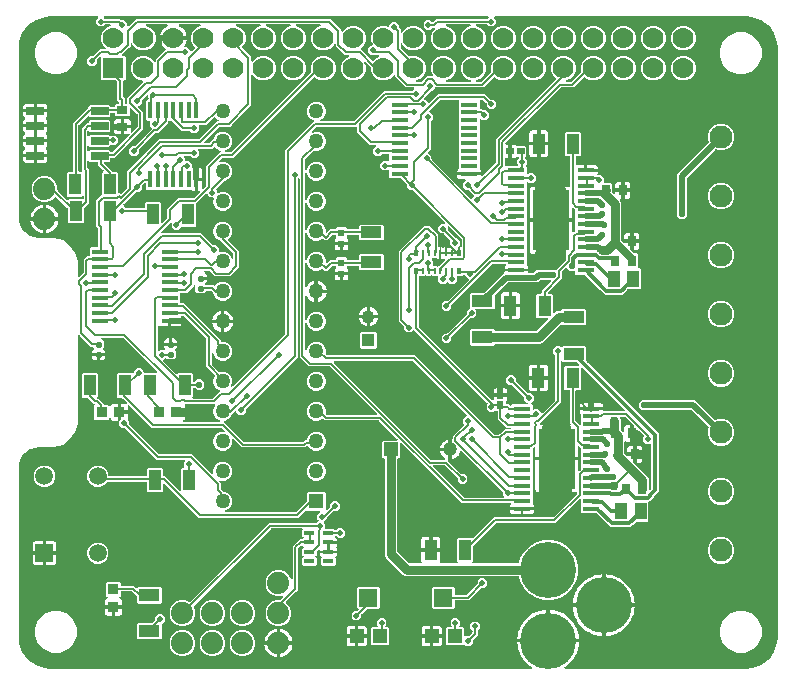
<source format=gbr>
G04 EAGLE Gerber RS-274X export*
G75*
%MOIN*%
%FSLAX34Y34*%
%LPD*%
%INTop Copper*%
%IPPOS*%
%AMOC8*
5,1,8,0,0,1.08239X$1,22.5*%
G01*
%ADD10C,0.011268*%
%ADD11R,0.028740X0.037008*%
%ADD12R,0.024409X0.025591*%
%ADD13R,0.040157X0.057874*%
%ADD14R,0.047244X0.047244*%
%ADD15C,0.047244*%
%ADD16R,0.025591X0.024409*%
%ADD17R,0.037008X0.028740*%
%ADD18R,0.024409X0.022047*%
%ADD19R,0.043307X0.043307*%
%ADD20C,0.043307*%
%ADD21R,0.017717X0.058071*%
%ADD22R,0.058071X0.017717*%
%ADD23R,0.122047X0.203937*%
%ADD24R,0.060039X0.027559*%
%ADD25C,0.186732*%
%ADD26C,0.076772*%
%ADD27C,0.074000*%
%ADD28R,0.037402X0.037402*%
%ADD29R,0.043307X0.068898*%
%ADD30R,0.070866X0.041339*%
%ADD31R,0.041339X0.068898*%
%ADD32R,0.041339X0.070866*%
%ADD33R,0.059055X0.059055*%
%ADD34C,0.059055*%
%ADD35R,0.050197X0.050197*%
%ADD36C,0.050197*%
%ADD37R,0.070000X0.070000*%
%ADD38C,0.070000*%
%ADD39R,0.070866X0.039370*%
%ADD40R,0.062992X0.059055*%
%ADD41R,0.016732X0.019685*%
%ADD42R,0.009843X0.019685*%
%ADD43R,0.035433X0.015748*%
%ADD44C,0.006000*%
%ADD45C,0.020000*%
%ADD46C,0.022000*%
%ADD47C,0.020000*%
%ADD48C,0.030000*%
%ADD49C,0.030000*%
%ADD50C,0.025000*%
%ADD51C,0.019000*%
%ADD52C,0.012000*%
%ADD53C,0.100000*%

G36*
X17234Y151D02*
X17234Y151D01*
X17235Y151D01*
X17239Y152D01*
X17242Y152D01*
X17243Y153D01*
X17245Y153D01*
X17248Y155D01*
X17250Y157D01*
X17251Y158D01*
X17253Y159D01*
X17255Y161D01*
X17257Y164D01*
X17258Y165D01*
X17258Y166D01*
X17260Y169D01*
X17261Y173D01*
X17261Y174D01*
X17262Y175D01*
X17261Y179D01*
X17262Y182D01*
X17261Y183D01*
X17261Y185D01*
X17260Y188D01*
X17260Y191D01*
X17259Y193D01*
X17258Y194D01*
X17256Y197D01*
X17254Y199D01*
X17253Y200D01*
X17252Y201D01*
X17248Y205D01*
X17194Y239D01*
X17103Y311D01*
X17021Y393D01*
X16949Y484D01*
X16887Y583D01*
X16837Y687D01*
X16798Y797D01*
X16772Y910D01*
X16759Y1024D01*
X17764Y1024D01*
X17765Y1025D01*
X17766Y1024D01*
X17769Y1025D01*
X17773Y1026D01*
X17774Y1026D01*
X17775Y1027D01*
X17778Y1029D01*
X17782Y1031D01*
X17783Y1032D01*
X17786Y1035D01*
X17788Y1038D01*
X17789Y1038D01*
X17789Y1039D01*
X17790Y1043D01*
X17792Y1046D01*
X17792Y1047D01*
X17792Y1048D01*
X17793Y1054D01*
X17793Y1084D01*
X17794Y1084D01*
X17794Y1054D01*
X17795Y1053D01*
X17795Y1052D01*
X17795Y1048D01*
X17796Y1044D01*
X17797Y1043D01*
X17797Y1042D01*
X17799Y1039D01*
X17801Y1036D01*
X17801Y1035D01*
X17802Y1034D01*
X17805Y1032D01*
X17808Y1029D01*
X17809Y1029D01*
X17809Y1028D01*
X17813Y1027D01*
X17816Y1025D01*
X17817Y1025D01*
X17818Y1025D01*
X17824Y1024D01*
X18828Y1024D01*
X18815Y910D01*
X18789Y797D01*
X18751Y687D01*
X18700Y583D01*
X18639Y484D01*
X18566Y393D01*
X18484Y311D01*
X18393Y239D01*
X18339Y205D01*
X18338Y204D01*
X18337Y203D01*
X18335Y201D01*
X18332Y198D01*
X18331Y197D01*
X18330Y196D01*
X18329Y193D01*
X18327Y190D01*
X18327Y189D01*
X18326Y187D01*
X18326Y184D01*
X18326Y181D01*
X18326Y179D01*
X18326Y178D01*
X18326Y175D01*
X18327Y171D01*
X18328Y170D01*
X18328Y169D01*
X18330Y166D01*
X18331Y163D01*
X18332Y162D01*
X18333Y161D01*
X18336Y158D01*
X18338Y156D01*
X18339Y155D01*
X18340Y155D01*
X18344Y153D01*
X18347Y152D01*
X18348Y152D01*
X18349Y151D01*
X18355Y151D01*
X24409Y151D01*
X24410Y151D01*
X24412Y151D01*
X24568Y163D01*
X24569Y163D01*
X24570Y163D01*
X24575Y165D01*
X24873Y261D01*
X24875Y262D01*
X24876Y263D01*
X24881Y265D01*
X25135Y450D01*
X25136Y451D01*
X25137Y452D01*
X25141Y456D01*
X25325Y709D01*
X25326Y711D01*
X25327Y713D01*
X25329Y718D01*
X25426Y1015D01*
X25426Y1016D01*
X25426Y1017D01*
X25427Y1022D01*
X25440Y1179D01*
X25440Y1181D01*
X25440Y20866D01*
X25440Y20867D01*
X25440Y20868D01*
X25427Y21025D01*
X25427Y21026D01*
X25427Y21027D01*
X25426Y21032D01*
X25329Y21330D01*
X25328Y21331D01*
X25328Y21333D01*
X25325Y21338D01*
X25141Y21591D01*
X25140Y21593D01*
X25139Y21594D01*
X25135Y21598D01*
X24881Y21782D01*
X24879Y21783D01*
X24878Y21784D01*
X24873Y21786D01*
X24575Y21883D01*
X24574Y21883D01*
X24568Y21884D01*
X24412Y21896D01*
X24411Y21896D01*
X24409Y21896D01*
X16021Y21896D01*
X16019Y21896D01*
X16016Y21896D01*
X16014Y21895D01*
X16012Y21895D01*
X16009Y21894D01*
X16007Y21893D01*
X16005Y21891D01*
X16004Y21890D01*
X16002Y21888D01*
X15999Y21886D01*
X15998Y21885D01*
X15997Y21883D01*
X15996Y21881D01*
X15994Y21878D01*
X15994Y21876D01*
X15993Y21875D01*
X15993Y21872D01*
X15992Y21869D01*
X15992Y21867D01*
X15992Y21865D01*
X15993Y21862D01*
X15993Y21859D01*
X15994Y21858D01*
X15995Y21856D01*
X15996Y21853D01*
X15997Y21851D01*
X15999Y21848D01*
X16000Y21848D01*
X16000Y21847D01*
X16001Y21847D01*
X16061Y21787D01*
X16061Y21653D01*
X15967Y21559D01*
X15833Y21559D01*
X15772Y21621D01*
X15769Y21623D01*
X15766Y21625D01*
X15765Y21626D01*
X15764Y21626D01*
X15760Y21627D01*
X15757Y21629D01*
X15756Y21629D01*
X15755Y21629D01*
X15754Y21629D01*
X15751Y21629D01*
X15405Y21629D01*
X15401Y21629D01*
X15398Y21628D01*
X15397Y21628D01*
X15396Y21628D01*
X15392Y21626D01*
X15389Y21624D01*
X15388Y21624D01*
X15387Y21623D01*
X15385Y21620D01*
X15382Y21618D01*
X15381Y21617D01*
X15381Y21616D01*
X15379Y21613D01*
X15377Y21609D01*
X15377Y21608D01*
X15377Y21607D01*
X15377Y21604D01*
X15376Y21600D01*
X15376Y21599D01*
X15376Y21598D01*
X15377Y21594D01*
X15378Y21590D01*
X15378Y21589D01*
X15380Y21585D01*
X15382Y21582D01*
X15383Y21581D01*
X15386Y21578D01*
X15389Y21575D01*
X15390Y21575D01*
X15391Y21575D01*
X15392Y21574D01*
X15394Y21573D01*
X15528Y21518D01*
X15643Y21402D01*
X15706Y21251D01*
X15706Y21088D01*
X15643Y20937D01*
X15528Y20821D01*
X15377Y20759D01*
X15214Y20759D01*
X15063Y20821D01*
X14947Y20937D01*
X14885Y21088D01*
X14885Y21251D01*
X14947Y21402D01*
X15063Y21518D01*
X15197Y21573D01*
X15200Y21575D01*
X15203Y21577D01*
X15204Y21578D01*
X15205Y21578D01*
X15207Y21581D01*
X15210Y21584D01*
X15210Y21585D01*
X15211Y21585D01*
X15212Y21589D01*
X15214Y21593D01*
X15214Y21594D01*
X15214Y21598D01*
X15215Y21602D01*
X15214Y21603D01*
X15214Y21604D01*
X15213Y21608D01*
X15212Y21611D01*
X15212Y21612D01*
X15211Y21613D01*
X15209Y21616D01*
X15207Y21619D01*
X15206Y21620D01*
X15206Y21621D01*
X15203Y21623D01*
X15200Y21625D01*
X15199Y21626D01*
X15198Y21626D01*
X15194Y21627D01*
X15191Y21629D01*
X15189Y21629D01*
X15188Y21629D01*
X15185Y21629D01*
X14405Y21629D01*
X14401Y21629D01*
X14398Y21628D01*
X14397Y21628D01*
X14396Y21628D01*
X14392Y21626D01*
X14389Y21624D01*
X14388Y21624D01*
X14387Y21623D01*
X14385Y21620D01*
X14382Y21618D01*
X14381Y21617D01*
X14381Y21616D01*
X14379Y21613D01*
X14377Y21609D01*
X14377Y21608D01*
X14377Y21607D01*
X14377Y21604D01*
X14376Y21600D01*
X14376Y21599D01*
X14376Y21598D01*
X14377Y21594D01*
X14378Y21590D01*
X14378Y21589D01*
X14380Y21585D01*
X14382Y21582D01*
X14383Y21581D01*
X14386Y21578D01*
X14389Y21575D01*
X14390Y21575D01*
X14391Y21575D01*
X14392Y21574D01*
X14394Y21573D01*
X14528Y21518D01*
X14643Y21402D01*
X14706Y21251D01*
X14706Y21088D01*
X14643Y20937D01*
X14528Y20821D01*
X14377Y20759D01*
X14214Y20759D01*
X14063Y20821D01*
X13947Y20937D01*
X13885Y21088D01*
X13885Y21251D01*
X13947Y21402D01*
X14004Y21459D01*
X14006Y21462D01*
X14008Y21464D01*
X14009Y21466D01*
X14010Y21467D01*
X14011Y21470D01*
X14012Y21473D01*
X14012Y21474D01*
X14013Y21476D01*
X14013Y21479D01*
X14013Y21482D01*
X14012Y21484D01*
X14012Y21486D01*
X14011Y21489D01*
X14011Y21491D01*
X14010Y21493D01*
X14009Y21495D01*
X14007Y21497D01*
X14006Y21499D01*
X14004Y21501D01*
X14003Y21502D01*
X14000Y21504D01*
X13998Y21505D01*
X13996Y21506D01*
X13995Y21507D01*
X13992Y21508D01*
X13989Y21509D01*
X13986Y21509D01*
X13985Y21509D01*
X13984Y21509D01*
X13949Y21509D01*
X13945Y21509D01*
X13941Y21508D01*
X13940Y21508D01*
X13939Y21508D01*
X13936Y21506D01*
X13932Y21504D01*
X13931Y21503D01*
X13930Y21503D01*
X13928Y21501D01*
X13867Y21439D01*
X13733Y21439D01*
X13639Y21533D01*
X13639Y21667D01*
X13733Y21761D01*
X13867Y21761D01*
X13919Y21709D01*
X13920Y21708D01*
X13920Y21707D01*
X13924Y21705D01*
X13927Y21703D01*
X13928Y21703D01*
X13929Y21702D01*
X13932Y21701D01*
X13936Y21700D01*
X13937Y21700D01*
X13938Y21700D01*
X13942Y21700D01*
X13945Y21701D01*
X13946Y21701D01*
X13947Y21701D01*
X13951Y21703D01*
X13954Y21704D01*
X13955Y21705D01*
X13956Y21705D01*
X13960Y21709D01*
X14001Y21749D01*
X14062Y21811D01*
X15751Y21811D01*
X15755Y21811D01*
X15759Y21812D01*
X15760Y21812D01*
X15761Y21812D01*
X15764Y21814D01*
X15768Y21816D01*
X15769Y21817D01*
X15770Y21817D01*
X15772Y21819D01*
X15799Y21847D01*
X15801Y21849D01*
X15803Y21851D01*
X15804Y21853D01*
X15805Y21854D01*
X15806Y21857D01*
X15807Y21860D01*
X15807Y21862D01*
X15808Y21863D01*
X15807Y21866D01*
X15808Y21869D01*
X15807Y21871D01*
X15807Y21873D01*
X15806Y21876D01*
X15805Y21879D01*
X15804Y21880D01*
X15804Y21882D01*
X15802Y21884D01*
X15800Y21887D01*
X15799Y21888D01*
X15798Y21889D01*
X15795Y21891D01*
X15793Y21893D01*
X15791Y21893D01*
X15790Y21894D01*
X15787Y21895D01*
X15784Y21896D01*
X15781Y21896D01*
X15780Y21896D01*
X15779Y21896D01*
X3001Y21896D01*
X2999Y21896D01*
X2996Y21896D01*
X2994Y21895D01*
X2992Y21895D01*
X2989Y21894D01*
X2987Y21893D01*
X2985Y21891D01*
X2984Y21890D01*
X2982Y21888D01*
X2979Y21886D01*
X2978Y21885D01*
X2977Y21883D01*
X2976Y21881D01*
X2974Y21878D01*
X2974Y21876D01*
X2973Y21875D01*
X2973Y21872D01*
X2972Y21869D01*
X2972Y21867D01*
X2972Y21865D01*
X2973Y21862D01*
X2973Y21859D01*
X2974Y21858D01*
X2975Y21856D01*
X2976Y21853D01*
X2977Y21851D01*
X2979Y21848D01*
X2980Y21848D01*
X2980Y21847D01*
X2981Y21847D01*
X3008Y21819D01*
X3011Y21817D01*
X3014Y21815D01*
X3015Y21814D01*
X3016Y21814D01*
X3020Y21813D01*
X3023Y21811D01*
X3024Y21811D01*
X3025Y21811D01*
X3026Y21811D01*
X3029Y21811D01*
X3518Y21811D01*
X3559Y21769D01*
X3562Y21767D01*
X3565Y21765D01*
X3566Y21764D01*
X3567Y21764D01*
X3571Y21763D01*
X3574Y21761D01*
X3575Y21761D01*
X3576Y21761D01*
X3577Y21761D01*
X3580Y21761D01*
X3667Y21761D01*
X3761Y21667D01*
X3761Y21600D01*
X3761Y21597D01*
X3761Y21594D01*
X3762Y21592D01*
X3762Y21590D01*
X3764Y21588D01*
X3765Y21585D01*
X3766Y21584D01*
X3767Y21582D01*
X3769Y21580D01*
X3771Y21578D01*
X3772Y21577D01*
X3774Y21575D01*
X3777Y21574D01*
X3779Y21573D01*
X3781Y21572D01*
X3783Y21571D01*
X3785Y21571D01*
X3788Y21570D01*
X3790Y21571D01*
X3792Y21571D01*
X3795Y21571D01*
X3798Y21572D01*
X3800Y21572D01*
X3801Y21573D01*
X3804Y21574D01*
X3807Y21576D01*
X3809Y21577D01*
X3809Y21578D01*
X3810Y21578D01*
X3811Y21579D01*
X3981Y21749D01*
X4042Y21811D01*
X10538Y21811D01*
X10891Y21458D01*
X10891Y21413D01*
X10891Y21409D01*
X10892Y21405D01*
X10892Y21404D01*
X10894Y21400D01*
X10896Y21397D01*
X10896Y21396D01*
X10897Y21395D01*
X10900Y21393D01*
X10902Y21390D01*
X10903Y21389D01*
X10904Y21389D01*
X10907Y21387D01*
X10911Y21385D01*
X10912Y21385D01*
X10913Y21385D01*
X10916Y21384D01*
X10920Y21384D01*
X10921Y21384D01*
X10922Y21384D01*
X10926Y21385D01*
X10930Y21385D01*
X10930Y21386D01*
X10931Y21386D01*
X10935Y21388D01*
X10938Y21390D01*
X10939Y21391D01*
X10942Y21394D01*
X10945Y21397D01*
X10945Y21398D01*
X10945Y21399D01*
X10946Y21399D01*
X10947Y21402D01*
X11063Y21518D01*
X11214Y21580D01*
X11377Y21580D01*
X11528Y21518D01*
X11643Y21402D01*
X11706Y21251D01*
X11706Y21088D01*
X11643Y20937D01*
X11548Y20841D01*
X11546Y20838D01*
X11544Y20836D01*
X11543Y20834D01*
X11542Y20833D01*
X11541Y20830D01*
X11540Y20827D01*
X11540Y20826D01*
X11539Y20824D01*
X11539Y20821D01*
X11539Y20818D01*
X11540Y20816D01*
X11540Y20814D01*
X11541Y20811D01*
X11541Y20809D01*
X11542Y20807D01*
X11543Y20805D01*
X11545Y20803D01*
X11546Y20801D01*
X11548Y20799D01*
X11549Y20798D01*
X11552Y20796D01*
X11554Y20795D01*
X11926Y20422D01*
X11927Y20422D01*
X11928Y20421D01*
X11931Y20419D01*
X11934Y20417D01*
X11935Y20416D01*
X11936Y20416D01*
X11939Y20415D01*
X11943Y20414D01*
X11944Y20414D01*
X11945Y20414D01*
X11949Y20414D01*
X11953Y20414D01*
X11954Y20415D01*
X11955Y20415D01*
X11958Y20416D01*
X11961Y20418D01*
X11962Y20418D01*
X11963Y20419D01*
X11967Y20422D01*
X12063Y20518D01*
X12148Y20553D01*
X12152Y20555D01*
X12155Y20557D01*
X12156Y20558D01*
X12159Y20561D01*
X12161Y20564D01*
X12162Y20565D01*
X12164Y20569D01*
X12165Y20573D01*
X12165Y20574D01*
X12166Y20574D01*
X12166Y20578D01*
X12166Y20582D01*
X12166Y20583D01*
X12166Y20584D01*
X12165Y20588D01*
X12164Y20591D01*
X12163Y20592D01*
X12163Y20593D01*
X12161Y20596D01*
X12159Y20599D01*
X12158Y20600D01*
X12158Y20601D01*
X12154Y20603D01*
X12151Y20605D01*
X12151Y20606D01*
X12150Y20606D01*
X12146Y20607D01*
X12142Y20609D01*
X12141Y20609D01*
X12140Y20609D01*
X12137Y20609D01*
X12029Y20609D01*
X12025Y20609D01*
X12021Y20608D01*
X12020Y20608D01*
X12019Y20608D01*
X12016Y20606D01*
X12012Y20604D01*
X12011Y20603D01*
X12010Y20603D01*
X12008Y20601D01*
X12007Y20599D01*
X11873Y20599D01*
X11779Y20693D01*
X11779Y20827D01*
X11873Y20921D01*
X11910Y20921D01*
X11912Y20921D01*
X11914Y20921D01*
X11917Y20922D01*
X11919Y20922D01*
X11921Y20923D01*
X11923Y20924D01*
X11925Y20926D01*
X11928Y20927D01*
X11929Y20928D01*
X11931Y20929D01*
X11932Y20932D01*
X11934Y20934D01*
X11935Y20936D01*
X11936Y20937D01*
X11937Y20940D01*
X11938Y20943D01*
X11938Y20945D01*
X11939Y20946D01*
X11939Y20949D01*
X11939Y20952D01*
X11939Y20954D01*
X11938Y20956D01*
X11937Y20961D01*
X11885Y21088D01*
X11885Y21251D01*
X11947Y21402D01*
X12063Y21518D01*
X12214Y21580D01*
X12377Y21580D01*
X12459Y21546D01*
X12461Y21546D01*
X12463Y21545D01*
X12465Y21545D01*
X12468Y21544D01*
X12470Y21544D01*
X12472Y21544D01*
X12475Y21545D01*
X12478Y21545D01*
X12479Y21546D01*
X12481Y21546D01*
X12484Y21548D01*
X12486Y21549D01*
X12488Y21550D01*
X12489Y21551D01*
X12491Y21554D01*
X12493Y21555D01*
X12494Y21557D01*
X12495Y21559D01*
X12496Y21561D01*
X12498Y21564D01*
X12498Y21566D01*
X12499Y21568D01*
X12499Y21573D01*
X12499Y21607D01*
X12593Y21701D01*
X12727Y21701D01*
X12821Y21607D01*
X12821Y21520D01*
X12821Y21516D01*
X12822Y21512D01*
X12822Y21511D01*
X12822Y21510D01*
X12824Y21507D01*
X12826Y21503D01*
X12827Y21502D01*
X12827Y21501D01*
X12829Y21499D01*
X12871Y21458D01*
X12871Y21365D01*
X12871Y21361D01*
X12872Y21357D01*
X12872Y21356D01*
X12872Y21355D01*
X12874Y21352D01*
X12876Y21348D01*
X12877Y21347D01*
X12880Y21344D01*
X12882Y21341D01*
X12883Y21341D01*
X12884Y21340D01*
X12887Y21339D01*
X12891Y21337D01*
X12892Y21337D01*
X12893Y21336D01*
X12896Y21336D01*
X12900Y21336D01*
X12901Y21336D01*
X12902Y21336D01*
X12906Y21337D01*
X12910Y21337D01*
X12910Y21338D01*
X12911Y21338D01*
X12915Y21340D01*
X12918Y21342D01*
X12919Y21342D01*
X12919Y21343D01*
X12922Y21346D01*
X12925Y21349D01*
X12925Y21350D01*
X12926Y21351D01*
X12927Y21354D01*
X12947Y21402D01*
X13063Y21518D01*
X13214Y21580D01*
X13377Y21580D01*
X13528Y21518D01*
X13643Y21402D01*
X13706Y21251D01*
X13706Y21088D01*
X13643Y20937D01*
X13528Y20821D01*
X13377Y20759D01*
X13214Y20759D01*
X13063Y20821D01*
X12947Y20937D01*
X12927Y20985D01*
X12925Y20988D01*
X12923Y20992D01*
X12922Y20992D01*
X12922Y20993D01*
X12919Y20996D01*
X12916Y20998D01*
X12915Y20999D01*
X12911Y21001D01*
X12907Y21002D01*
X12906Y21002D01*
X12906Y21003D01*
X12902Y21003D01*
X12898Y21003D01*
X12897Y21003D01*
X12896Y21003D01*
X12892Y21002D01*
X12889Y21001D01*
X12888Y21000D01*
X12887Y21000D01*
X12884Y20998D01*
X12881Y20996D01*
X12880Y20995D01*
X12879Y20994D01*
X12877Y20991D01*
X12875Y20988D01*
X12874Y20987D01*
X12873Y20983D01*
X12871Y20979D01*
X12871Y20978D01*
X12871Y20977D01*
X12871Y20976D01*
X12871Y20974D01*
X12871Y20870D01*
X12871Y20866D01*
X12872Y20862D01*
X12872Y20861D01*
X12872Y20860D01*
X12874Y20857D01*
X12876Y20853D01*
X12877Y20852D01*
X12877Y20851D01*
X12879Y20849D01*
X13154Y20575D01*
X13158Y20572D01*
X13158Y20571D01*
X13159Y20571D01*
X13161Y20569D01*
X13162Y20569D01*
X13166Y20568D01*
X13171Y20566D01*
X13175Y20567D01*
X13180Y20567D01*
X13185Y20568D01*
X13214Y20580D01*
X13377Y20580D01*
X13528Y20518D01*
X13643Y20402D01*
X13706Y20251D01*
X13706Y20088D01*
X13643Y19937D01*
X13528Y19821D01*
X13397Y19767D01*
X13394Y19765D01*
X13391Y19763D01*
X13390Y19762D01*
X13389Y19762D01*
X13387Y19759D01*
X13384Y19756D01*
X13384Y19755D01*
X13383Y19755D01*
X13382Y19751D01*
X13380Y19747D01*
X13380Y19746D01*
X13380Y19742D01*
X13379Y19738D01*
X13380Y19737D01*
X13380Y19736D01*
X13381Y19732D01*
X13382Y19729D01*
X13382Y19728D01*
X13382Y19727D01*
X13385Y19724D01*
X13387Y19721D01*
X13388Y19720D01*
X13388Y19719D01*
X13391Y19717D01*
X13394Y19715D01*
X13395Y19714D01*
X13396Y19714D01*
X13400Y19713D01*
X13403Y19711D01*
X13405Y19711D01*
X13406Y19711D01*
X13409Y19711D01*
X13570Y19711D01*
X13574Y19711D01*
X13578Y19712D01*
X13579Y19712D01*
X13580Y19712D01*
X13583Y19714D01*
X13587Y19716D01*
X13588Y19717D01*
X13589Y19717D01*
X13591Y19719D01*
X13762Y19891D01*
X13922Y19891D01*
X13925Y19891D01*
X13926Y19891D01*
X13927Y19891D01*
X13928Y19891D01*
X13930Y19892D01*
X13932Y19892D01*
X13934Y19893D01*
X13935Y19894D01*
X13936Y19894D01*
X13937Y19895D01*
X13939Y19896D01*
X13940Y19897D01*
X13942Y19899D01*
X13943Y19900D01*
X13944Y19900D01*
X13945Y19901D01*
X13946Y19903D01*
X13947Y19904D01*
X13948Y19906D01*
X13949Y19907D01*
X13949Y19908D01*
X13950Y19909D01*
X13950Y19911D01*
X13951Y19913D01*
X13951Y19915D01*
X13951Y19917D01*
X13952Y19919D01*
X13951Y19920D01*
X13951Y19922D01*
X13951Y19924D01*
X13951Y19926D01*
X13950Y19927D01*
X13950Y19928D01*
X13950Y19929D01*
X13949Y19931D01*
X13949Y19932D01*
X13885Y20088D01*
X13885Y20251D01*
X13947Y20402D01*
X14063Y20518D01*
X14214Y20580D01*
X14377Y20580D01*
X14528Y20518D01*
X14643Y20402D01*
X14706Y20251D01*
X14706Y20088D01*
X14643Y19937D01*
X14528Y19821D01*
X14397Y19767D01*
X14394Y19765D01*
X14391Y19763D01*
X14390Y19762D01*
X14389Y19762D01*
X14387Y19759D01*
X14384Y19756D01*
X14384Y19755D01*
X14383Y19755D01*
X14382Y19751D01*
X14380Y19747D01*
X14380Y19746D01*
X14380Y19742D01*
X14379Y19738D01*
X14380Y19737D01*
X14380Y19736D01*
X14381Y19732D01*
X14382Y19729D01*
X14382Y19728D01*
X14382Y19727D01*
X14385Y19724D01*
X14387Y19721D01*
X14388Y19720D01*
X14388Y19719D01*
X14391Y19717D01*
X14394Y19715D01*
X14395Y19714D01*
X14396Y19714D01*
X14400Y19713D01*
X14403Y19711D01*
X14405Y19711D01*
X14406Y19711D01*
X14409Y19711D01*
X15182Y19711D01*
X15186Y19711D01*
X15190Y19712D01*
X15191Y19712D01*
X15195Y19714D01*
X15198Y19716D01*
X15199Y19716D01*
X15200Y19717D01*
X15202Y19720D01*
X15205Y19722D01*
X15206Y19723D01*
X15206Y19724D01*
X15208Y19727D01*
X15210Y19731D01*
X15210Y19732D01*
X15210Y19733D01*
X15211Y19736D01*
X15211Y19740D01*
X15211Y19741D01*
X15211Y19742D01*
X15210Y19746D01*
X15210Y19750D01*
X15209Y19750D01*
X15209Y19751D01*
X15207Y19755D01*
X15205Y19758D01*
X15204Y19759D01*
X15201Y19762D01*
X15198Y19765D01*
X15197Y19765D01*
X15196Y19765D01*
X15195Y19766D01*
X15193Y19767D01*
X15063Y19821D01*
X14947Y19937D01*
X14885Y20088D01*
X14885Y20251D01*
X14947Y20402D01*
X15063Y20518D01*
X15214Y20580D01*
X15377Y20580D01*
X15528Y20518D01*
X15643Y20402D01*
X15706Y20251D01*
X15706Y20088D01*
X15643Y19937D01*
X15528Y19821D01*
X15397Y19767D01*
X15394Y19765D01*
X15391Y19763D01*
X15390Y19762D01*
X15389Y19762D01*
X15387Y19759D01*
X15384Y19756D01*
X15384Y19755D01*
X15383Y19755D01*
X15382Y19751D01*
X15380Y19747D01*
X15380Y19746D01*
X15380Y19742D01*
X15379Y19738D01*
X15380Y19737D01*
X15380Y19736D01*
X15381Y19732D01*
X15382Y19729D01*
X15382Y19728D01*
X15382Y19727D01*
X15385Y19724D01*
X15387Y19721D01*
X15388Y19720D01*
X15388Y19719D01*
X15391Y19717D01*
X15394Y19715D01*
X15395Y19714D01*
X15396Y19714D01*
X15400Y19713D01*
X15403Y19711D01*
X15405Y19711D01*
X15406Y19711D01*
X15409Y19711D01*
X15550Y19711D01*
X15554Y19711D01*
X15558Y19712D01*
X15559Y19712D01*
X15560Y19712D01*
X15563Y19714D01*
X15567Y19716D01*
X15568Y19717D01*
X15569Y19717D01*
X15571Y19719D01*
X15887Y20035D01*
X15890Y20039D01*
X15892Y20043D01*
X15894Y20047D01*
X15895Y20052D01*
X15895Y20057D01*
X15895Y20062D01*
X15893Y20067D01*
X15885Y20088D01*
X15885Y20251D01*
X15947Y20402D01*
X16063Y20518D01*
X16214Y20580D01*
X16377Y20580D01*
X16528Y20518D01*
X16643Y20402D01*
X16706Y20251D01*
X16706Y20088D01*
X16643Y19937D01*
X16528Y19821D01*
X16377Y19759D01*
X16214Y19759D01*
X16063Y19821D01*
X16017Y19867D01*
X16016Y19868D01*
X16015Y19868D01*
X16012Y19870D01*
X16009Y19873D01*
X16008Y19873D01*
X16007Y19873D01*
X16003Y19874D01*
X16000Y19875D01*
X15999Y19875D01*
X15998Y19876D01*
X15994Y19875D01*
X15990Y19875D01*
X15989Y19875D01*
X15988Y19874D01*
X15985Y19873D01*
X15981Y19872D01*
X15980Y19871D01*
X15979Y19870D01*
X15975Y19867D01*
X15638Y19529D01*
X14054Y19529D01*
X14052Y19529D01*
X14050Y19529D01*
X14048Y19529D01*
X14046Y19529D01*
X14044Y19529D01*
X14041Y19528D01*
X14039Y19527D01*
X14037Y19526D01*
X14035Y19526D01*
X14033Y19524D01*
X14031Y19522D01*
X14029Y19521D01*
X14028Y19519D01*
X14026Y19517D01*
X14025Y19515D01*
X14024Y19513D01*
X14023Y19511D01*
X14022Y19508D01*
X14021Y19506D01*
X14021Y19503D01*
X14021Y19502D01*
X14021Y19501D01*
X14021Y19500D01*
X14021Y19493D01*
X13927Y19399D01*
X13900Y19399D01*
X13896Y19399D01*
X13892Y19398D01*
X13891Y19398D01*
X13890Y19398D01*
X13887Y19396D01*
X13883Y19394D01*
X13882Y19393D01*
X13881Y19393D01*
X13879Y19391D01*
X13659Y19171D01*
X13657Y19168D01*
X13655Y19166D01*
X13655Y19164D01*
X13653Y19163D01*
X13653Y19160D01*
X13651Y19157D01*
X13651Y19156D01*
X13651Y19154D01*
X13651Y19151D01*
X13651Y19148D01*
X13651Y19146D01*
X13651Y19144D01*
X13652Y19141D01*
X13653Y19139D01*
X13654Y19137D01*
X13654Y19135D01*
X13656Y19133D01*
X13658Y19131D01*
X13659Y19129D01*
X13661Y19128D01*
X13663Y19126D01*
X13665Y19125D01*
X13667Y19124D01*
X13669Y19123D01*
X13672Y19122D01*
X13674Y19121D01*
X13677Y19121D01*
X13678Y19121D01*
X13679Y19121D01*
X13680Y19121D01*
X13687Y19121D01*
X13781Y19027D01*
X13781Y19020D01*
X13781Y19017D01*
X13781Y19014D01*
X13782Y19012D01*
X13782Y19010D01*
X13784Y19008D01*
X13785Y19005D01*
X13786Y19004D01*
X13787Y19002D01*
X13789Y19000D01*
X13791Y18998D01*
X13792Y18997D01*
X13794Y18995D01*
X13797Y18994D01*
X13799Y18993D01*
X13801Y18992D01*
X13803Y18991D01*
X13805Y18991D01*
X13808Y18990D01*
X13810Y18991D01*
X13812Y18991D01*
X13815Y18991D01*
X13818Y18992D01*
X13820Y18992D01*
X13821Y18993D01*
X13824Y18994D01*
X13827Y18996D01*
X13829Y18997D01*
X13829Y18998D01*
X13830Y18998D01*
X13831Y18999D01*
X14061Y19229D01*
X14122Y19291D01*
X15698Y19291D01*
X15859Y19129D01*
X15862Y19127D01*
X15865Y19125D01*
X15866Y19124D01*
X15867Y19124D01*
X15871Y19123D01*
X15874Y19121D01*
X15875Y19121D01*
X15876Y19121D01*
X15877Y19121D01*
X15880Y19121D01*
X15967Y19121D01*
X16061Y19027D01*
X16061Y18893D01*
X15967Y18799D01*
X15833Y18799D01*
X15739Y18893D01*
X15739Y18980D01*
X15739Y18984D01*
X15738Y18988D01*
X15738Y18989D01*
X15738Y18990D01*
X15736Y18993D01*
X15734Y18997D01*
X15733Y18998D01*
X15733Y18999D01*
X15731Y19001D01*
X15631Y19101D01*
X15628Y19103D01*
X15625Y19105D01*
X15624Y19106D01*
X15623Y19106D01*
X15619Y19107D01*
X15616Y19109D01*
X15615Y19109D01*
X15614Y19109D01*
X15613Y19109D01*
X15610Y19109D01*
X15534Y19109D01*
X15532Y19109D01*
X15529Y19109D01*
X15527Y19108D01*
X15525Y19108D01*
X15522Y19106D01*
X15520Y19105D01*
X15518Y19104D01*
X15517Y19103D01*
X15515Y19101D01*
X15512Y19099D01*
X15511Y19098D01*
X15510Y19096D01*
X15509Y19093D01*
X15507Y19091D01*
X15507Y19089D01*
X15506Y19087D01*
X15506Y19085D01*
X15505Y19082D01*
X15505Y19080D01*
X15505Y19078D01*
X15506Y19075D01*
X15506Y19072D01*
X15507Y19070D01*
X15508Y19069D01*
X15508Y19068D01*
X15508Y18840D01*
X15508Y18839D01*
X15508Y18838D01*
X15509Y18834D01*
X15509Y18831D01*
X15510Y18830D01*
X15510Y18829D01*
X15512Y18825D01*
X15514Y18822D01*
X15515Y18821D01*
X15518Y18818D01*
X15521Y18816D01*
X15522Y18815D01*
X15523Y18815D01*
X15526Y18813D01*
X15530Y18812D01*
X15531Y18812D01*
X15532Y18811D01*
X15537Y18811D01*
X15578Y18811D01*
X15619Y18769D01*
X15622Y18767D01*
X15625Y18765D01*
X15626Y18764D01*
X15627Y18764D01*
X15631Y18763D01*
X15634Y18761D01*
X15635Y18761D01*
X15636Y18761D01*
X15637Y18761D01*
X15640Y18761D01*
X15727Y18761D01*
X15821Y18667D01*
X15821Y18533D01*
X15727Y18439D01*
X15593Y18439D01*
X15558Y18475D01*
X15555Y18477D01*
X15553Y18479D01*
X15551Y18479D01*
X15550Y18481D01*
X15547Y18481D01*
X15544Y18483D01*
X15543Y18483D01*
X15541Y18483D01*
X15538Y18483D01*
X15535Y18483D01*
X15533Y18483D01*
X15531Y18483D01*
X15528Y18482D01*
X15526Y18481D01*
X15524Y18480D01*
X15522Y18480D01*
X15520Y18478D01*
X15518Y18476D01*
X15516Y18475D01*
X15515Y18473D01*
X15513Y18471D01*
X15512Y18469D01*
X15511Y18467D01*
X15510Y18465D01*
X15509Y18462D01*
X15508Y18460D01*
X15508Y18457D01*
X15508Y18456D01*
X15508Y18455D01*
X15508Y18454D01*
X15508Y18323D01*
X15507Y18319D01*
X15506Y18316D01*
X15506Y18314D01*
X15506Y18313D01*
X15506Y18310D01*
X15506Y18306D01*
X15507Y18305D01*
X15507Y18304D01*
X15508Y18302D01*
X15508Y18067D01*
X15507Y18063D01*
X15506Y18060D01*
X15506Y18059D01*
X15506Y18058D01*
X15506Y18054D01*
X15506Y18050D01*
X15507Y18049D01*
X15507Y18048D01*
X15508Y18046D01*
X15508Y17811D01*
X15507Y17807D01*
X15506Y17804D01*
X15506Y17803D01*
X15506Y17802D01*
X15506Y17798D01*
X15506Y17794D01*
X15507Y17793D01*
X15507Y17792D01*
X15508Y17790D01*
X15508Y17555D01*
X15507Y17551D01*
X15506Y17548D01*
X15506Y17547D01*
X15506Y17546D01*
X15506Y17542D01*
X15506Y17538D01*
X15507Y17537D01*
X15507Y17536D01*
X15508Y17534D01*
X15508Y17299D01*
X15507Y17296D01*
X15506Y17292D01*
X15506Y17291D01*
X15506Y17290D01*
X15506Y17286D01*
X15506Y17282D01*
X15507Y17281D01*
X15507Y17280D01*
X15508Y17278D01*
X15508Y17043D01*
X15507Y17040D01*
X15506Y17036D01*
X15506Y17035D01*
X15506Y17034D01*
X15506Y17030D01*
X15506Y17026D01*
X15507Y17025D01*
X15507Y17024D01*
X15508Y17022D01*
X15508Y16831D01*
X15508Y16827D01*
X15509Y16823D01*
X15509Y16822D01*
X15509Y16821D01*
X15511Y16818D01*
X15513Y16814D01*
X15514Y16813D01*
X15514Y16812D01*
X15516Y16810D01*
X15528Y16799D01*
X15541Y16776D01*
X15548Y16750D01*
X15548Y16692D01*
X15171Y16692D01*
X15170Y16692D01*
X15169Y16692D01*
X15165Y16691D01*
X15162Y16690D01*
X15161Y16690D01*
X15160Y16690D01*
X15157Y16688D01*
X15153Y16689D01*
X15150Y16691D01*
X15149Y16691D01*
X15148Y16691D01*
X15142Y16692D01*
X14766Y16692D01*
X14766Y16750D01*
X14772Y16776D01*
X14786Y16799D01*
X14797Y16810D01*
X14799Y16813D01*
X14802Y16816D01*
X14802Y16817D01*
X14803Y16818D01*
X14804Y16822D01*
X14805Y16825D01*
X14805Y16827D01*
X14805Y16828D01*
X14806Y16831D01*
X14806Y17022D01*
X14806Y17025D01*
X14807Y17029D01*
X14807Y17030D01*
X14808Y17031D01*
X14807Y17034D01*
X14807Y17038D01*
X14807Y17039D01*
X14807Y17040D01*
X14806Y17042D01*
X14806Y17277D01*
X14806Y17281D01*
X14807Y17284D01*
X14807Y17285D01*
X14808Y17287D01*
X14807Y17290D01*
X14807Y17294D01*
X14807Y17295D01*
X14807Y17296D01*
X14806Y17298D01*
X14806Y17533D01*
X14806Y17537D01*
X14807Y17540D01*
X14807Y17541D01*
X14808Y17542D01*
X14807Y17546D01*
X14807Y17550D01*
X14807Y17551D01*
X14807Y17552D01*
X14806Y17554D01*
X14806Y17789D01*
X14806Y17793D01*
X14807Y17796D01*
X14807Y17797D01*
X14808Y17798D01*
X14807Y17802D01*
X14807Y17806D01*
X14807Y17807D01*
X14807Y17808D01*
X14806Y17810D01*
X14806Y18045D01*
X14806Y18049D01*
X14807Y18052D01*
X14807Y18053D01*
X14808Y18054D01*
X14807Y18058D01*
X14807Y18062D01*
X14807Y18063D01*
X14807Y18064D01*
X14806Y18066D01*
X14806Y18301D01*
X14806Y18304D01*
X14807Y18308D01*
X14807Y18309D01*
X14808Y18310D01*
X14807Y18314D01*
X14807Y18318D01*
X14807Y18319D01*
X14807Y18320D01*
X14806Y18322D01*
X14806Y18557D01*
X14806Y18560D01*
X14807Y18564D01*
X14807Y18565D01*
X14808Y18566D01*
X14807Y18570D01*
X14807Y18574D01*
X14807Y18575D01*
X14807Y18576D01*
X14806Y18578D01*
X14806Y18813D01*
X14806Y18816D01*
X14807Y18820D01*
X14807Y18821D01*
X14808Y18822D01*
X14807Y18826D01*
X14807Y18829D01*
X14807Y18830D01*
X14807Y18831D01*
X14806Y18834D01*
X14806Y19069D01*
X14806Y19070D01*
X14807Y19073D01*
X14807Y19074D01*
X14808Y19076D01*
X14808Y19079D01*
X14808Y19082D01*
X14808Y19084D01*
X14808Y19086D01*
X14807Y19089D01*
X14806Y19091D01*
X14805Y19093D01*
X14804Y19095D01*
X14802Y19097D01*
X14801Y19099D01*
X14799Y19101D01*
X14798Y19102D01*
X14796Y19104D01*
X14793Y19105D01*
X14792Y19106D01*
X14790Y19107D01*
X14787Y19108D01*
X14784Y19109D01*
X14781Y19109D01*
X14780Y19109D01*
X14779Y19109D01*
X14210Y19109D01*
X14206Y19109D01*
X14202Y19108D01*
X14201Y19108D01*
X14200Y19108D01*
X14197Y19106D01*
X14193Y19104D01*
X14192Y19103D01*
X14191Y19103D01*
X14189Y19101D01*
X13839Y18751D01*
X13837Y18748D01*
X13835Y18746D01*
X13835Y18744D01*
X13833Y18743D01*
X13833Y18740D01*
X13831Y18737D01*
X13831Y18736D01*
X13831Y18734D01*
X13831Y18731D01*
X13831Y18728D01*
X13831Y18726D01*
X13831Y18724D01*
X13832Y18721D01*
X13833Y18719D01*
X13834Y18717D01*
X13834Y18715D01*
X13836Y18713D01*
X13838Y18711D01*
X13839Y18709D01*
X13841Y18708D01*
X13843Y18706D01*
X13845Y18705D01*
X13847Y18704D01*
X13849Y18703D01*
X13852Y18702D01*
X13854Y18701D01*
X13857Y18701D01*
X13858Y18701D01*
X13859Y18701D01*
X13860Y18701D01*
X13867Y18701D01*
X13961Y18607D01*
X13961Y18473D01*
X13899Y18412D01*
X13897Y18409D01*
X13895Y18406D01*
X13894Y18405D01*
X13894Y18404D01*
X13893Y18400D01*
X13891Y18397D01*
X13891Y18396D01*
X13891Y18395D01*
X13891Y18394D01*
X13891Y18391D01*
X13891Y17482D01*
X13779Y17371D01*
X13777Y17368D01*
X13775Y17366D01*
X13775Y17364D01*
X13773Y17363D01*
X13773Y17360D01*
X13771Y17357D01*
X13771Y17356D01*
X13771Y17354D01*
X13771Y17351D01*
X13771Y17348D01*
X13771Y17346D01*
X13771Y17344D01*
X13772Y17341D01*
X13773Y17339D01*
X13774Y17337D01*
X13774Y17335D01*
X13776Y17333D01*
X13778Y17331D01*
X13779Y17329D01*
X13781Y17328D01*
X13783Y17326D01*
X13785Y17325D01*
X13787Y17324D01*
X13789Y17323D01*
X13792Y17322D01*
X13794Y17321D01*
X13797Y17321D01*
X13798Y17321D01*
X13799Y17321D01*
X13800Y17321D01*
X13807Y17321D01*
X13901Y17227D01*
X13901Y17140D01*
X13901Y17136D01*
X13902Y17132D01*
X13902Y17131D01*
X13902Y17130D01*
X13904Y17127D01*
X13906Y17123D01*
X13907Y17122D01*
X13907Y17121D01*
X13909Y17119D01*
X15209Y15819D01*
X15212Y15817D01*
X15214Y15815D01*
X15216Y15815D01*
X15217Y15813D01*
X15220Y15813D01*
X15223Y15811D01*
X15224Y15811D01*
X15226Y15811D01*
X15229Y15811D01*
X15232Y15811D01*
X15234Y15811D01*
X15236Y15811D01*
X15239Y15812D01*
X15241Y15813D01*
X15243Y15814D01*
X15245Y15814D01*
X15247Y15816D01*
X15249Y15818D01*
X15251Y15819D01*
X15252Y15821D01*
X15254Y15823D01*
X15255Y15825D01*
X15256Y15827D01*
X15257Y15829D01*
X15258Y15832D01*
X15259Y15834D01*
X15259Y15837D01*
X15259Y15838D01*
X15259Y15839D01*
X15259Y15840D01*
X15259Y15847D01*
X15311Y15899D01*
X15312Y15900D01*
X15313Y15900D01*
X15315Y15904D01*
X15317Y15907D01*
X15317Y15908D01*
X15318Y15909D01*
X15319Y15912D01*
X15320Y15916D01*
X15320Y15917D01*
X15320Y15918D01*
X15320Y15922D01*
X15319Y15925D01*
X15319Y15926D01*
X15319Y15927D01*
X15317Y15931D01*
X15316Y15934D01*
X15315Y15935D01*
X15315Y15936D01*
X15311Y15940D01*
X15261Y15991D01*
X15161Y16091D01*
X15158Y16093D01*
X15155Y16095D01*
X15154Y16096D01*
X15153Y16096D01*
X15149Y16097D01*
X15146Y16099D01*
X15145Y16099D01*
X15144Y16099D01*
X15143Y16099D01*
X15140Y16099D01*
X15053Y16099D01*
X14959Y16193D01*
X14959Y16327D01*
X15042Y16409D01*
X15044Y16412D01*
X15046Y16414D01*
X15046Y16415D01*
X15047Y16417D01*
X15048Y16420D01*
X15049Y16422D01*
X15050Y16424D01*
X15050Y16426D01*
X15050Y16429D01*
X15050Y16432D01*
X15050Y16434D01*
X15050Y16436D01*
X15049Y16438D01*
X15048Y16441D01*
X15047Y16443D01*
X15046Y16445D01*
X15045Y16447D01*
X15043Y16449D01*
X15041Y16451D01*
X15040Y16452D01*
X15038Y16453D01*
X15036Y16455D01*
X15034Y16456D01*
X15032Y16457D01*
X15029Y16458D01*
X15027Y16459D01*
X15024Y16459D01*
X15023Y16459D01*
X15022Y16459D01*
X15021Y16459D01*
X14853Y16459D01*
X14827Y16466D01*
X14804Y16479D01*
X14786Y16498D01*
X14772Y16521D01*
X14766Y16547D01*
X14766Y16605D01*
X15142Y16605D01*
X15143Y16605D01*
X15144Y16605D01*
X15148Y16606D01*
X15152Y16606D01*
X15153Y16607D01*
X15154Y16607D01*
X15156Y16609D01*
X15157Y16609D01*
X15160Y16607D01*
X15164Y16606D01*
X15165Y16606D01*
X15166Y16605D01*
X15171Y16605D01*
X15548Y16605D01*
X15548Y16587D01*
X15548Y16584D01*
X15548Y16581D01*
X15549Y16579D01*
X15549Y16577D01*
X15551Y16575D01*
X15552Y16572D01*
X15553Y16571D01*
X15554Y16569D01*
X15556Y16567D01*
X15558Y16565D01*
X15560Y16564D01*
X15561Y16562D01*
X15564Y16561D01*
X15566Y16560D01*
X15568Y16559D01*
X15570Y16558D01*
X15573Y16558D01*
X15575Y16558D01*
X15577Y16558D01*
X15579Y16558D01*
X15582Y16558D01*
X15585Y16559D01*
X15587Y16559D01*
X15588Y16560D01*
X15591Y16561D01*
X15594Y16563D01*
X15596Y16564D01*
X15597Y16565D01*
X15598Y16566D01*
X16041Y17009D01*
X16043Y17012D01*
X16045Y17015D01*
X16046Y17016D01*
X16046Y17017D01*
X16047Y17021D01*
X16049Y17024D01*
X16049Y17025D01*
X16049Y17026D01*
X16049Y17027D01*
X16049Y17030D01*
X16049Y17798D01*
X18047Y19795D01*
X18048Y19796D01*
X18048Y19797D01*
X18050Y19800D01*
X18053Y19803D01*
X18053Y19804D01*
X18053Y19805D01*
X18054Y19809D01*
X18055Y19812D01*
X18055Y19813D01*
X18056Y19814D01*
X18055Y19818D01*
X18055Y19822D01*
X18055Y19823D01*
X18054Y19824D01*
X18053Y19827D01*
X18052Y19831D01*
X18051Y19832D01*
X18050Y19833D01*
X18047Y19837D01*
X17947Y19937D01*
X17885Y20088D01*
X17885Y20251D01*
X17947Y20402D01*
X18063Y20518D01*
X18214Y20580D01*
X18377Y20580D01*
X18528Y20518D01*
X18643Y20402D01*
X18706Y20251D01*
X18706Y20088D01*
X18643Y19937D01*
X18528Y19821D01*
X18397Y19767D01*
X18394Y19765D01*
X18391Y19763D01*
X18390Y19762D01*
X18389Y19762D01*
X18387Y19759D01*
X18384Y19756D01*
X18384Y19755D01*
X18383Y19755D01*
X18382Y19751D01*
X18380Y19747D01*
X18380Y19746D01*
X18380Y19742D01*
X18379Y19738D01*
X18380Y19737D01*
X18380Y19736D01*
X18381Y19732D01*
X18382Y19729D01*
X18382Y19728D01*
X18382Y19727D01*
X18385Y19724D01*
X18387Y19721D01*
X18388Y19720D01*
X18388Y19719D01*
X18391Y19717D01*
X18394Y19715D01*
X18395Y19714D01*
X18396Y19714D01*
X18400Y19713D01*
X18403Y19711D01*
X18405Y19711D01*
X18406Y19711D01*
X18409Y19711D01*
X18550Y19711D01*
X18554Y19711D01*
X18558Y19712D01*
X18559Y19712D01*
X18560Y19712D01*
X18563Y19714D01*
X18567Y19716D01*
X18568Y19717D01*
X18569Y19717D01*
X18571Y19719D01*
X18887Y20035D01*
X18890Y20039D01*
X18892Y20043D01*
X18894Y20047D01*
X18895Y20052D01*
X18895Y20057D01*
X18895Y20062D01*
X18893Y20067D01*
X18885Y20088D01*
X18885Y20251D01*
X18947Y20402D01*
X19063Y20518D01*
X19214Y20580D01*
X19377Y20580D01*
X19528Y20518D01*
X19643Y20402D01*
X19706Y20251D01*
X19706Y20088D01*
X19643Y19937D01*
X19528Y19821D01*
X19377Y19759D01*
X19214Y19759D01*
X19063Y19821D01*
X19017Y19867D01*
X19016Y19868D01*
X19015Y19868D01*
X19012Y19870D01*
X19009Y19873D01*
X19008Y19873D01*
X19007Y19873D01*
X19003Y19874D01*
X19000Y19875D01*
X18999Y19875D01*
X18998Y19876D01*
X18994Y19875D01*
X18990Y19875D01*
X18989Y19875D01*
X18988Y19874D01*
X18985Y19873D01*
X18981Y19872D01*
X18980Y19871D01*
X18979Y19870D01*
X18975Y19867D01*
X18638Y19529D01*
X18230Y19529D01*
X18226Y19529D01*
X18222Y19528D01*
X18221Y19528D01*
X18220Y19528D01*
X18217Y19526D01*
X18213Y19524D01*
X18212Y19523D01*
X18211Y19523D01*
X18209Y19521D01*
X16361Y17673D01*
X16359Y17670D01*
X16357Y17668D01*
X16357Y17666D01*
X16355Y17665D01*
X16355Y17662D01*
X16353Y17659D01*
X16353Y17658D01*
X16353Y17656D01*
X16353Y17653D01*
X16353Y17650D01*
X16353Y17648D01*
X16353Y17646D01*
X16354Y17643D01*
X16355Y17641D01*
X16356Y17639D01*
X16356Y17637D01*
X16358Y17635D01*
X16360Y17633D01*
X16361Y17631D01*
X16363Y17630D01*
X16365Y17628D01*
X16367Y17627D01*
X16369Y17626D01*
X16371Y17625D01*
X16374Y17624D01*
X16376Y17623D01*
X16379Y17623D01*
X16380Y17623D01*
X16381Y17623D01*
X16382Y17623D01*
X16468Y17623D01*
X16468Y17430D01*
X16468Y17429D01*
X16468Y17428D01*
X16468Y17424D01*
X16469Y17421D01*
X16470Y17420D01*
X16470Y17419D01*
X16472Y17415D01*
X16474Y17412D01*
X16474Y17411D01*
X16475Y17411D01*
X16478Y17408D01*
X16481Y17406D01*
X16482Y17405D01*
X16486Y17403D01*
X16489Y17402D01*
X16490Y17402D01*
X16491Y17401D01*
X16497Y17401D01*
X16557Y17401D01*
X16558Y17401D01*
X16559Y17401D01*
X16563Y17402D01*
X16566Y17402D01*
X16567Y17403D01*
X16568Y17403D01*
X16571Y17405D01*
X16575Y17407D01*
X16575Y17408D01*
X16576Y17408D01*
X16579Y17411D01*
X16581Y17414D01*
X16582Y17415D01*
X16582Y17416D01*
X16584Y17419D01*
X16585Y17423D01*
X16585Y17424D01*
X16586Y17425D01*
X16586Y17430D01*
X16586Y17623D01*
X16668Y17623D01*
X16694Y17616D01*
X16717Y17603D01*
X16728Y17591D01*
X16731Y17589D01*
X16734Y17587D01*
X16735Y17586D01*
X16736Y17586D01*
X16739Y17585D01*
X16743Y17583D01*
X16744Y17583D01*
X16745Y17583D01*
X16746Y17583D01*
X16749Y17583D01*
X17026Y17583D01*
X17062Y17547D01*
X17062Y17253D01*
X17019Y17210D01*
X17017Y17207D01*
X17015Y17204D01*
X17014Y17203D01*
X17014Y17202D01*
X17013Y17200D01*
X17013Y17199D01*
X17011Y17195D01*
X17011Y17194D01*
X17011Y17193D01*
X17011Y17192D01*
X17011Y17191D01*
X17011Y17190D01*
X17011Y17189D01*
X17011Y17186D01*
X17011Y17184D01*
X17012Y17183D01*
X17012Y17181D01*
X17012Y17180D01*
X17012Y17179D01*
X17014Y17176D01*
X17016Y17172D01*
X17017Y17171D01*
X17017Y17170D01*
X17019Y17168D01*
X17081Y17107D01*
X17081Y16973D01*
X17054Y16947D01*
X17053Y16946D01*
X17053Y16945D01*
X17051Y16942D01*
X17048Y16939D01*
X17048Y16938D01*
X17048Y16937D01*
X17047Y16933D01*
X17046Y16930D01*
X17046Y16929D01*
X17045Y16928D01*
X17046Y16924D01*
X17046Y16920D01*
X17046Y16919D01*
X17047Y16918D01*
X17048Y16915D01*
X17049Y16911D01*
X17050Y16910D01*
X17051Y16909D01*
X17054Y16905D01*
X17082Y16877D01*
X17082Y16660D01*
X17083Y16657D01*
X17083Y16654D01*
X17083Y16653D01*
X17084Y16651D01*
X17085Y16648D01*
X17086Y16645D01*
X17087Y16644D01*
X17088Y16642D01*
X17090Y16640D01*
X17092Y16638D01*
X17094Y16637D01*
X17095Y16636D01*
X17098Y16635D01*
X17100Y16633D01*
X17102Y16633D01*
X17104Y16632D01*
X17107Y16632D01*
X17110Y16631D01*
X17112Y16631D01*
X17114Y16631D01*
X17116Y16632D01*
X17119Y16632D01*
X17121Y16633D01*
X17123Y16633D01*
X17125Y16635D01*
X17128Y16636D01*
X17130Y16638D01*
X17131Y16638D01*
X17131Y16639D01*
X17132Y16639D01*
X17153Y16661D01*
X17287Y16661D01*
X17381Y16567D01*
X17381Y16433D01*
X17287Y16339D01*
X17153Y16339D01*
X17132Y16361D01*
X17130Y16362D01*
X17128Y16364D01*
X17126Y16365D01*
X17124Y16366D01*
X17122Y16367D01*
X17119Y16368D01*
X17117Y16368D01*
X17115Y16369D01*
X17112Y16369D01*
X17109Y16369D01*
X17107Y16369D01*
X17106Y16369D01*
X17103Y16368D01*
X17100Y16367D01*
X17098Y16366D01*
X17097Y16365D01*
X17094Y16363D01*
X17092Y16362D01*
X17091Y16360D01*
X17089Y16359D01*
X17088Y16357D01*
X17086Y16354D01*
X17085Y16352D01*
X17084Y16351D01*
X17084Y16348D01*
X17083Y16345D01*
X17082Y16342D01*
X17082Y16341D01*
X17082Y16340D01*
X17082Y16134D01*
X17081Y16131D01*
X17080Y16127D01*
X17080Y16126D01*
X17080Y16125D01*
X17081Y16122D01*
X17081Y16118D01*
X17081Y16117D01*
X17081Y16116D01*
X17082Y16114D01*
X17082Y15878D01*
X17081Y15875D01*
X17080Y15871D01*
X17080Y15870D01*
X17080Y15869D01*
X17081Y15866D01*
X17081Y15862D01*
X17081Y15861D01*
X17081Y15860D01*
X17082Y15858D01*
X17082Y15623D01*
X17081Y15619D01*
X17080Y15616D01*
X17080Y15615D01*
X17080Y15613D01*
X17081Y15610D01*
X17081Y15606D01*
X17081Y15605D01*
X17081Y15604D01*
X17082Y15602D01*
X17082Y15367D01*
X17081Y15363D01*
X17080Y15360D01*
X17080Y15359D01*
X17080Y15358D01*
X17081Y15354D01*
X17081Y15350D01*
X17081Y15349D01*
X17081Y15348D01*
X17082Y15346D01*
X17082Y15111D01*
X17081Y15107D01*
X17080Y15104D01*
X17080Y15103D01*
X17080Y15102D01*
X17081Y15098D01*
X17081Y15094D01*
X17081Y15093D01*
X17081Y15092D01*
X17082Y15090D01*
X17082Y14855D01*
X17081Y14851D01*
X17080Y14848D01*
X17080Y14847D01*
X17080Y14846D01*
X17081Y14842D01*
X17081Y14838D01*
X17081Y14837D01*
X17081Y14836D01*
X17082Y14834D01*
X17082Y14599D01*
X17081Y14596D01*
X17080Y14592D01*
X17080Y14591D01*
X17080Y14590D01*
X17081Y14586D01*
X17081Y14582D01*
X17081Y14581D01*
X17081Y14580D01*
X17082Y14578D01*
X17082Y14343D01*
X17081Y14340D01*
X17080Y14336D01*
X17080Y14335D01*
X17080Y14334D01*
X17081Y14330D01*
X17081Y14326D01*
X17081Y14325D01*
X17081Y14324D01*
X17082Y14322D01*
X17082Y14087D01*
X17081Y14084D01*
X17080Y14080D01*
X17080Y14079D01*
X17080Y14078D01*
X17081Y14074D01*
X17081Y14071D01*
X17081Y14070D01*
X17081Y14069D01*
X17082Y14066D01*
X17082Y13831D01*
X17081Y13828D01*
X17080Y13824D01*
X17080Y13823D01*
X17080Y13822D01*
X17081Y13818D01*
X17081Y13815D01*
X17081Y13814D01*
X17081Y13813D01*
X17082Y13810D01*
X17082Y13619D01*
X17083Y13615D01*
X17083Y13611D01*
X17084Y13610D01*
X17086Y13606D01*
X17087Y13603D01*
X17088Y13602D01*
X17088Y13601D01*
X17089Y13601D01*
X17091Y13598D01*
X17102Y13587D01*
X17115Y13564D01*
X17122Y13538D01*
X17122Y13480D01*
X16745Y13480D01*
X16744Y13480D01*
X16743Y13480D01*
X16740Y13479D01*
X16736Y13479D01*
X16735Y13478D01*
X16734Y13478D01*
X16731Y13476D01*
X16728Y13478D01*
X16724Y13479D01*
X16723Y13479D01*
X16722Y13480D01*
X16717Y13480D01*
X16340Y13480D01*
X16340Y13538D01*
X16340Y13540D01*
X16347Y13564D01*
X16360Y13587D01*
X16371Y13598D01*
X16374Y13602D01*
X16376Y13605D01*
X16377Y13606D01*
X16378Y13610D01*
X16379Y13614D01*
X16380Y13615D01*
X16380Y13616D01*
X16380Y13619D01*
X16380Y13620D01*
X16380Y13621D01*
X16380Y13622D01*
X16379Y13624D01*
X16379Y13625D01*
X16379Y13626D01*
X16378Y13629D01*
X16378Y13630D01*
X16378Y13631D01*
X16376Y13635D01*
X16374Y13638D01*
X16373Y13639D01*
X16370Y13642D01*
X16367Y13644D01*
X16366Y13645D01*
X16365Y13645D01*
X16362Y13647D01*
X16358Y13648D01*
X16357Y13648D01*
X16356Y13649D01*
X16351Y13649D01*
X15950Y13649D01*
X15946Y13649D01*
X15942Y13648D01*
X15941Y13648D01*
X15940Y13648D01*
X15937Y13646D01*
X15933Y13644D01*
X15932Y13643D01*
X15931Y13643D01*
X15929Y13641D01*
X14569Y12281D01*
X14567Y12278D01*
X14567Y12277D01*
X14566Y12276D01*
X14565Y12276D01*
X14565Y12275D01*
X14564Y12274D01*
X14564Y12273D01*
X14563Y12270D01*
X14562Y12267D01*
X14561Y12266D01*
X14561Y12265D01*
X14561Y12264D01*
X14561Y12263D01*
X14561Y12260D01*
X14561Y12173D01*
X14467Y12079D01*
X14333Y12079D01*
X14239Y12173D01*
X14239Y12307D01*
X14333Y12401D01*
X14420Y12401D01*
X14424Y12401D01*
X14428Y12402D01*
X14429Y12402D01*
X14430Y12402D01*
X14433Y12404D01*
X14437Y12406D01*
X14438Y12407D01*
X14439Y12407D01*
X14441Y12409D01*
X15141Y13109D01*
X15143Y13112D01*
X15145Y13114D01*
X15145Y13116D01*
X15147Y13117D01*
X15147Y13120D01*
X15149Y13123D01*
X15149Y13124D01*
X15149Y13126D01*
X15149Y13129D01*
X15149Y13132D01*
X15149Y13134D01*
X15149Y13136D01*
X15148Y13139D01*
X15147Y13141D01*
X15146Y13143D01*
X15146Y13145D01*
X15144Y13147D01*
X15142Y13149D01*
X15141Y13151D01*
X15139Y13152D01*
X15137Y13154D01*
X15135Y13155D01*
X15133Y13156D01*
X15131Y13157D01*
X15128Y13158D01*
X15126Y13159D01*
X15123Y13159D01*
X15122Y13159D01*
X15121Y13159D01*
X15120Y13159D01*
X15113Y13159D01*
X15019Y13253D01*
X15019Y13260D01*
X15019Y13261D01*
X15019Y13262D01*
X15018Y13266D01*
X15018Y13269D01*
X15017Y13270D01*
X15017Y13271D01*
X15015Y13275D01*
X15013Y13278D01*
X15012Y13279D01*
X15009Y13282D01*
X15006Y13284D01*
X15005Y13285D01*
X15004Y13285D01*
X15001Y13287D01*
X14997Y13288D01*
X14996Y13288D01*
X14995Y13289D01*
X14990Y13289D01*
X14988Y13289D01*
X14984Y13289D01*
X14980Y13288D01*
X14979Y13288D01*
X14978Y13288D01*
X14975Y13286D01*
X14971Y13284D01*
X14970Y13283D01*
X14969Y13283D01*
X14967Y13281D01*
X14932Y13246D01*
X14770Y13246D01*
X14769Y13245D01*
X14768Y13245D01*
X14764Y13245D01*
X14761Y13244D01*
X14760Y13243D01*
X14759Y13243D01*
X14755Y13241D01*
X14752Y13239D01*
X14751Y13239D01*
X14751Y13238D01*
X14748Y13235D01*
X14746Y13232D01*
X14745Y13231D01*
X14743Y13227D01*
X14742Y13224D01*
X14742Y13223D01*
X14741Y13222D01*
X14741Y13216D01*
X14741Y13073D01*
X14647Y12979D01*
X14513Y12979D01*
X14451Y13042D01*
X14450Y13043D01*
X14449Y13043D01*
X14446Y13045D01*
X14445Y13046D01*
X14443Y13048D01*
X14442Y13048D01*
X14441Y13048D01*
X14437Y13049D01*
X14434Y13050D01*
X14433Y13050D01*
X14432Y13051D01*
X14428Y13050D01*
X14424Y13050D01*
X14423Y13050D01*
X14422Y13049D01*
X14419Y13048D01*
X14415Y13047D01*
X14414Y13046D01*
X14413Y13045D01*
X14411Y13044D01*
X14409Y13042D01*
X14347Y12979D01*
X14213Y12979D01*
X14119Y13073D01*
X14119Y13218D01*
X14119Y13221D01*
X14119Y13224D01*
X14118Y13226D01*
X14118Y13228D01*
X14116Y13230D01*
X14115Y13233D01*
X14114Y13234D01*
X14113Y13236D01*
X14111Y13238D01*
X14109Y13240D01*
X14108Y13241D01*
X14106Y13243D01*
X14103Y13244D01*
X14101Y13245D01*
X14099Y13246D01*
X14097Y13247D01*
X14095Y13247D01*
X14092Y13247D01*
X14090Y13247D01*
X14088Y13247D01*
X14085Y13247D01*
X14082Y13246D01*
X14080Y13246D01*
X13927Y13246D01*
X13924Y13249D01*
X13923Y13250D01*
X13922Y13250D01*
X13919Y13252D01*
X13916Y13254D01*
X13915Y13255D01*
X13914Y13255D01*
X13910Y13256D01*
X13907Y13257D01*
X13906Y13257D01*
X13905Y13257D01*
X13901Y13257D01*
X13897Y13257D01*
X13896Y13257D01*
X13895Y13256D01*
X13892Y13255D01*
X13888Y13253D01*
X13887Y13252D01*
X13882Y13249D01*
X13879Y13246D01*
X13730Y13246D01*
X13727Y13249D01*
X13726Y13250D01*
X13725Y13250D01*
X13722Y13252D01*
X13719Y13254D01*
X13718Y13255D01*
X13717Y13255D01*
X13714Y13256D01*
X13710Y13257D01*
X13709Y13257D01*
X13708Y13257D01*
X13704Y13257D01*
X13700Y13257D01*
X13699Y13257D01*
X13698Y13256D01*
X13695Y13255D01*
X13692Y13253D01*
X13691Y13253D01*
X13690Y13252D01*
X13686Y13249D01*
X13682Y13246D01*
X13533Y13246D01*
X13530Y13249D01*
X13529Y13249D01*
X13529Y13250D01*
X13526Y13252D01*
X13522Y13254D01*
X13521Y13255D01*
X13517Y13256D01*
X13513Y13257D01*
X13512Y13257D01*
X13511Y13257D01*
X13507Y13257D01*
X13504Y13257D01*
X13503Y13256D01*
X13502Y13256D01*
X13498Y13255D01*
X13495Y13253D01*
X13494Y13253D01*
X13493Y13252D01*
X13489Y13249D01*
X13479Y13239D01*
X13477Y13236D01*
X13475Y13233D01*
X13474Y13232D01*
X13474Y13231D01*
X13473Y13228D01*
X13471Y13224D01*
X13471Y13223D01*
X13471Y13222D01*
X13471Y13219D01*
X13471Y11570D01*
X13471Y11566D01*
X13472Y11562D01*
X13472Y11561D01*
X13472Y11560D01*
X13474Y11557D01*
X13476Y11553D01*
X13477Y11552D01*
X13477Y11551D01*
X13479Y11549D01*
X15930Y9099D01*
X15931Y9098D01*
X15933Y9096D01*
X15935Y9095D01*
X15937Y9093D01*
X15939Y9093D01*
X15941Y9092D01*
X15944Y9091D01*
X15947Y9090D01*
X15949Y9090D01*
X15950Y9090D01*
X15953Y9091D01*
X15956Y9091D01*
X15958Y9091D01*
X15960Y9092D01*
X15962Y9093D01*
X15965Y9094D01*
X15967Y9095D01*
X15968Y9096D01*
X15970Y9098D01*
X15972Y9100D01*
X15973Y9102D01*
X15975Y9103D01*
X15976Y9106D01*
X15977Y9108D01*
X15978Y9110D01*
X15979Y9112D01*
X15979Y9115D01*
X15980Y9118D01*
X15979Y9120D01*
X15979Y9122D01*
X15979Y9127D01*
X15977Y9132D01*
X15977Y9214D01*
X16170Y9214D01*
X16171Y9214D01*
X16172Y9214D01*
X16176Y9215D01*
X16179Y9216D01*
X16180Y9216D01*
X16181Y9216D01*
X16185Y9218D01*
X16188Y9220D01*
X16189Y9221D01*
X16192Y9224D01*
X16194Y9227D01*
X16195Y9228D01*
X16195Y9229D01*
X16197Y9232D01*
X16198Y9236D01*
X16198Y9237D01*
X16199Y9238D01*
X16199Y9243D01*
X16199Y9274D01*
X16201Y9274D01*
X16201Y9243D01*
X16201Y9242D01*
X16201Y9241D01*
X16202Y9237D01*
X16202Y9234D01*
X16203Y9233D01*
X16203Y9232D01*
X16205Y9229D01*
X16207Y9225D01*
X16208Y9225D01*
X16208Y9224D01*
X16211Y9221D01*
X16214Y9219D01*
X16215Y9218D01*
X16216Y9218D01*
X16219Y9216D01*
X16223Y9215D01*
X16224Y9215D01*
X16225Y9214D01*
X16230Y9214D01*
X16423Y9214D01*
X16423Y9132D01*
X16417Y9109D01*
X16416Y9106D01*
X16403Y9083D01*
X16391Y9072D01*
X16389Y9069D01*
X16387Y9066D01*
X16386Y9065D01*
X16386Y9064D01*
X16385Y9061D01*
X16383Y9057D01*
X16383Y9056D01*
X16383Y9055D01*
X16383Y9054D01*
X16383Y9051D01*
X16383Y9000D01*
X16383Y8999D01*
X16383Y8998D01*
X16384Y8994D01*
X16384Y8991D01*
X16385Y8990D01*
X16385Y8989D01*
X16387Y8985D01*
X16389Y8982D01*
X16390Y8981D01*
X16393Y8978D01*
X16396Y8976D01*
X16397Y8975D01*
X16398Y8975D01*
X16401Y8973D01*
X16405Y8972D01*
X16406Y8972D01*
X16407Y8971D01*
X16412Y8971D01*
X16478Y8971D01*
X16523Y8925D01*
X16524Y8925D01*
X16524Y8924D01*
X16528Y8922D01*
X16531Y8920D01*
X16532Y8920D01*
X16533Y8919D01*
X16536Y8918D01*
X16540Y8917D01*
X16541Y8917D01*
X16542Y8917D01*
X16546Y8917D01*
X16549Y8917D01*
X16550Y8918D01*
X16551Y8918D01*
X16555Y8919D01*
X16558Y8921D01*
X16559Y8922D01*
X16560Y8922D01*
X16564Y8925D01*
X16604Y8965D01*
X17077Y8965D01*
X17080Y8965D01*
X17083Y8965D01*
X17085Y8966D01*
X17087Y8966D01*
X17089Y8968D01*
X17092Y8969D01*
X17094Y8970D01*
X17095Y8971D01*
X17097Y8973D01*
X17099Y8975D01*
X17100Y8976D01*
X17102Y8978D01*
X17103Y8980D01*
X17104Y8983D01*
X17105Y8985D01*
X17106Y8987D01*
X17106Y8989D01*
X17107Y8992D01*
X17106Y8994D01*
X17107Y8996D01*
X17106Y8999D01*
X17106Y9002D01*
X17105Y9004D01*
X17104Y9005D01*
X17103Y9008D01*
X17101Y9010D01*
X17100Y9013D01*
X17099Y9013D01*
X17099Y9014D01*
X17098Y9015D01*
X16999Y9113D01*
X16999Y9200D01*
X16999Y9204D01*
X16998Y9208D01*
X16998Y9209D01*
X16998Y9210D01*
X16996Y9213D01*
X16994Y9217D01*
X16993Y9218D01*
X16993Y9219D01*
X16991Y9221D01*
X16601Y9611D01*
X16598Y9613D01*
X16595Y9615D01*
X16594Y9616D01*
X16593Y9616D01*
X16589Y9617D01*
X16586Y9619D01*
X16585Y9619D01*
X16584Y9619D01*
X16583Y9619D01*
X16580Y9619D01*
X16493Y9619D01*
X16399Y9713D01*
X16399Y9847D01*
X16493Y9941D01*
X16627Y9941D01*
X16721Y9847D01*
X16721Y9760D01*
X16721Y9756D01*
X16722Y9752D01*
X16722Y9751D01*
X16722Y9750D01*
X16724Y9747D01*
X16726Y9743D01*
X16727Y9742D01*
X16727Y9741D01*
X16729Y9739D01*
X17119Y9349D01*
X17122Y9347D01*
X17125Y9345D01*
X17126Y9344D01*
X17127Y9344D01*
X17131Y9343D01*
X17134Y9341D01*
X17135Y9341D01*
X17136Y9341D01*
X17137Y9341D01*
X17140Y9341D01*
X17220Y9341D01*
X17221Y9341D01*
X17222Y9341D01*
X17226Y9342D01*
X17321Y9247D01*
X17321Y9113D01*
X17222Y9015D01*
X17220Y9012D01*
X17218Y9010D01*
X17217Y9008D01*
X17216Y9007D01*
X17216Y9004D01*
X17214Y9001D01*
X17214Y8999D01*
X17214Y8998D01*
X17214Y8995D01*
X17213Y8992D01*
X17214Y8990D01*
X17214Y8988D01*
X17215Y8985D01*
X17216Y8983D01*
X17217Y8981D01*
X17217Y8979D01*
X17219Y8977D01*
X17221Y8974D01*
X17222Y8973D01*
X17223Y8972D01*
X17226Y8970D01*
X17228Y8968D01*
X17230Y8968D01*
X17232Y8967D01*
X17233Y8967D01*
X17270Y8929D01*
X17270Y8808D01*
X17270Y8807D01*
X17271Y8805D01*
X17271Y8802D01*
X17271Y8801D01*
X17272Y8799D01*
X17272Y8797D01*
X17273Y8797D01*
X17273Y8796D01*
X17274Y8793D01*
X17275Y8792D01*
X17276Y8790D01*
X17278Y8788D01*
X17280Y8786D01*
X17282Y8785D01*
X17283Y8784D01*
X17286Y8783D01*
X17288Y8781D01*
X17290Y8781D01*
X17292Y8780D01*
X17295Y8780D01*
X17298Y8779D01*
X17300Y8779D01*
X17302Y8779D01*
X17304Y8780D01*
X17307Y8780D01*
X17309Y8781D01*
X17311Y8781D01*
X17313Y8783D01*
X17316Y8784D01*
X17318Y8785D01*
X17318Y8786D01*
X17319Y8786D01*
X17319Y8787D01*
X17320Y8787D01*
X17333Y8801D01*
X17467Y8801D01*
X17561Y8707D01*
X17561Y8700D01*
X17561Y8697D01*
X17561Y8694D01*
X17562Y8692D01*
X17562Y8690D01*
X17564Y8688D01*
X17565Y8685D01*
X17566Y8684D01*
X17567Y8682D01*
X17569Y8680D01*
X17571Y8678D01*
X17572Y8677D01*
X17574Y8675D01*
X17577Y8674D01*
X17579Y8673D01*
X17581Y8672D01*
X17583Y8671D01*
X17585Y8671D01*
X17588Y8670D01*
X17590Y8671D01*
X17592Y8671D01*
X17595Y8671D01*
X17598Y8672D01*
X17600Y8672D01*
X17601Y8673D01*
X17604Y8674D01*
X17607Y8676D01*
X17609Y8677D01*
X17609Y8678D01*
X17610Y8678D01*
X17611Y8679D01*
X18021Y9089D01*
X18023Y9092D01*
X18025Y9095D01*
X18026Y9096D01*
X18026Y9097D01*
X18027Y9101D01*
X18029Y9104D01*
X18029Y9105D01*
X18029Y9106D01*
X18029Y9107D01*
X18029Y9110D01*
X18029Y10591D01*
X18029Y10595D01*
X18028Y10599D01*
X18028Y10600D01*
X18028Y10601D01*
X18026Y10604D01*
X18024Y10608D01*
X18023Y10609D01*
X18023Y10610D01*
X18021Y10612D01*
X17959Y10673D01*
X17959Y10807D01*
X18053Y10901D01*
X18187Y10901D01*
X18205Y10883D01*
X18205Y10882D01*
X18206Y10881D01*
X18209Y10879D01*
X18212Y10877D01*
X18213Y10877D01*
X18214Y10876D01*
X18218Y10875D01*
X18222Y10874D01*
X18223Y10874D01*
X18224Y10874D01*
X18227Y10875D01*
X18231Y10875D01*
X18232Y10875D01*
X18233Y10875D01*
X18237Y10877D01*
X18240Y10878D01*
X18241Y10879D01*
X18242Y10879D01*
X18246Y10883D01*
X18271Y10907D01*
X19029Y10907D01*
X19065Y10872D01*
X19065Y10408D01*
X19066Y10404D01*
X19066Y10400D01*
X19067Y10399D01*
X19067Y10398D01*
X19069Y10395D01*
X19070Y10391D01*
X19071Y10390D01*
X19072Y10389D01*
X19074Y10387D01*
X21471Y7990D01*
X21471Y6050D01*
X21323Y5902D01*
X21320Y5899D01*
X21318Y5895D01*
X21317Y5895D01*
X21317Y5894D01*
X21316Y5890D01*
X21314Y5886D01*
X21314Y5885D01*
X21314Y5884D01*
X21314Y5881D01*
X21314Y5865D01*
X21173Y5724D01*
X21160Y5724D01*
X21159Y5724D01*
X21158Y5724D01*
X21154Y5723D01*
X21150Y5723D01*
X21149Y5722D01*
X21148Y5722D01*
X21145Y5720D01*
X21142Y5718D01*
X21141Y5717D01*
X21140Y5717D01*
X21138Y5714D01*
X21135Y5711D01*
X21135Y5710D01*
X21134Y5709D01*
X21133Y5706D01*
X21131Y5702D01*
X21131Y5701D01*
X21131Y5700D01*
X21130Y5695D01*
X21130Y5085D01*
X21095Y5050D01*
X20724Y5050D01*
X20720Y5049D01*
X20716Y5049D01*
X20715Y5048D01*
X20714Y5048D01*
X20711Y5046D01*
X20707Y5045D01*
X20706Y5044D01*
X20705Y5043D01*
X20703Y5041D01*
X20611Y4949D01*
X20532Y4870D01*
X19881Y4870D01*
X19420Y5331D01*
X19417Y5333D01*
X19413Y5335D01*
X19413Y5336D01*
X19412Y5336D01*
X19408Y5337D01*
X19404Y5339D01*
X19403Y5339D01*
X19402Y5339D01*
X19399Y5339D01*
X18917Y5339D01*
X18881Y5375D01*
X18881Y5606D01*
X18882Y5609D01*
X18883Y5613D01*
X18883Y5614D01*
X18883Y5615D01*
X18883Y5619D01*
X18883Y5622D01*
X18883Y5623D01*
X18882Y5624D01*
X18881Y5627D01*
X18881Y5782D01*
X18881Y5785D01*
X18881Y5788D01*
X18880Y5790D01*
X18880Y5792D01*
X18878Y5794D01*
X18877Y5797D01*
X18876Y5799D01*
X18875Y5800D01*
X18873Y5802D01*
X18871Y5805D01*
X18870Y5806D01*
X18868Y5807D01*
X18866Y5808D01*
X18863Y5810D01*
X18861Y5810D01*
X18860Y5811D01*
X18857Y5811D01*
X18854Y5812D01*
X18852Y5811D01*
X18850Y5812D01*
X18847Y5811D01*
X18844Y5811D01*
X18843Y5810D01*
X18841Y5809D01*
X18838Y5808D01*
X18836Y5807D01*
X18833Y5805D01*
X18833Y5804D01*
X18832Y5804D01*
X18831Y5803D01*
X18038Y5009D01*
X16071Y5009D01*
X16067Y5009D01*
X16063Y5008D01*
X16062Y5008D01*
X16061Y5008D01*
X16058Y5006D01*
X16054Y5004D01*
X16053Y5003D01*
X16052Y5003D01*
X16050Y5001D01*
X15307Y4258D01*
X15304Y4254D01*
X15302Y4251D01*
X15302Y4250D01*
X15301Y4250D01*
X15300Y4246D01*
X15299Y4242D01*
X15299Y4241D01*
X15298Y4241D01*
X15298Y4240D01*
X15298Y4237D01*
X15298Y3730D01*
X15274Y3707D01*
X15273Y3704D01*
X15271Y3702D01*
X15270Y3700D01*
X15269Y3699D01*
X15268Y3696D01*
X15267Y3693D01*
X15267Y3691D01*
X15266Y3690D01*
X15266Y3687D01*
X15266Y3684D01*
X15266Y3682D01*
X15266Y3680D01*
X15267Y3677D01*
X15268Y3674D01*
X15269Y3673D01*
X15270Y3671D01*
X15272Y3669D01*
X15273Y3666D01*
X15275Y3665D01*
X15276Y3664D01*
X15278Y3662D01*
X15281Y3660D01*
X15282Y3660D01*
X15284Y3659D01*
X15287Y3658D01*
X15290Y3657D01*
X15293Y3657D01*
X15294Y3657D01*
X15295Y3657D01*
X16798Y3657D01*
X16800Y3657D01*
X16802Y3657D01*
X16805Y3658D01*
X16808Y3658D01*
X16809Y3659D01*
X16811Y3660D01*
X16814Y3661D01*
X16816Y3663D01*
X16817Y3664D01*
X16819Y3665D01*
X16821Y3668D01*
X16823Y3670D01*
X16823Y3672D01*
X16825Y3673D01*
X16826Y3678D01*
X16828Y3683D01*
X16835Y3712D01*
X16867Y3829D01*
X16867Y3830D01*
X16998Y4056D01*
X17183Y4242D01*
X17410Y4373D01*
X17663Y4440D01*
X17925Y4440D01*
X18178Y4373D01*
X18404Y4242D01*
X18589Y4056D01*
X18720Y3830D01*
X18788Y3577D01*
X18788Y3315D01*
X18773Y3259D01*
X18765Y3229D01*
X18742Y3142D01*
X18734Y3112D01*
X18720Y3062D01*
X18589Y2835D01*
X18404Y2650D01*
X18178Y2519D01*
X17925Y2451D01*
X17663Y2451D01*
X17410Y2519D01*
X17183Y2650D01*
X16998Y2835D01*
X16867Y3062D01*
X16826Y3213D01*
X16826Y3215D01*
X16825Y3217D01*
X16824Y3220D01*
X16823Y3222D01*
X16821Y3224D01*
X16820Y3225D01*
X16818Y3227D01*
X16816Y3229D01*
X16814Y3230D01*
X16813Y3231D01*
X16810Y3232D01*
X16808Y3234D01*
X16806Y3234D01*
X16804Y3235D01*
X16798Y3235D01*
X13033Y3235D01*
X12956Y3267D01*
X12374Y3849D01*
X12342Y3927D01*
X12342Y7131D01*
X12342Y7132D01*
X12342Y7133D01*
X12341Y7137D01*
X12340Y7141D01*
X12340Y7142D01*
X12340Y7143D01*
X12338Y7146D01*
X12336Y7149D01*
X12335Y7150D01*
X12334Y7151D01*
X12332Y7153D01*
X12329Y7156D01*
X12328Y7156D01*
X12327Y7157D01*
X12323Y7158D01*
X12320Y7160D01*
X12319Y7160D01*
X12318Y7160D01*
X12313Y7161D01*
X12289Y7161D01*
X12253Y7196D01*
X12253Y7719D01*
X12289Y7754D01*
X12747Y7754D01*
X12749Y7755D01*
X12752Y7755D01*
X12754Y7756D01*
X12756Y7756D01*
X12759Y7757D01*
X12761Y7758D01*
X12763Y7760D01*
X12764Y7761D01*
X12766Y7763D01*
X12769Y7765D01*
X12770Y7766D01*
X12771Y7768D01*
X12772Y7770D01*
X12774Y7773D01*
X12774Y7775D01*
X12775Y7776D01*
X12775Y7779D01*
X12776Y7782D01*
X12776Y7784D01*
X12776Y7786D01*
X12775Y7789D01*
X12775Y7792D01*
X12774Y7793D01*
X12774Y7795D01*
X12772Y7798D01*
X12771Y7800D01*
X12769Y7802D01*
X12768Y7803D01*
X12768Y7804D01*
X12767Y7804D01*
X12151Y8421D01*
X12148Y8423D01*
X12145Y8425D01*
X12144Y8426D01*
X12143Y8426D01*
X12139Y8427D01*
X12136Y8429D01*
X12135Y8429D01*
X12134Y8429D01*
X12133Y8429D01*
X12130Y8429D01*
X10342Y8429D01*
X10294Y8478D01*
X10293Y8479D01*
X10292Y8479D01*
X10289Y8481D01*
X10286Y8484D01*
X10285Y8484D01*
X10284Y8484D01*
X10280Y8485D01*
X10277Y8486D01*
X10276Y8486D01*
X10275Y8487D01*
X10271Y8486D01*
X10267Y8486D01*
X10266Y8486D01*
X10265Y8485D01*
X10262Y8484D01*
X10258Y8483D01*
X10257Y8482D01*
X10256Y8481D01*
X10252Y8478D01*
X10236Y8461D01*
X10121Y8414D01*
X9997Y8414D01*
X9882Y8461D01*
X9795Y8549D01*
X9747Y8664D01*
X9747Y8788D01*
X9795Y8902D01*
X9882Y8990D01*
X9997Y9037D01*
X10121Y9037D01*
X10236Y8990D01*
X10323Y8902D01*
X10371Y8788D01*
X10371Y8670D01*
X10371Y8666D01*
X10372Y8662D01*
X10372Y8661D01*
X10372Y8660D01*
X10374Y8657D01*
X10376Y8653D01*
X10377Y8652D01*
X10377Y8651D01*
X10379Y8649D01*
X10409Y8619D01*
X10412Y8617D01*
X10415Y8615D01*
X10416Y8614D01*
X10417Y8614D01*
X10421Y8613D01*
X10424Y8611D01*
X10425Y8611D01*
X10426Y8611D01*
X10427Y8611D01*
X10430Y8611D01*
X12070Y8611D01*
X12073Y8611D01*
X12076Y8611D01*
X12078Y8612D01*
X12080Y8612D01*
X12082Y8614D01*
X12085Y8615D01*
X12086Y8616D01*
X12088Y8617D01*
X12090Y8619D01*
X12092Y8621D01*
X12093Y8622D01*
X12095Y8624D01*
X12096Y8627D01*
X12097Y8629D01*
X12098Y8631D01*
X12099Y8633D01*
X12099Y8635D01*
X12099Y8638D01*
X12099Y8640D01*
X12099Y8642D01*
X12099Y8645D01*
X12098Y8648D01*
X12098Y8650D01*
X12097Y8651D01*
X12096Y8654D01*
X12094Y8657D01*
X12093Y8659D01*
X12092Y8659D01*
X12092Y8660D01*
X12091Y8661D01*
X10531Y10221D01*
X10528Y10223D01*
X10525Y10225D01*
X10524Y10226D01*
X10523Y10226D01*
X10519Y10227D01*
X10516Y10229D01*
X10515Y10229D01*
X10514Y10229D01*
X10513Y10229D01*
X10510Y10229D01*
X9802Y10229D01*
X9509Y10522D01*
X9509Y16471D01*
X9509Y16474D01*
X9509Y16477D01*
X9508Y16479D01*
X9508Y16481D01*
X9506Y16483D01*
X9505Y16486D01*
X9504Y16487D01*
X9503Y16489D01*
X9501Y16491D01*
X9499Y16493D01*
X9498Y16494D01*
X9496Y16496D01*
X9494Y16497D01*
X9491Y16498D01*
X9489Y16499D01*
X9487Y16500D01*
X9485Y16500D01*
X9482Y16500D01*
X9480Y16500D01*
X9478Y16500D01*
X9475Y16500D01*
X9472Y16500D01*
X9471Y16499D01*
X9469Y16498D01*
X9466Y16497D01*
X9464Y16496D01*
X9462Y16494D01*
X9461Y16493D01*
X9459Y16491D01*
X9457Y16489D01*
X9455Y16486D01*
X9454Y16485D01*
X9454Y16484D01*
X9453Y16480D01*
X9451Y16477D01*
X9451Y16476D01*
X9451Y16475D01*
X9451Y16474D01*
X9451Y16471D01*
X9451Y10522D01*
X7729Y8801D01*
X7727Y8798D01*
X7725Y8795D01*
X7724Y8794D01*
X7724Y8793D01*
X7723Y8789D01*
X7721Y8786D01*
X7721Y8785D01*
X7721Y8784D01*
X7721Y8783D01*
X7721Y8780D01*
X7721Y8693D01*
X7627Y8599D01*
X7493Y8599D01*
X7399Y8693D01*
X7399Y8700D01*
X7399Y8703D01*
X7399Y8706D01*
X7398Y8708D01*
X7398Y8710D01*
X7396Y8712D01*
X7395Y8715D01*
X7394Y8716D01*
X7393Y8718D01*
X7391Y8720D01*
X7389Y8722D01*
X7388Y8723D01*
X7386Y8725D01*
X7383Y8726D01*
X7381Y8727D01*
X7379Y8728D01*
X7377Y8729D01*
X7375Y8729D01*
X7372Y8729D01*
X7370Y8729D01*
X7368Y8729D01*
X7365Y8729D01*
X7362Y8728D01*
X7360Y8728D01*
X7359Y8727D01*
X7356Y8726D01*
X7353Y8724D01*
X7351Y8723D01*
X7351Y8722D01*
X7350Y8722D01*
X7349Y8721D01*
X7299Y8671D01*
X7229Y8601D01*
X7227Y8598D01*
X7225Y8596D01*
X7224Y8594D01*
X7223Y8593D01*
X7223Y8592D01*
X7223Y8591D01*
X7205Y8549D01*
X7118Y8461D01*
X7009Y8416D01*
X7007Y8415D01*
X7006Y8415D01*
X7003Y8413D01*
X7001Y8411D01*
X7000Y8410D01*
X6998Y8409D01*
X6997Y8406D01*
X6995Y8404D01*
X6994Y8402D01*
X6993Y8400D01*
X6993Y8398D01*
X6992Y8395D01*
X6992Y8393D01*
X6991Y8391D01*
X6991Y8388D01*
X6991Y8385D01*
X6992Y8384D01*
X6992Y8382D01*
X6993Y8379D01*
X6994Y8376D01*
X6995Y8375D01*
X6996Y8373D01*
X7000Y8369D01*
X7649Y7719D01*
X7652Y7717D01*
X7655Y7715D01*
X7656Y7714D01*
X7657Y7714D01*
X7661Y7713D01*
X7664Y7711D01*
X7665Y7711D01*
X7666Y7711D01*
X7667Y7711D01*
X7670Y7711D01*
X9610Y7711D01*
X9614Y7711D01*
X9618Y7712D01*
X9619Y7712D01*
X9620Y7712D01*
X9623Y7714D01*
X9627Y7716D01*
X9628Y7717D01*
X9629Y7717D01*
X9631Y7719D01*
X9682Y7771D01*
X9721Y7771D01*
X9726Y7772D01*
X9730Y7772D01*
X9734Y7775D01*
X9739Y7777D01*
X9742Y7780D01*
X9745Y7784D01*
X9748Y7789D01*
X9795Y7902D01*
X9882Y7990D01*
X9997Y8037D01*
X10121Y8037D01*
X10236Y7990D01*
X10323Y7902D01*
X10371Y7788D01*
X10371Y7664D01*
X10323Y7549D01*
X10236Y7461D01*
X10121Y7414D01*
X9997Y7414D01*
X9882Y7461D01*
X9795Y7549D01*
X9789Y7563D01*
X9788Y7565D01*
X9787Y7567D01*
X9785Y7569D01*
X9784Y7571D01*
X9782Y7573D01*
X9781Y7574D01*
X9779Y7576D01*
X9776Y7578D01*
X9775Y7578D01*
X9773Y7579D01*
X9770Y7580D01*
X9767Y7581D01*
X9765Y7581D01*
X9763Y7581D01*
X9761Y7581D01*
X9758Y7581D01*
X9756Y7581D01*
X9754Y7580D01*
X9751Y7579D01*
X9749Y7578D01*
X9747Y7577D01*
X9745Y7576D01*
X9741Y7573D01*
X9698Y7529D01*
X7582Y7529D01*
X7303Y7809D01*
X7300Y7811D01*
X7298Y7813D01*
X7296Y7814D01*
X7295Y7815D01*
X7292Y7815D01*
X7289Y7817D01*
X7287Y7817D01*
X7286Y7817D01*
X7283Y7817D01*
X7280Y7818D01*
X7278Y7817D01*
X7276Y7817D01*
X7273Y7816D01*
X7271Y7815D01*
X7269Y7814D01*
X7267Y7814D01*
X7265Y7812D01*
X7262Y7810D01*
X7261Y7809D01*
X7260Y7808D01*
X7258Y7805D01*
X7256Y7803D01*
X7256Y7801D01*
X7255Y7799D01*
X7254Y7797D01*
X7253Y7794D01*
X7253Y7791D01*
X7253Y7790D01*
X7253Y7789D01*
X7253Y7788D01*
X7253Y7664D01*
X7205Y7549D01*
X7118Y7461D01*
X7003Y7414D01*
X6879Y7414D01*
X6764Y7461D01*
X6677Y7549D01*
X6629Y7664D01*
X6629Y7788D01*
X6677Y7902D01*
X6764Y7990D01*
X6879Y8037D01*
X7004Y8037D01*
X7007Y8038D01*
X7009Y8038D01*
X7011Y8039D01*
X7013Y8039D01*
X7016Y8040D01*
X7018Y8041D01*
X7020Y8043D01*
X7022Y8043D01*
X7024Y8046D01*
X7026Y8047D01*
X7027Y8049D01*
X7028Y8050D01*
X7029Y8053D01*
X7031Y8056D01*
X7031Y8057D01*
X7032Y8059D01*
X7032Y8062D01*
X7033Y8065D01*
X7033Y8067D01*
X7033Y8069D01*
X7032Y8072D01*
X7032Y8074D01*
X7031Y8076D01*
X7031Y8078D01*
X7029Y8080D01*
X7028Y8083D01*
X7026Y8085D01*
X7026Y8086D01*
X7025Y8086D01*
X7024Y8087D01*
X6931Y8181D01*
X6928Y8183D01*
X6925Y8185D01*
X6924Y8186D01*
X6923Y8186D01*
X6919Y8187D01*
X6916Y8189D01*
X6915Y8189D01*
X6914Y8189D01*
X6913Y8189D01*
X6910Y8189D01*
X4582Y8189D01*
X3828Y8944D01*
X3826Y8945D01*
X3825Y8946D01*
X3822Y8948D01*
X3820Y8949D01*
X3818Y8950D01*
X3816Y8951D01*
X3814Y8951D01*
X3811Y8952D01*
X3809Y8952D01*
X3807Y8952D01*
X3804Y8952D01*
X3801Y8952D01*
X3800Y8951D01*
X3798Y8951D01*
X3795Y8949D01*
X3792Y8948D01*
X3791Y8947D01*
X3789Y8946D01*
X3787Y8944D01*
X3785Y8942D01*
X3784Y8941D01*
X3783Y8939D01*
X3782Y8937D01*
X3780Y8934D01*
X3780Y8932D01*
X3779Y8930D01*
X3779Y8928D01*
X3778Y8925D01*
X3778Y8923D01*
X3778Y8921D01*
X3779Y8916D01*
X3783Y8900D01*
X3783Y8759D01*
X3555Y8759D01*
X3555Y8988D01*
X3696Y8988D01*
X3711Y8984D01*
X3713Y8983D01*
X3715Y8983D01*
X3717Y8983D01*
X3720Y8983D01*
X3722Y8983D01*
X3724Y8983D01*
X3727Y8984D01*
X3730Y8985D01*
X3731Y8986D01*
X3733Y8987D01*
X3735Y8988D01*
X3738Y8990D01*
X3739Y8992D01*
X3740Y8993D01*
X3742Y8995D01*
X3744Y8997D01*
X3744Y8999D01*
X3745Y9001D01*
X3746Y9004D01*
X3747Y9006D01*
X3747Y9008D01*
X3748Y9010D01*
X3747Y9013D01*
X3747Y9016D01*
X3747Y9018D01*
X3747Y9020D01*
X3745Y9022D01*
X3744Y9025D01*
X3743Y9027D01*
X3743Y9028D01*
X3739Y9033D01*
X3631Y9141D01*
X3595Y9176D01*
X3592Y9179D01*
X3589Y9181D01*
X3588Y9181D01*
X3588Y9182D01*
X3584Y9183D01*
X3580Y9184D01*
X3579Y9185D01*
X3578Y9185D01*
X3575Y9185D01*
X3459Y9185D01*
X3423Y9221D01*
X3423Y9979D01*
X3459Y10015D01*
X3922Y10015D01*
X3929Y10008D01*
X3932Y10006D01*
X3934Y10004D01*
X3936Y10004D01*
X3937Y10003D01*
X3940Y10002D01*
X3943Y10001D01*
X3944Y10000D01*
X3946Y10000D01*
X3949Y10000D01*
X3952Y10000D01*
X3954Y10000D01*
X3956Y10000D01*
X3959Y10001D01*
X3961Y10002D01*
X3963Y10003D01*
X3965Y10004D01*
X3967Y10005D01*
X3969Y10007D01*
X3971Y10008D01*
X3972Y10010D01*
X3974Y10012D01*
X3975Y10014D01*
X3976Y10016D01*
X3977Y10018D01*
X3978Y10021D01*
X3979Y10023D01*
X3979Y10026D01*
X3979Y10027D01*
X3979Y10028D01*
X3979Y10029D01*
X3979Y10087D01*
X4073Y10181D01*
X4207Y10181D01*
X4301Y10087D01*
X4301Y10044D01*
X4301Y10043D01*
X4301Y10042D01*
X4302Y10039D01*
X4302Y10035D01*
X4303Y10034D01*
X4303Y10033D01*
X4305Y10030D01*
X4307Y10026D01*
X4308Y10026D01*
X4308Y10025D01*
X4311Y10023D01*
X4314Y10020D01*
X4315Y10020D01*
X4316Y10019D01*
X4319Y10018D01*
X4323Y10016D01*
X4324Y10016D01*
X4325Y10016D01*
X4330Y10015D01*
X4726Y10015D01*
X4729Y10016D01*
X4732Y10016D01*
X4734Y10016D01*
X4735Y10017D01*
X4738Y10018D01*
X4741Y10019D01*
X4742Y10020D01*
X4744Y10021D01*
X4746Y10023D01*
X4748Y10025D01*
X4749Y10027D01*
X4750Y10028D01*
X4752Y10031D01*
X4753Y10033D01*
X4753Y10035D01*
X4754Y10037D01*
X4755Y10040D01*
X4755Y10043D01*
X4755Y10045D01*
X4755Y10046D01*
X4754Y10049D01*
X4754Y10052D01*
X4753Y10054D01*
X4753Y10056D01*
X4751Y10058D01*
X4750Y10061D01*
X4748Y10063D01*
X4748Y10064D01*
X4747Y10064D01*
X4747Y10065D01*
X3631Y11181D01*
X3628Y11183D01*
X3625Y11185D01*
X3624Y11186D01*
X3623Y11186D01*
X3619Y11187D01*
X3616Y11189D01*
X3615Y11189D01*
X3614Y11189D01*
X3613Y11189D01*
X3610Y11189D01*
X2928Y11189D01*
X2925Y11189D01*
X2922Y11189D01*
X2920Y11188D01*
X2919Y11188D01*
X2916Y11186D01*
X2913Y11185D01*
X2912Y11184D01*
X2910Y11183D01*
X2908Y11181D01*
X2906Y11179D01*
X2905Y11178D01*
X2904Y11176D01*
X2902Y11173D01*
X2901Y11171D01*
X2900Y11169D01*
X2900Y11167D01*
X2899Y11165D01*
X2899Y11162D01*
X2899Y11160D01*
X2899Y11158D01*
X2899Y11155D01*
X2900Y11152D01*
X2901Y11150D01*
X2901Y11149D01*
X2903Y11146D01*
X2904Y11143D01*
X2906Y11141D01*
X2907Y11140D01*
X2907Y11139D01*
X2979Y11068D01*
X2979Y10871D01*
X2957Y10849D01*
X2956Y10848D01*
X2956Y10847D01*
X2954Y10844D01*
X2951Y10841D01*
X2951Y10840D01*
X2951Y10839D01*
X2950Y10836D01*
X2949Y10832D01*
X2949Y10831D01*
X2948Y10830D01*
X2949Y10826D01*
X2949Y10822D01*
X2949Y10821D01*
X2950Y10820D01*
X2951Y10817D01*
X2952Y10814D01*
X2953Y10813D01*
X2954Y10812D01*
X2957Y10808D01*
X2987Y10777D01*
X3008Y10741D01*
X3019Y10701D01*
X3019Y10683D01*
X2823Y10683D01*
X2822Y10683D01*
X2821Y10683D01*
X2817Y10682D01*
X2814Y10682D01*
X2813Y10681D01*
X2812Y10681D01*
X2809Y10679D01*
X2805Y10677D01*
X2805Y10676D01*
X2804Y10676D01*
X2801Y10673D01*
X2800Y10671D01*
X2800Y10672D01*
X2799Y10672D01*
X2799Y10673D01*
X2796Y10676D01*
X2793Y10678D01*
X2792Y10679D01*
X2791Y10679D01*
X2788Y10681D01*
X2784Y10682D01*
X2783Y10682D01*
X2782Y10683D01*
X2777Y10683D01*
X2581Y10683D01*
X2581Y10701D01*
X2581Y10702D01*
X2589Y10732D01*
X2592Y10741D01*
X2613Y10777D01*
X2643Y10808D01*
X2644Y10808D01*
X2644Y10809D01*
X2646Y10812D01*
X2649Y10815D01*
X2649Y10816D01*
X2649Y10817D01*
X2650Y10821D01*
X2651Y10825D01*
X2651Y10826D01*
X2652Y10827D01*
X2651Y10830D01*
X2651Y10834D01*
X2651Y10835D01*
X2650Y10836D01*
X2649Y10840D01*
X2648Y10843D01*
X2647Y10844D01*
X2646Y10845D01*
X2643Y10849D01*
X2616Y10876D01*
X2615Y10878D01*
X2614Y10879D01*
X2611Y10882D01*
X2608Y10884D01*
X2607Y10885D01*
X2606Y10885D01*
X2603Y10887D01*
X2599Y10888D01*
X2598Y10888D01*
X2597Y10889D01*
X2592Y10889D01*
X2542Y10889D01*
X2191Y11241D01*
X2169Y11262D01*
X2167Y11264D01*
X2165Y11266D01*
X2163Y11267D01*
X2161Y11268D01*
X2159Y11269D01*
X2156Y11270D01*
X2154Y11270D01*
X2152Y11271D01*
X2149Y11271D01*
X2146Y11271D01*
X2145Y11271D01*
X2143Y11270D01*
X2140Y11269D01*
X2137Y11269D01*
X2136Y11268D01*
X2134Y11267D01*
X2131Y11265D01*
X2129Y11264D01*
X2128Y11262D01*
X2126Y11261D01*
X2125Y11258D01*
X2123Y11256D01*
X2122Y11254D01*
X2121Y11253D01*
X2121Y11250D01*
X2120Y11247D01*
X2119Y11244D01*
X2119Y11243D01*
X2119Y11242D01*
X2119Y8316D01*
X2027Y8033D01*
X1853Y7793D01*
X1612Y7618D01*
X1330Y7526D01*
X787Y7526D01*
X785Y7526D01*
X690Y7519D01*
X689Y7519D01*
X683Y7518D01*
X503Y7459D01*
X501Y7458D01*
X499Y7457D01*
X494Y7455D01*
X341Y7343D01*
X339Y7342D01*
X338Y7341D01*
X334Y7336D01*
X223Y7183D01*
X222Y7181D01*
X221Y7180D01*
X218Y7175D01*
X160Y6994D01*
X160Y6993D01*
X159Y6992D01*
X158Y6987D01*
X151Y6892D01*
X151Y6891D01*
X151Y6890D01*
X151Y1181D01*
X151Y1180D01*
X151Y1179D01*
X163Y1022D01*
X163Y1021D01*
X165Y1015D01*
X261Y718D01*
X262Y716D01*
X263Y714D01*
X265Y709D01*
X450Y456D01*
X451Y455D01*
X452Y453D01*
X456Y450D01*
X709Y265D01*
X711Y265D01*
X713Y263D01*
X718Y261D01*
X1015Y165D01*
X1016Y164D01*
X1017Y164D01*
X1022Y163D01*
X1179Y151D01*
X1181Y151D01*
X17233Y151D01*
X17234Y151D01*
G37*
G36*
X7253Y9550D02*
X7253Y9550D01*
X7257Y9551D01*
X7258Y9551D01*
X7259Y9551D01*
X7262Y9553D01*
X7266Y9555D01*
X7267Y9556D01*
X7268Y9557D01*
X7270Y9558D01*
X9021Y11309D01*
X9023Y11312D01*
X9025Y11315D01*
X9026Y11316D01*
X9026Y11317D01*
X9027Y11321D01*
X9029Y11324D01*
X9029Y11325D01*
X9029Y11326D01*
X9029Y11327D01*
X9029Y11330D01*
X9029Y17438D01*
X9921Y18329D01*
X9972Y18380D01*
X9973Y18382D01*
X9975Y18383D01*
X9976Y18386D01*
X9978Y18388D01*
X9978Y18390D01*
X9979Y18392D01*
X9980Y18395D01*
X9980Y18397D01*
X9980Y18399D01*
X9981Y18401D01*
X9980Y18404D01*
X9980Y18407D01*
X9979Y18409D01*
X9979Y18411D01*
X9978Y18413D01*
X9977Y18416D01*
X9975Y18417D01*
X9974Y18419D01*
X9972Y18421D01*
X9971Y18423D01*
X9969Y18424D01*
X9967Y18426D01*
X9963Y18428D01*
X9882Y18461D01*
X9795Y18549D01*
X9747Y18664D01*
X9747Y18788D01*
X9795Y18902D01*
X9882Y18990D01*
X9997Y19037D01*
X10121Y19037D01*
X10236Y18990D01*
X10323Y18902D01*
X10371Y18788D01*
X10371Y18664D01*
X10323Y18549D01*
X10236Y18461D01*
X10201Y18447D01*
X10198Y18445D01*
X10194Y18443D01*
X10194Y18442D01*
X10193Y18442D01*
X10190Y18439D01*
X10188Y18436D01*
X10187Y18435D01*
X10186Y18431D01*
X10184Y18427D01*
X10184Y18426D01*
X10183Y18422D01*
X10183Y18418D01*
X10183Y18417D01*
X10183Y18416D01*
X10184Y18412D01*
X10185Y18409D01*
X10186Y18408D01*
X10186Y18407D01*
X10188Y18404D01*
X10190Y18401D01*
X10191Y18400D01*
X10192Y18399D01*
X10195Y18397D01*
X10198Y18395D01*
X10199Y18394D01*
X10200Y18394D01*
X10203Y18393D01*
X10207Y18391D01*
X10208Y18391D01*
X10209Y18391D01*
X10210Y18391D01*
X10212Y18391D01*
X11290Y18391D01*
X11294Y18391D01*
X11298Y18392D01*
X11299Y18392D01*
X11300Y18392D01*
X11303Y18394D01*
X11307Y18396D01*
X11308Y18397D01*
X11309Y18397D01*
X11311Y18399D01*
X12322Y19411D01*
X13231Y19411D01*
X13235Y19411D01*
X13239Y19412D01*
X13240Y19412D01*
X13241Y19412D01*
X13244Y19414D01*
X13248Y19416D01*
X13249Y19417D01*
X13250Y19417D01*
X13252Y19419D01*
X13312Y19479D01*
X13314Y19482D01*
X13316Y19484D01*
X13316Y19486D01*
X13318Y19487D01*
X13318Y19490D01*
X13320Y19493D01*
X13320Y19494D01*
X13320Y19496D01*
X13320Y19499D01*
X13320Y19502D01*
X13320Y19504D01*
X13320Y19506D01*
X13319Y19509D01*
X13318Y19511D01*
X13317Y19513D01*
X13317Y19515D01*
X13315Y19517D01*
X13313Y19519D01*
X13312Y19521D01*
X13310Y19522D01*
X13308Y19524D01*
X13306Y19525D01*
X13304Y19526D01*
X13302Y19527D01*
X13299Y19528D01*
X13297Y19529D01*
X13294Y19529D01*
X13293Y19529D01*
X13292Y19529D01*
X13291Y19529D01*
X13042Y19529D01*
X12689Y19882D01*
X12689Y19912D01*
X12689Y19915D01*
X12689Y19918D01*
X12688Y19919D01*
X12688Y19921D01*
X12686Y19924D01*
X12685Y19927D01*
X12684Y19928D01*
X12683Y19930D01*
X12681Y19932D01*
X12679Y19934D01*
X12678Y19935D01*
X12676Y19936D01*
X12673Y19937D01*
X12671Y19939D01*
X12669Y19939D01*
X12667Y19940D01*
X12665Y19940D01*
X12662Y19941D01*
X12660Y19941D01*
X12658Y19941D01*
X12655Y19940D01*
X12652Y19940D01*
X12650Y19939D01*
X12649Y19939D01*
X12646Y19937D01*
X12643Y19936D01*
X12641Y19934D01*
X12640Y19933D01*
X12639Y19932D01*
X12528Y19821D01*
X12377Y19759D01*
X12214Y19759D01*
X12063Y19821D01*
X11947Y19937D01*
X11885Y20088D01*
X11885Y20195D01*
X11884Y20199D01*
X11883Y20203D01*
X11883Y20204D01*
X11881Y20208D01*
X11879Y20212D01*
X11878Y20213D01*
X11876Y20216D01*
X11715Y20377D01*
X11712Y20379D01*
X11709Y20382D01*
X11708Y20382D01*
X11707Y20382D01*
X11703Y20384D01*
X11700Y20385D01*
X11699Y20385D01*
X11698Y20385D01*
X11694Y20385D01*
X11690Y20385D01*
X11689Y20385D01*
X11688Y20385D01*
X11685Y20383D01*
X11681Y20382D01*
X11680Y20382D01*
X11679Y20381D01*
X11676Y20379D01*
X11673Y20377D01*
X11673Y20376D01*
X11672Y20375D01*
X11670Y20372D01*
X11668Y20369D01*
X11668Y20368D01*
X11667Y20367D01*
X11666Y20363D01*
X11665Y20360D01*
X11665Y20359D01*
X11665Y20358D01*
X11665Y20354D01*
X11665Y20350D01*
X11666Y20349D01*
X11666Y20348D01*
X11667Y20345D01*
X11706Y20251D01*
X11706Y20088D01*
X11643Y19937D01*
X11528Y19821D01*
X11377Y19759D01*
X11214Y19759D01*
X11063Y19821D01*
X10947Y19937D01*
X10885Y20088D01*
X10885Y20251D01*
X10947Y20402D01*
X11063Y20518D01*
X11148Y20553D01*
X11152Y20555D01*
X11155Y20557D01*
X11156Y20558D01*
X11159Y20561D01*
X11161Y20564D01*
X11162Y20565D01*
X11164Y20569D01*
X11165Y20573D01*
X11165Y20574D01*
X11166Y20574D01*
X11166Y20578D01*
X11166Y20582D01*
X11166Y20583D01*
X11166Y20584D01*
X11165Y20588D01*
X11164Y20591D01*
X11163Y20592D01*
X11163Y20593D01*
X11161Y20596D01*
X11159Y20599D01*
X11158Y20600D01*
X11158Y20601D01*
X11154Y20603D01*
X11151Y20605D01*
X11151Y20606D01*
X11150Y20606D01*
X11146Y20607D01*
X11142Y20609D01*
X11141Y20609D01*
X11140Y20609D01*
X11137Y20609D01*
X11002Y20609D01*
X10709Y20902D01*
X10709Y20948D01*
X10709Y20949D01*
X10709Y20950D01*
X10709Y20952D01*
X10708Y20956D01*
X10708Y20957D01*
X10708Y20958D01*
X10706Y20961D01*
X10704Y20965D01*
X10703Y20966D01*
X10700Y20969D01*
X10698Y20972D01*
X10697Y20972D01*
X10696Y20973D01*
X10693Y20974D01*
X10689Y20976D01*
X10688Y20976D01*
X10687Y20977D01*
X10684Y20977D01*
X10680Y20978D01*
X10679Y20977D01*
X10678Y20978D01*
X10674Y20977D01*
X10670Y20976D01*
X10670Y20975D01*
X10669Y20975D01*
X10665Y20973D01*
X10662Y20971D01*
X10661Y20971D01*
X10661Y20970D01*
X10658Y20967D01*
X10655Y20964D01*
X10655Y20963D01*
X10654Y20962D01*
X10653Y20960D01*
X10643Y20937D01*
X10528Y20821D01*
X10377Y20759D01*
X10214Y20759D01*
X10063Y20821D01*
X9947Y20937D01*
X9885Y21088D01*
X9885Y21251D01*
X9947Y21402D01*
X10063Y21518D01*
X10197Y21573D01*
X10200Y21575D01*
X10203Y21577D01*
X10204Y21578D01*
X10205Y21578D01*
X10207Y21581D01*
X10210Y21584D01*
X10210Y21585D01*
X10211Y21585D01*
X10212Y21589D01*
X10214Y21593D01*
X10214Y21594D01*
X10214Y21598D01*
X10215Y21602D01*
X10214Y21603D01*
X10214Y21604D01*
X10213Y21608D01*
X10212Y21611D01*
X10212Y21612D01*
X10211Y21613D01*
X10209Y21616D01*
X10207Y21619D01*
X10206Y21620D01*
X10206Y21621D01*
X10203Y21623D01*
X10200Y21625D01*
X10199Y21626D01*
X10198Y21626D01*
X10194Y21627D01*
X10191Y21629D01*
X10189Y21629D01*
X10188Y21629D01*
X10185Y21629D01*
X9405Y21629D01*
X9401Y21629D01*
X9398Y21628D01*
X9397Y21628D01*
X9396Y21628D01*
X9392Y21626D01*
X9389Y21624D01*
X9388Y21624D01*
X9387Y21623D01*
X9385Y21620D01*
X9382Y21618D01*
X9381Y21617D01*
X9381Y21616D01*
X9379Y21613D01*
X9377Y21609D01*
X9377Y21608D01*
X9377Y21607D01*
X9377Y21604D01*
X9376Y21600D01*
X9376Y21599D01*
X9376Y21598D01*
X9377Y21594D01*
X9378Y21590D01*
X9378Y21589D01*
X9380Y21585D01*
X9382Y21582D01*
X9383Y21581D01*
X9386Y21578D01*
X9389Y21575D01*
X9390Y21575D01*
X9391Y21575D01*
X9392Y21574D01*
X9394Y21573D01*
X9528Y21518D01*
X9643Y21402D01*
X9706Y21251D01*
X9706Y21088D01*
X9643Y20937D01*
X9528Y20821D01*
X9377Y20759D01*
X9214Y20759D01*
X9063Y20821D01*
X8947Y20937D01*
X8885Y21088D01*
X8885Y21251D01*
X8947Y21402D01*
X9063Y21518D01*
X9197Y21573D01*
X9200Y21575D01*
X9203Y21577D01*
X9204Y21578D01*
X9205Y21578D01*
X9207Y21581D01*
X9210Y21584D01*
X9210Y21585D01*
X9211Y21585D01*
X9212Y21589D01*
X9214Y21593D01*
X9214Y21594D01*
X9214Y21598D01*
X9215Y21602D01*
X9214Y21603D01*
X9214Y21604D01*
X9213Y21608D01*
X9212Y21611D01*
X9212Y21612D01*
X9211Y21613D01*
X9209Y21616D01*
X9207Y21619D01*
X9206Y21620D01*
X9206Y21621D01*
X9203Y21623D01*
X9200Y21625D01*
X9199Y21626D01*
X9198Y21626D01*
X9194Y21627D01*
X9191Y21629D01*
X9189Y21629D01*
X9188Y21629D01*
X9185Y21629D01*
X8405Y21629D01*
X8401Y21629D01*
X8398Y21628D01*
X8397Y21628D01*
X8396Y21628D01*
X8392Y21626D01*
X8389Y21624D01*
X8388Y21624D01*
X8387Y21623D01*
X8385Y21620D01*
X8382Y21618D01*
X8381Y21617D01*
X8381Y21616D01*
X8379Y21613D01*
X8377Y21609D01*
X8377Y21608D01*
X8377Y21607D01*
X8377Y21604D01*
X8376Y21600D01*
X8376Y21599D01*
X8376Y21598D01*
X8377Y21594D01*
X8378Y21590D01*
X8378Y21589D01*
X8380Y21585D01*
X8382Y21582D01*
X8383Y21581D01*
X8386Y21578D01*
X8389Y21575D01*
X8390Y21575D01*
X8391Y21575D01*
X8392Y21574D01*
X8394Y21573D01*
X8528Y21518D01*
X8643Y21402D01*
X8706Y21251D01*
X8706Y21088D01*
X8643Y20937D01*
X8528Y20821D01*
X8377Y20759D01*
X8214Y20759D01*
X8063Y20821D01*
X7947Y20937D01*
X7885Y21088D01*
X7885Y21251D01*
X7947Y21402D01*
X8063Y21518D01*
X8197Y21573D01*
X8200Y21575D01*
X8203Y21577D01*
X8204Y21578D01*
X8205Y21578D01*
X8207Y21581D01*
X8210Y21584D01*
X8210Y21585D01*
X8211Y21585D01*
X8212Y21589D01*
X8214Y21593D01*
X8214Y21594D01*
X8214Y21598D01*
X8215Y21602D01*
X8214Y21603D01*
X8214Y21604D01*
X8213Y21608D01*
X8212Y21611D01*
X8212Y21612D01*
X8211Y21613D01*
X8209Y21616D01*
X8207Y21619D01*
X8206Y21620D01*
X8206Y21621D01*
X8203Y21623D01*
X8200Y21625D01*
X8199Y21626D01*
X8198Y21626D01*
X8194Y21627D01*
X8191Y21629D01*
X8189Y21629D01*
X8188Y21629D01*
X8185Y21629D01*
X7405Y21629D01*
X7401Y21629D01*
X7398Y21628D01*
X7397Y21628D01*
X7396Y21628D01*
X7392Y21626D01*
X7389Y21624D01*
X7388Y21624D01*
X7387Y21623D01*
X7385Y21620D01*
X7382Y21618D01*
X7381Y21617D01*
X7381Y21616D01*
X7379Y21613D01*
X7377Y21609D01*
X7377Y21608D01*
X7377Y21607D01*
X7377Y21604D01*
X7376Y21600D01*
X7376Y21599D01*
X7376Y21598D01*
X7377Y21594D01*
X7378Y21590D01*
X7378Y21589D01*
X7380Y21585D01*
X7382Y21582D01*
X7383Y21581D01*
X7386Y21578D01*
X7389Y21575D01*
X7390Y21575D01*
X7391Y21575D01*
X7392Y21574D01*
X7394Y21573D01*
X7528Y21518D01*
X7643Y21402D01*
X7706Y21251D01*
X7706Y21088D01*
X7643Y20937D01*
X7598Y20891D01*
X7597Y20890D01*
X7595Y20887D01*
X7593Y20884D01*
X7592Y20883D01*
X7592Y20882D01*
X7591Y20878D01*
X7590Y20874D01*
X7590Y20873D01*
X7590Y20872D01*
X7590Y20869D01*
X7590Y20865D01*
X7591Y20864D01*
X7591Y20863D01*
X7592Y20859D01*
X7594Y20856D01*
X7594Y20855D01*
X7595Y20854D01*
X7598Y20850D01*
X7891Y20558D01*
X7891Y20413D01*
X7891Y20409D01*
X7892Y20405D01*
X7892Y20404D01*
X7894Y20400D01*
X7896Y20397D01*
X7896Y20396D01*
X7897Y20395D01*
X7900Y20393D01*
X7902Y20390D01*
X7903Y20389D01*
X7904Y20389D01*
X7907Y20387D01*
X7911Y20385D01*
X7912Y20385D01*
X7913Y20385D01*
X7916Y20384D01*
X7920Y20384D01*
X7921Y20384D01*
X7922Y20384D01*
X7926Y20385D01*
X7930Y20385D01*
X7930Y20386D01*
X7931Y20386D01*
X7935Y20388D01*
X7938Y20390D01*
X7939Y20391D01*
X7942Y20394D01*
X7945Y20397D01*
X7945Y20398D01*
X7945Y20399D01*
X7946Y20399D01*
X7947Y20402D01*
X8063Y20518D01*
X8214Y20580D01*
X8377Y20580D01*
X8528Y20518D01*
X8643Y20402D01*
X8706Y20251D01*
X8706Y20088D01*
X8643Y19937D01*
X8528Y19821D01*
X8377Y19759D01*
X8214Y19759D01*
X8063Y19821D01*
X7947Y19937D01*
X7945Y19940D01*
X7943Y19943D01*
X7942Y19944D01*
X7942Y19945D01*
X7939Y19947D01*
X7936Y19950D01*
X7935Y19950D01*
X7935Y19951D01*
X7931Y19952D01*
X7927Y19954D01*
X7926Y19954D01*
X7922Y19954D01*
X7918Y19955D01*
X7917Y19954D01*
X7916Y19954D01*
X7912Y19953D01*
X7909Y19952D01*
X7908Y19952D01*
X7907Y19952D01*
X7904Y19949D01*
X7901Y19947D01*
X7900Y19947D01*
X7899Y19946D01*
X7897Y19943D01*
X7895Y19940D01*
X7894Y19939D01*
X7894Y19938D01*
X7893Y19935D01*
X7891Y19931D01*
X7891Y19930D01*
X7891Y19929D01*
X7891Y19928D01*
X7891Y19926D01*
X7891Y18922D01*
X7829Y18861D01*
X7239Y18271D01*
X7178Y18209D01*
X6833Y18209D01*
X6829Y18209D01*
X6825Y18208D01*
X6824Y18208D01*
X6823Y18208D01*
X6820Y18206D01*
X6816Y18204D01*
X6815Y18203D01*
X6814Y18203D01*
X6812Y18201D01*
X6332Y17721D01*
X6330Y17718D01*
X6328Y17716D01*
X6327Y17714D01*
X6326Y17713D01*
X6325Y17710D01*
X6324Y17707D01*
X6324Y17706D01*
X6324Y17704D01*
X6324Y17701D01*
X6323Y17698D01*
X6324Y17696D01*
X6324Y17694D01*
X6325Y17691D01*
X6326Y17689D01*
X6327Y17687D01*
X6327Y17685D01*
X6329Y17683D01*
X6331Y17681D01*
X6332Y17679D01*
X6333Y17678D01*
X6336Y17676D01*
X6338Y17675D01*
X6340Y17674D01*
X6342Y17673D01*
X6344Y17672D01*
X6347Y17671D01*
X6350Y17671D01*
X6351Y17671D01*
X6353Y17671D01*
X6490Y17671D01*
X6494Y17671D01*
X6498Y17672D01*
X6499Y17672D01*
X6500Y17672D01*
X6503Y17674D01*
X6507Y17676D01*
X6508Y17677D01*
X6509Y17677D01*
X6509Y17678D01*
X6511Y17679D01*
X6628Y17796D01*
X6629Y17797D01*
X6632Y17800D01*
X6635Y17804D01*
X6638Y17809D01*
X6677Y17902D01*
X6764Y17990D01*
X6879Y18037D01*
X7003Y18037D01*
X7118Y17990D01*
X7205Y17902D01*
X7253Y17788D01*
X7253Y17664D01*
X7205Y17549D01*
X7118Y17461D01*
X7035Y17427D01*
X7031Y17425D01*
X7028Y17423D01*
X7027Y17422D01*
X7024Y17419D01*
X7021Y17416D01*
X7021Y17415D01*
X7020Y17415D01*
X7019Y17411D01*
X7018Y17407D01*
X7017Y17406D01*
X7017Y17402D01*
X7017Y17398D01*
X7017Y17397D01*
X7017Y17396D01*
X7018Y17392D01*
X7019Y17389D01*
X7019Y17388D01*
X7020Y17387D01*
X7022Y17384D01*
X7024Y17381D01*
X7025Y17380D01*
X7025Y17379D01*
X7028Y17377D01*
X7031Y17375D01*
X7032Y17374D01*
X7033Y17374D01*
X7037Y17373D01*
X7040Y17371D01*
X7042Y17371D01*
X7043Y17371D01*
X7046Y17371D01*
X7210Y17371D01*
X7214Y17371D01*
X7218Y17372D01*
X7219Y17372D01*
X7220Y17372D01*
X7223Y17374D01*
X7227Y17376D01*
X7228Y17377D01*
X7229Y17377D01*
X7231Y17379D01*
X9887Y20035D01*
X9890Y20039D01*
X9892Y20043D01*
X9894Y20047D01*
X9895Y20052D01*
X9895Y20057D01*
X9895Y20062D01*
X9893Y20067D01*
X9885Y20088D01*
X9885Y20251D01*
X9947Y20402D01*
X10063Y20518D01*
X10214Y20580D01*
X10377Y20580D01*
X10528Y20518D01*
X10643Y20402D01*
X10706Y20251D01*
X10706Y20088D01*
X10643Y19937D01*
X10528Y19821D01*
X10377Y19759D01*
X10214Y19759D01*
X10063Y19821D01*
X10017Y19867D01*
X10016Y19868D01*
X10015Y19868D01*
X10012Y19870D01*
X10009Y19873D01*
X10008Y19873D01*
X10007Y19873D01*
X10003Y19874D01*
X10000Y19875D01*
X9999Y19875D01*
X9998Y19876D01*
X9994Y19875D01*
X9990Y19875D01*
X9989Y19875D01*
X9988Y19874D01*
X9985Y19873D01*
X9981Y19872D01*
X9980Y19871D01*
X9979Y19870D01*
X9975Y19867D01*
X7298Y17189D01*
X6950Y17189D01*
X6946Y17189D01*
X6942Y17188D01*
X6941Y17188D01*
X6940Y17188D01*
X6937Y17186D01*
X6933Y17184D01*
X6932Y17183D01*
X6931Y17183D01*
X6929Y17181D01*
X6824Y17075D01*
X6822Y17072D01*
X6819Y17069D01*
X6819Y17068D01*
X6818Y17068D01*
X6817Y17064D01*
X6816Y17060D01*
X6816Y17059D01*
X6815Y17058D01*
X6816Y17055D01*
X6815Y17051D01*
X6816Y17050D01*
X6816Y17049D01*
X6817Y17045D01*
X6818Y17042D01*
X6819Y17041D01*
X6819Y17040D01*
X6822Y17037D01*
X6824Y17034D01*
X6825Y17033D01*
X6829Y17031D01*
X6832Y17028D01*
X6833Y17028D01*
X6837Y17027D01*
X6841Y17026D01*
X6842Y17026D01*
X6843Y17026D01*
X6847Y17026D01*
X6850Y17026D01*
X6852Y17026D01*
X6852Y17027D01*
X6853Y17027D01*
X6856Y17028D01*
X6879Y17037D01*
X7003Y17037D01*
X7118Y16990D01*
X7205Y16902D01*
X7253Y16788D01*
X7253Y16664D01*
X7205Y16549D01*
X7118Y16461D01*
X7007Y16416D01*
X7005Y16414D01*
X7002Y16413D01*
X7000Y16411D01*
X6999Y16411D01*
X6999Y16410D01*
X6998Y16409D01*
X6989Y16401D01*
X6739Y16150D01*
X6738Y16149D01*
X6737Y16149D01*
X6735Y16145D01*
X6733Y16142D01*
X6733Y16141D01*
X6732Y16140D01*
X6731Y16137D01*
X6730Y16133D01*
X6730Y16132D01*
X6730Y16131D01*
X6730Y16127D01*
X6731Y16124D01*
X6731Y16123D01*
X6731Y16122D01*
X6733Y16118D01*
X6734Y16115D01*
X6735Y16114D01*
X6735Y16113D01*
X6739Y16109D01*
X6761Y16087D01*
X6761Y16032D01*
X6761Y16031D01*
X6761Y16030D01*
X6761Y16028D01*
X6762Y16026D01*
X6762Y16023D01*
X6763Y16021D01*
X6764Y16019D01*
X6766Y16017D01*
X6767Y16014D01*
X6768Y16013D01*
X6769Y16011D01*
X6772Y16010D01*
X6774Y16008D01*
X6776Y16007D01*
X6777Y16006D01*
X6780Y16005D01*
X6783Y16004D01*
X6785Y16004D01*
X6786Y16003D01*
X6789Y16003D01*
X6792Y16003D01*
X6794Y16003D01*
X6796Y16004D01*
X6801Y16005D01*
X6879Y16037D01*
X7003Y16037D01*
X7118Y15990D01*
X7205Y15902D01*
X7253Y15788D01*
X7253Y15664D01*
X7205Y15549D01*
X7118Y15461D01*
X7003Y15414D01*
X6879Y15414D01*
X6764Y15461D01*
X6677Y15549D01*
X6629Y15664D01*
X6629Y15788D01*
X6642Y15819D01*
X6643Y15821D01*
X6643Y15823D01*
X6644Y15825D01*
X6644Y15828D01*
X6644Y15830D01*
X6644Y15832D01*
X6644Y15835D01*
X6643Y15838D01*
X6643Y15839D01*
X6642Y15841D01*
X6641Y15844D01*
X6639Y15846D01*
X6638Y15848D01*
X6637Y15849D01*
X6635Y15851D01*
X6633Y15853D01*
X6631Y15854D01*
X6629Y15855D01*
X6627Y15856D01*
X6624Y15858D01*
X6622Y15858D01*
X6620Y15859D01*
X6615Y15859D01*
X6533Y15859D01*
X6439Y15953D01*
X6439Y15960D01*
X6439Y15963D01*
X6439Y15966D01*
X6438Y15968D01*
X6438Y15970D01*
X6436Y15972D01*
X6435Y15975D01*
X6434Y15976D01*
X6433Y15978D01*
X6431Y15980D01*
X6429Y15982D01*
X6428Y15983D01*
X6426Y15985D01*
X6423Y15986D01*
X6421Y15987D01*
X6419Y15988D01*
X6417Y15989D01*
X6415Y15989D01*
X6412Y15989D01*
X6410Y15989D01*
X6408Y15989D01*
X6405Y15989D01*
X6402Y15988D01*
X6400Y15988D01*
X6399Y15987D01*
X6396Y15986D01*
X6393Y15984D01*
X6391Y15983D01*
X6391Y15982D01*
X6390Y15982D01*
X6389Y15981D01*
X6067Y15658D01*
X6064Y15655D01*
X6062Y15652D01*
X6061Y15651D01*
X6061Y15650D01*
X6060Y15647D01*
X6058Y15643D01*
X6058Y15642D01*
X6058Y15641D01*
X6058Y15640D01*
X6058Y15638D01*
X6058Y14921D01*
X6022Y14885D01*
X5584Y14885D01*
X5580Y14884D01*
X5577Y14884D01*
X5576Y14883D01*
X5575Y14883D01*
X5571Y14881D01*
X5568Y14880D01*
X5567Y14879D01*
X5566Y14878D01*
X5564Y14876D01*
X5467Y14779D01*
X5333Y14779D01*
X5239Y14873D01*
X5239Y14990D01*
X5239Y14993D01*
X5239Y14996D01*
X5238Y14997D01*
X5238Y14999D01*
X5236Y15002D01*
X5235Y15005D01*
X5234Y15006D01*
X5233Y15008D01*
X5231Y15010D01*
X5229Y15012D01*
X5228Y15013D01*
X5226Y15014D01*
X5223Y15015D01*
X5221Y15017D01*
X5219Y15017D01*
X5217Y15018D01*
X5215Y15018D01*
X5212Y15019D01*
X5210Y15019D01*
X5208Y15019D01*
X5205Y15018D01*
X5202Y15018D01*
X5200Y15017D01*
X5199Y15017D01*
X5196Y15015D01*
X5193Y15014D01*
X5191Y15012D01*
X5190Y15011D01*
X5189Y15011D01*
X4899Y14721D01*
X4898Y14718D01*
X4896Y14716D01*
X4895Y14714D01*
X4894Y14713D01*
X4893Y14710D01*
X4892Y14707D01*
X4892Y14706D01*
X4891Y14704D01*
X4891Y14701D01*
X4891Y14698D01*
X4891Y14696D01*
X4892Y14694D01*
X4893Y14691D01*
X4893Y14689D01*
X4894Y14687D01*
X4895Y14685D01*
X4897Y14683D01*
X4898Y14681D01*
X4900Y14679D01*
X4901Y14678D01*
X4904Y14676D01*
X4906Y14675D01*
X4908Y14674D01*
X4909Y14673D01*
X4912Y14672D01*
X4915Y14671D01*
X4918Y14671D01*
X4919Y14671D01*
X4920Y14671D01*
X6218Y14671D01*
X6619Y14269D01*
X6622Y14267D01*
X6625Y14265D01*
X6626Y14264D01*
X6627Y14264D01*
X6631Y14263D01*
X6634Y14261D01*
X6635Y14261D01*
X6636Y14261D01*
X6637Y14261D01*
X6640Y14261D01*
X6727Y14261D01*
X6821Y14167D01*
X6821Y14057D01*
X6821Y14055D01*
X6821Y14053D01*
X6822Y14050D01*
X6822Y14048D01*
X6823Y14046D01*
X6824Y14044D01*
X6826Y14042D01*
X6827Y14039D01*
X6828Y14038D01*
X6829Y14036D01*
X6832Y14035D01*
X6834Y14033D01*
X6836Y14032D01*
X6837Y14031D01*
X6840Y14030D01*
X6843Y14029D01*
X6845Y14029D01*
X6846Y14028D01*
X6849Y14028D01*
X6852Y14028D01*
X6854Y14028D01*
X6856Y14028D01*
X6861Y14030D01*
X6879Y14037D01*
X7003Y14037D01*
X7118Y13990D01*
X7205Y13902D01*
X7233Y13835D01*
X7235Y13832D01*
X7237Y13829D01*
X7238Y13828D01*
X7238Y13827D01*
X7241Y13825D01*
X7244Y13822D01*
X7245Y13822D01*
X7245Y13821D01*
X7249Y13820D01*
X7253Y13818D01*
X7254Y13818D01*
X7258Y13818D01*
X7262Y13817D01*
X7263Y13817D01*
X7264Y13817D01*
X7268Y13819D01*
X7271Y13819D01*
X7272Y13820D01*
X7273Y13820D01*
X7276Y13823D01*
X7279Y13825D01*
X7280Y13825D01*
X7281Y13826D01*
X7283Y13829D01*
X7285Y13832D01*
X7286Y13833D01*
X7286Y13834D01*
X7287Y13837D01*
X7289Y13841D01*
X7289Y13842D01*
X7289Y13843D01*
X7289Y13844D01*
X7289Y13846D01*
X7289Y13990D01*
X7289Y13994D01*
X7288Y13998D01*
X7288Y13999D01*
X7288Y14000D01*
X7286Y14003D01*
X7284Y14007D01*
X7283Y14008D01*
X7283Y14009D01*
X7281Y14011D01*
X6931Y14361D01*
X6881Y14411D01*
X6879Y14412D01*
X6876Y14414D01*
X6874Y14416D01*
X6873Y14416D01*
X6872Y14417D01*
X6764Y14461D01*
X6677Y14549D01*
X6629Y14664D01*
X6629Y14788D01*
X6677Y14902D01*
X6764Y14990D01*
X6879Y15037D01*
X7003Y15037D01*
X7118Y14990D01*
X7205Y14902D01*
X7253Y14788D01*
X7253Y14664D01*
X7205Y14549D01*
X7123Y14467D01*
X7122Y14466D01*
X7122Y14465D01*
X7120Y14462D01*
X7117Y14459D01*
X7117Y14458D01*
X7117Y14457D01*
X7116Y14453D01*
X7115Y14450D01*
X7115Y14449D01*
X7114Y14448D01*
X7115Y14444D01*
X7115Y14440D01*
X7115Y14439D01*
X7115Y14438D01*
X7117Y14435D01*
X7118Y14431D01*
X7119Y14431D01*
X7119Y14430D01*
X7123Y14425D01*
X7471Y14078D01*
X7471Y13522D01*
X7178Y13229D01*
X6682Y13229D01*
X6511Y13401D01*
X6508Y13403D01*
X6505Y13405D01*
X6504Y13406D01*
X6503Y13406D01*
X6499Y13407D01*
X6496Y13409D01*
X6495Y13409D01*
X6494Y13409D01*
X6493Y13409D01*
X6490Y13409D01*
X6356Y13409D01*
X6354Y13409D01*
X6352Y13409D01*
X6349Y13408D01*
X6347Y13408D01*
X6345Y13407D01*
X6343Y13406D01*
X6341Y13405D01*
X6338Y13403D01*
X6337Y13402D01*
X6335Y13401D01*
X6334Y13398D01*
X6332Y13396D01*
X6331Y13394D01*
X6330Y13393D01*
X6329Y13390D01*
X6328Y13387D01*
X6328Y13385D01*
X6327Y13384D01*
X6327Y13381D01*
X6327Y13378D01*
X6327Y13376D01*
X6327Y13374D01*
X6328Y13371D01*
X6329Y13369D01*
X6330Y13367D01*
X6331Y13365D01*
X6333Y13363D01*
X6334Y13361D01*
X6336Y13359D01*
X6337Y13358D01*
X6341Y13355D01*
X6358Y13345D01*
X6387Y13316D01*
X6408Y13280D01*
X6419Y13240D01*
X6419Y13222D01*
X6223Y13222D01*
X6222Y13222D01*
X6221Y13222D01*
X6217Y13221D01*
X6214Y13220D01*
X6213Y13220D01*
X6212Y13219D01*
X6209Y13217D01*
X6205Y13216D01*
X6205Y13215D01*
X6204Y13214D01*
X6201Y13211D01*
X6199Y13209D01*
X6198Y13208D01*
X6198Y13207D01*
X6196Y13203D01*
X6195Y13200D01*
X6195Y13199D01*
X6194Y13198D01*
X6194Y13192D01*
X6194Y13146D01*
X6194Y13145D01*
X6194Y13144D01*
X6195Y13140D01*
X6195Y13137D01*
X6196Y13136D01*
X6196Y13135D01*
X6198Y13132D01*
X6200Y13128D01*
X6201Y13128D01*
X6201Y13127D01*
X6204Y13124D01*
X6207Y13122D01*
X6208Y13121D01*
X6209Y13121D01*
X6212Y13119D01*
X6216Y13118D01*
X6217Y13118D01*
X6218Y13117D01*
X6223Y13117D01*
X6419Y13117D01*
X6419Y13099D01*
X6408Y13059D01*
X6387Y13023D01*
X6357Y12992D01*
X6356Y12992D01*
X6356Y12991D01*
X6354Y12988D01*
X6351Y12985D01*
X6351Y12984D01*
X6351Y12983D01*
X6350Y12979D01*
X6349Y12975D01*
X6349Y12974D01*
X6348Y12973D01*
X6349Y12970D01*
X6349Y12966D01*
X6349Y12965D01*
X6350Y12964D01*
X6351Y12960D01*
X6352Y12957D01*
X6353Y12956D01*
X6354Y12955D01*
X6357Y12951D01*
X6369Y12939D01*
X6372Y12937D01*
X6375Y12935D01*
X6376Y12934D01*
X6380Y12933D01*
X6384Y12931D01*
X6385Y12931D01*
X6386Y12931D01*
X6389Y12931D01*
X6638Y12931D01*
X6651Y12918D01*
X6652Y12917D01*
X6652Y12916D01*
X6655Y12914D01*
X6658Y12912D01*
X6660Y12912D01*
X6660Y12911D01*
X6664Y12910D01*
X6668Y12909D01*
X6669Y12909D01*
X6670Y12909D01*
X6673Y12910D01*
X6677Y12910D01*
X6678Y12910D01*
X6679Y12910D01*
X6683Y12912D01*
X6686Y12913D01*
X6687Y12914D01*
X6688Y12914D01*
X6692Y12918D01*
X6764Y12990D01*
X6879Y13037D01*
X7003Y13037D01*
X7118Y12990D01*
X7205Y12902D01*
X7253Y12788D01*
X7253Y12664D01*
X7205Y12549D01*
X7118Y12461D01*
X7003Y12414D01*
X6879Y12414D01*
X6764Y12461D01*
X6677Y12549D01*
X6629Y12664D01*
X6629Y12670D01*
X6629Y12671D01*
X6629Y12672D01*
X6629Y12674D01*
X6628Y12678D01*
X6628Y12679D01*
X6628Y12680D01*
X6626Y12683D01*
X6624Y12687D01*
X6623Y12688D01*
X6623Y12689D01*
X6621Y12691D01*
X6571Y12741D01*
X6568Y12743D01*
X6565Y12745D01*
X6564Y12746D01*
X6563Y12746D01*
X6559Y12747D01*
X6556Y12749D01*
X6555Y12749D01*
X6554Y12749D01*
X6553Y12749D01*
X6550Y12749D01*
X6408Y12749D01*
X6404Y12749D01*
X6400Y12748D01*
X6399Y12748D01*
X6395Y12746D01*
X6391Y12744D01*
X6391Y12743D01*
X6390Y12743D01*
X6387Y12741D01*
X6310Y12664D01*
X6090Y12664D01*
X6021Y12732D01*
X6021Y12902D01*
X6021Y12905D01*
X6021Y12908D01*
X6020Y12910D01*
X6020Y12912D01*
X6018Y12914D01*
X6017Y12917D01*
X6016Y12918D01*
X6015Y12920D01*
X6013Y12922D01*
X6011Y12924D01*
X6009Y12925D01*
X6008Y12927D01*
X6005Y12928D01*
X6003Y12929D01*
X6001Y12930D01*
X5999Y12930D01*
X5996Y12931D01*
X5994Y12931D01*
X5992Y12931D01*
X5990Y12931D01*
X5987Y12931D01*
X5984Y12930D01*
X5982Y12930D01*
X5980Y12929D01*
X5978Y12928D01*
X5975Y12926D01*
X5973Y12924D01*
X5972Y12924D01*
X5971Y12923D01*
X5738Y12689D01*
X5553Y12689D01*
X5552Y12689D01*
X5550Y12689D01*
X5547Y12688D01*
X5543Y12688D01*
X5542Y12687D01*
X5541Y12687D01*
X5538Y12685D01*
X5535Y12683D01*
X5534Y12682D01*
X5533Y12682D01*
X5531Y12679D01*
X5528Y12676D01*
X5528Y12675D01*
X5527Y12674D01*
X5526Y12671D01*
X5524Y12667D01*
X5524Y12666D01*
X5524Y12665D01*
X5523Y12660D01*
X5523Y12655D01*
X5523Y12651D01*
X5521Y12648D01*
X5522Y12647D01*
X5521Y12646D01*
X5522Y12642D01*
X5522Y12638D01*
X5522Y12637D01*
X5522Y12636D01*
X5523Y12634D01*
X5523Y12399D01*
X5523Y12396D01*
X5521Y12392D01*
X5522Y12391D01*
X5521Y12390D01*
X5522Y12386D01*
X5522Y12382D01*
X5522Y12381D01*
X5522Y12380D01*
X5523Y12378D01*
X5523Y12360D01*
X5524Y12359D01*
X5523Y12358D01*
X5524Y12354D01*
X5525Y12351D01*
X5525Y12350D01*
X5526Y12349D01*
X5528Y12345D01*
X5529Y12342D01*
X5530Y12341D01*
X5531Y12341D01*
X5534Y12338D01*
X5536Y12336D01*
X5537Y12335D01*
X5538Y12335D01*
X5542Y12333D01*
X5545Y12332D01*
X5546Y12332D01*
X5547Y12331D01*
X5553Y12331D01*
X5646Y12331D01*
X6871Y11106D01*
X6871Y11067D01*
X6871Y11066D01*
X6871Y11065D01*
X6872Y11061D01*
X6872Y11057D01*
X6873Y11056D01*
X6873Y11055D01*
X6875Y11052D01*
X6877Y11049D01*
X6878Y11048D01*
X6878Y11047D01*
X6881Y11045D01*
X6884Y11042D01*
X6885Y11042D01*
X6886Y11041D01*
X6889Y11040D01*
X6893Y11038D01*
X6894Y11038D01*
X6895Y11038D01*
X6900Y11037D01*
X7003Y11037D01*
X7118Y10990D01*
X7205Y10902D01*
X7253Y10788D01*
X7253Y10664D01*
X7205Y10549D01*
X7118Y10461D01*
X7003Y10414D01*
X6879Y10414D01*
X6764Y10461D01*
X6677Y10549D01*
X6627Y10669D01*
X6625Y10672D01*
X6623Y10676D01*
X6622Y10676D01*
X6622Y10677D01*
X6619Y10679D01*
X6616Y10682D01*
X6615Y10682D01*
X6615Y10683D01*
X6611Y10684D01*
X6607Y10686D01*
X6606Y10686D01*
X6602Y10687D01*
X6598Y10687D01*
X6597Y10687D01*
X6596Y10687D01*
X6592Y10686D01*
X6589Y10685D01*
X6588Y10684D01*
X6587Y10684D01*
X6584Y10682D01*
X6581Y10680D01*
X6580Y10679D01*
X6579Y10678D01*
X6577Y10675D01*
X6575Y10672D01*
X6574Y10671D01*
X6574Y10670D01*
X6573Y10667D01*
X6571Y10663D01*
X6571Y10662D01*
X6571Y10661D01*
X6571Y10660D01*
X6571Y10658D01*
X6571Y10310D01*
X6571Y10306D01*
X6572Y10302D01*
X6572Y10301D01*
X6572Y10300D01*
X6574Y10297D01*
X6576Y10293D01*
X6577Y10292D01*
X6577Y10291D01*
X6579Y10289D01*
X6831Y10037D01*
X6835Y10034D01*
X6839Y10032D01*
X6839Y10031D01*
X6844Y10030D01*
X6848Y10029D01*
X6853Y10029D01*
X6858Y10029D01*
X6863Y10031D01*
X6879Y10037D01*
X7003Y10037D01*
X7118Y9990D01*
X7205Y9902D01*
X7253Y9788D01*
X7253Y9664D01*
X7222Y9590D01*
X7221Y9586D01*
X7220Y9583D01*
X7220Y9582D01*
X7220Y9581D01*
X7220Y9577D01*
X7221Y9573D01*
X7221Y9572D01*
X7221Y9571D01*
X7223Y9568D01*
X7224Y9564D01*
X7225Y9564D01*
X7225Y9563D01*
X7228Y9560D01*
X7230Y9557D01*
X7231Y9556D01*
X7232Y9556D01*
X7235Y9554D01*
X7238Y9552D01*
X7239Y9552D01*
X7240Y9551D01*
X7244Y9551D01*
X7248Y9550D01*
X7249Y9550D01*
X7250Y9550D01*
X7253Y9550D01*
G37*
G36*
X16154Y7951D02*
X16154Y7951D01*
X16158Y7952D01*
X16159Y7952D01*
X16160Y7952D01*
X16163Y7954D01*
X16167Y7956D01*
X16168Y7957D01*
X16169Y7957D01*
X16171Y7959D01*
X16281Y8069D01*
X16342Y8131D01*
X16539Y8131D01*
X16540Y8131D01*
X16541Y8131D01*
X16544Y8132D01*
X16548Y8132D01*
X16549Y8133D01*
X16550Y8133D01*
X16553Y8135D01*
X16557Y8137D01*
X16557Y8138D01*
X16558Y8138D01*
X16561Y8141D01*
X16563Y8144D01*
X16564Y8145D01*
X16564Y8146D01*
X16565Y8149D01*
X16567Y8153D01*
X16567Y8154D01*
X16567Y8155D01*
X16568Y8160D01*
X16568Y8161D01*
X16568Y8162D01*
X16567Y8166D01*
X16566Y8169D01*
X16566Y8170D01*
X16566Y8171D01*
X16564Y8175D01*
X16562Y8178D01*
X16561Y8179D01*
X16558Y8182D01*
X16555Y8184D01*
X16554Y8185D01*
X16553Y8185D01*
X16550Y8187D01*
X16546Y8188D01*
X16545Y8188D01*
X16544Y8189D01*
X16539Y8189D01*
X16402Y8189D01*
X16109Y8482D01*
X16109Y8709D01*
X16109Y8710D01*
X16109Y8711D01*
X16108Y8715D01*
X16108Y8718D01*
X16107Y8719D01*
X16107Y8720D01*
X16105Y8723D01*
X16103Y8727D01*
X16102Y8727D01*
X16102Y8728D01*
X16099Y8731D01*
X16096Y8733D01*
X16095Y8734D01*
X16094Y8734D01*
X16091Y8736D01*
X16087Y8737D01*
X16086Y8737D01*
X16085Y8738D01*
X16080Y8738D01*
X16053Y8738D01*
X16040Y8751D01*
X16039Y8752D01*
X16038Y8753D01*
X16035Y8754D01*
X16032Y8757D01*
X16031Y8757D01*
X16030Y8758D01*
X16026Y8758D01*
X16023Y8759D01*
X16022Y8759D01*
X16021Y8760D01*
X16017Y8759D01*
X16013Y8759D01*
X16012Y8759D01*
X16011Y8759D01*
X16008Y8757D01*
X16004Y8756D01*
X16004Y8755D01*
X16003Y8755D01*
X15998Y8751D01*
X15967Y8719D01*
X15833Y8719D01*
X15739Y8813D01*
X15739Y8947D01*
X15761Y8969D01*
X15762Y8970D01*
X15763Y8970D01*
X15765Y8974D01*
X15767Y8977D01*
X15767Y8978D01*
X15768Y8979D01*
X15769Y8982D01*
X15770Y8986D01*
X15770Y8987D01*
X15770Y8988D01*
X15770Y8992D01*
X15769Y8995D01*
X15769Y8996D01*
X15769Y8997D01*
X15767Y9001D01*
X15766Y9004D01*
X15765Y9005D01*
X15765Y9006D01*
X15761Y9010D01*
X13330Y11441D01*
X13329Y11442D01*
X13329Y11443D01*
X13325Y11445D01*
X13322Y11447D01*
X13321Y11447D01*
X13320Y11448D01*
X13317Y11449D01*
X13313Y11450D01*
X13312Y11450D01*
X13311Y11450D01*
X13307Y11450D01*
X13304Y11449D01*
X13303Y11449D01*
X13302Y11449D01*
X13298Y11447D01*
X13295Y11446D01*
X13294Y11445D01*
X13293Y11445D01*
X13289Y11441D01*
X13207Y11359D01*
X13073Y11359D01*
X12979Y11453D01*
X12979Y11540D01*
X12979Y11544D01*
X12978Y11548D01*
X12978Y11549D01*
X12978Y11550D01*
X12976Y11553D01*
X12974Y11557D01*
X12973Y11558D01*
X12973Y11559D01*
X12971Y11561D01*
X12809Y11722D01*
X12809Y14078D01*
X13642Y14911D01*
X13838Y14911D01*
X14131Y14618D01*
X14131Y14224D01*
X14131Y14223D01*
X14131Y14222D01*
X14132Y14218D01*
X14132Y14214D01*
X14133Y14213D01*
X14133Y14212D01*
X14135Y14209D01*
X14137Y14206D01*
X14138Y14205D01*
X14138Y14204D01*
X14141Y14202D01*
X14144Y14199D01*
X14145Y14199D01*
X14146Y14198D01*
X14149Y14197D01*
X14153Y14195D01*
X14154Y14195D01*
X14155Y14195D01*
X14160Y14194D01*
X14169Y14194D01*
X14169Y13995D01*
X14169Y13796D01*
X14136Y13796D01*
X14110Y13803D01*
X14087Y13816D01*
X14076Y13828D01*
X14073Y13830D01*
X14070Y13832D01*
X14069Y13833D01*
X14068Y13833D01*
X14064Y13834D01*
X14061Y13836D01*
X14060Y13836D01*
X14059Y13836D01*
X14058Y13836D01*
X14055Y13836D01*
X13942Y13836D01*
X13939Y13836D01*
X13936Y13836D01*
X13934Y13835D01*
X13932Y13835D01*
X13930Y13833D01*
X13927Y13832D01*
X13926Y13831D01*
X13924Y13830D01*
X13922Y13828D01*
X13920Y13826D01*
X13919Y13824D01*
X13917Y13823D01*
X13916Y13820D01*
X13915Y13818D01*
X13914Y13816D01*
X13914Y13814D01*
X13913Y13811D01*
X13913Y13809D01*
X13913Y13807D01*
X13913Y13805D01*
X13913Y13802D01*
X13914Y13799D01*
X13914Y13797D01*
X13915Y13795D01*
X13916Y13793D01*
X13918Y13790D01*
X13920Y13788D01*
X13920Y13787D01*
X13921Y13786D01*
X13961Y13747D01*
X13961Y13613D01*
X13959Y13611D01*
X13957Y13609D01*
X13957Y13608D01*
X13956Y13606D01*
X13955Y13603D01*
X13954Y13601D01*
X13953Y13599D01*
X13953Y13597D01*
X13953Y13594D01*
X13953Y13591D01*
X13953Y13589D01*
X13953Y13587D01*
X13954Y13585D01*
X13955Y13582D01*
X13956Y13580D01*
X13957Y13578D01*
X13958Y13576D01*
X13960Y13574D01*
X13961Y13572D01*
X13963Y13571D01*
X13965Y13570D01*
X13967Y13568D01*
X13969Y13567D01*
X13971Y13566D01*
X13974Y13565D01*
X13976Y13564D01*
X13979Y13564D01*
X13980Y13564D01*
X13981Y13564D01*
X13982Y13564D01*
X14076Y13564D01*
X14079Y13561D01*
X14080Y13560D01*
X14081Y13559D01*
X14084Y13557D01*
X14087Y13555D01*
X14088Y13555D01*
X14089Y13554D01*
X14093Y13553D01*
X14096Y13552D01*
X14097Y13552D01*
X14098Y13552D01*
X14102Y13552D01*
X14106Y13553D01*
X14107Y13553D01*
X14108Y13553D01*
X14111Y13555D01*
X14115Y13556D01*
X14116Y13557D01*
X14117Y13557D01*
X14121Y13561D01*
X14124Y13564D01*
X14139Y13564D01*
X14143Y13565D01*
X14147Y13565D01*
X14148Y13565D01*
X14149Y13565D01*
X14152Y13567D01*
X14156Y13569D01*
X14156Y13570D01*
X14157Y13570D01*
X14158Y13571D01*
X14160Y13572D01*
X14191Y13604D01*
X14337Y13750D01*
X14339Y13753D01*
X14342Y13756D01*
X14342Y13757D01*
X14344Y13761D01*
X14345Y13765D01*
X14345Y13766D01*
X14345Y13767D01*
X14345Y13770D01*
X14345Y13774D01*
X14345Y13775D01*
X14345Y13776D01*
X14343Y13780D01*
X14342Y13783D01*
X14342Y13784D01*
X14341Y13785D01*
X14339Y13788D01*
X14337Y13791D01*
X14336Y13792D01*
X14335Y13792D01*
X14332Y13794D01*
X14329Y13797D01*
X14328Y13797D01*
X14327Y13797D01*
X14326Y13798D01*
X14324Y13799D01*
X14304Y13804D01*
X14300Y13804D01*
X14295Y13805D01*
X14289Y13804D01*
X14261Y13796D01*
X14228Y13796D01*
X14228Y13966D01*
X14395Y13966D01*
X14592Y13966D01*
X14748Y13966D01*
X14749Y13965D01*
X14750Y13964D01*
X14752Y13962D01*
X14755Y13959D01*
X14756Y13959D01*
X14757Y13958D01*
X14760Y13957D01*
X14764Y13955D01*
X14765Y13955D01*
X14766Y13955D01*
X14771Y13954D01*
X14811Y13954D01*
X14812Y13954D01*
X14813Y13954D01*
X14817Y13955D01*
X14821Y13956D01*
X14822Y13956D01*
X14823Y13957D01*
X14826Y13959D01*
X14829Y13960D01*
X14830Y13961D01*
X14831Y13962D01*
X14833Y13965D01*
X14836Y13967D01*
X14836Y13968D01*
X14837Y13969D01*
X14838Y13973D01*
X14840Y13976D01*
X14840Y13977D01*
X14840Y13978D01*
X14840Y13979D01*
X14841Y13979D01*
X14844Y13979D01*
X14845Y13980D01*
X14846Y13980D01*
X14850Y13982D01*
X14853Y13984D01*
X14854Y13985D01*
X14855Y13985D01*
X14857Y13988D01*
X14859Y13991D01*
X14860Y13992D01*
X14861Y13993D01*
X14862Y13996D01*
X14863Y14000D01*
X14863Y14001D01*
X14864Y14002D01*
X14864Y14007D01*
X14864Y14194D01*
X14880Y14194D01*
X14881Y14195D01*
X14882Y14195D01*
X14886Y14195D01*
X14889Y14196D01*
X14890Y14197D01*
X14891Y14197D01*
X14895Y14199D01*
X14898Y14201D01*
X14899Y14201D01*
X14899Y14202D01*
X14902Y14205D01*
X14904Y14208D01*
X14905Y14209D01*
X14907Y14213D01*
X14908Y14216D01*
X14908Y14217D01*
X14909Y14218D01*
X14909Y14224D01*
X14909Y14470D01*
X14909Y14474D01*
X14908Y14478D01*
X14908Y14479D01*
X14908Y14480D01*
X14906Y14483D01*
X14904Y14487D01*
X14903Y14488D01*
X14903Y14489D01*
X14901Y14491D01*
X14491Y14901D01*
X14488Y14903D01*
X14486Y14905D01*
X14484Y14905D01*
X14483Y14907D01*
X14480Y14907D01*
X14477Y14909D01*
X14476Y14909D01*
X14474Y14909D01*
X14471Y14909D01*
X14468Y14909D01*
X14466Y14909D01*
X14464Y14909D01*
X14461Y14908D01*
X14459Y14907D01*
X14457Y14906D01*
X14455Y14906D01*
X14453Y14904D01*
X14451Y14902D01*
X14449Y14901D01*
X14448Y14899D01*
X14446Y14897D01*
X14445Y14895D01*
X14444Y14893D01*
X14443Y14891D01*
X14442Y14888D01*
X14441Y14886D01*
X14441Y14883D01*
X14441Y14882D01*
X14441Y14881D01*
X14441Y14880D01*
X14441Y14800D01*
X14441Y14796D01*
X14442Y14792D01*
X14442Y14791D01*
X14442Y14790D01*
X14444Y14787D01*
X14446Y14783D01*
X14447Y14782D01*
X14447Y14781D01*
X14449Y14779D01*
X14709Y14519D01*
X14719Y14509D01*
X14722Y14507D01*
X14725Y14505D01*
X14726Y14504D01*
X14727Y14504D01*
X14731Y14503D01*
X14734Y14501D01*
X14735Y14501D01*
X14736Y14501D01*
X14737Y14501D01*
X14740Y14501D01*
X14747Y14501D01*
X14841Y14407D01*
X14841Y14273D01*
X14791Y14223D01*
X14788Y14220D01*
X14786Y14217D01*
X14786Y14216D01*
X14785Y14216D01*
X14784Y14212D01*
X14783Y14208D01*
X14783Y14207D01*
X14782Y14206D01*
X14782Y14203D01*
X14782Y14036D01*
X14771Y14036D01*
X14770Y14036D01*
X14769Y14036D01*
X14766Y14035D01*
X14762Y14035D01*
X14761Y14034D01*
X14760Y14034D01*
X14757Y14032D01*
X14753Y14030D01*
X14753Y14029D01*
X14752Y14029D01*
X14750Y14026D01*
X14748Y14025D01*
X14592Y14025D01*
X14425Y14025D01*
X14425Y14194D01*
X14458Y14194D01*
X14486Y14187D01*
X14491Y14186D01*
X14496Y14186D01*
X14501Y14187D01*
X14532Y14195D01*
X14533Y14195D01*
X14535Y14196D01*
X14537Y14196D01*
X14540Y14197D01*
X14542Y14198D01*
X14544Y14200D01*
X14545Y14201D01*
X14547Y14203D01*
X14550Y14205D01*
X14551Y14206D01*
X14552Y14208D01*
X14553Y14210D01*
X14555Y14213D01*
X14555Y14215D01*
X14556Y14216D01*
X14556Y14219D01*
X14557Y14222D01*
X14557Y14224D01*
X14557Y14226D01*
X14556Y14229D01*
X14556Y14232D01*
X14555Y14233D01*
X14555Y14235D01*
X14553Y14238D01*
X14552Y14240D01*
X14550Y14242D01*
X14549Y14243D01*
X14549Y14244D01*
X14548Y14244D01*
X14519Y14273D01*
X14519Y14407D01*
X14521Y14409D01*
X14522Y14410D01*
X14523Y14410D01*
X14525Y14414D01*
X14527Y14417D01*
X14527Y14418D01*
X14528Y14419D01*
X14529Y14422D01*
X14530Y14426D01*
X14530Y14427D01*
X14530Y14428D01*
X14530Y14432D01*
X14529Y14435D01*
X14529Y14436D01*
X14529Y14437D01*
X14527Y14441D01*
X14526Y14444D01*
X14525Y14445D01*
X14525Y14446D01*
X14521Y14450D01*
X14321Y14651D01*
X14318Y14653D01*
X14315Y14655D01*
X14314Y14656D01*
X14313Y14656D01*
X14309Y14657D01*
X14306Y14659D01*
X14305Y14659D01*
X14304Y14659D01*
X14303Y14659D01*
X14300Y14659D01*
X14213Y14659D01*
X14119Y14753D01*
X14119Y14887D01*
X14213Y14981D01*
X14340Y14981D01*
X14343Y14981D01*
X14346Y14981D01*
X14348Y14982D01*
X14350Y14982D01*
X14352Y14984D01*
X14355Y14985D01*
X14356Y14986D01*
X14358Y14987D01*
X14360Y14989D01*
X14362Y14991D01*
X14363Y14992D01*
X14365Y14994D01*
X14366Y14997D01*
X14367Y14999D01*
X14368Y15001D01*
X14369Y15003D01*
X14369Y15005D01*
X14369Y15008D01*
X14369Y15010D01*
X14369Y15012D01*
X14369Y15015D01*
X14368Y15018D01*
X14368Y15020D01*
X14367Y15021D01*
X14366Y15024D01*
X14364Y15027D01*
X14363Y15029D01*
X14362Y15029D01*
X14362Y15030D01*
X14361Y15031D01*
X13301Y16091D01*
X13298Y16093D01*
X13295Y16095D01*
X13294Y16096D01*
X13293Y16096D01*
X13289Y16097D01*
X13286Y16099D01*
X13285Y16099D01*
X13284Y16099D01*
X13283Y16099D01*
X13280Y16099D01*
X13193Y16099D01*
X13099Y16193D01*
X13099Y16280D01*
X13099Y16284D01*
X13098Y16288D01*
X13098Y16289D01*
X13098Y16290D01*
X13096Y16293D01*
X13094Y16297D01*
X13093Y16298D01*
X13093Y16299D01*
X13091Y16301D01*
X12931Y16461D01*
X12901Y16491D01*
X12898Y16493D01*
X12895Y16495D01*
X12894Y16496D01*
X12893Y16496D01*
X12890Y16497D01*
X12886Y16499D01*
X12885Y16499D01*
X12884Y16499D01*
X12883Y16499D01*
X12880Y16499D01*
X12528Y16499D01*
X12492Y16535D01*
X12492Y16754D01*
X12492Y16757D01*
X12492Y16760D01*
X12491Y16762D01*
X12491Y16764D01*
X12489Y16766D01*
X12488Y16769D01*
X12487Y16770D01*
X12486Y16772D01*
X12484Y16774D01*
X12482Y16776D01*
X12480Y16777D01*
X12479Y16779D01*
X12476Y16780D01*
X12474Y16781D01*
X12472Y16782D01*
X12470Y16783D01*
X12467Y16783D01*
X12465Y16783D01*
X12463Y16783D01*
X12461Y16783D01*
X12458Y16783D01*
X12455Y16782D01*
X12453Y16782D01*
X12452Y16781D01*
X12449Y16780D01*
X12446Y16778D01*
X12444Y16777D01*
X12443Y16776D01*
X12442Y16775D01*
X12427Y16759D01*
X12293Y16759D01*
X12199Y16853D01*
X12199Y16987D01*
X12293Y17081D01*
X12427Y17081D01*
X12442Y17065D01*
X12445Y17063D01*
X12447Y17061D01*
X12448Y17061D01*
X12449Y17061D01*
X12450Y17059D01*
X12453Y17059D01*
X12456Y17057D01*
X12457Y17057D01*
X12459Y17057D01*
X12462Y17057D01*
X12465Y17057D01*
X12467Y17057D01*
X12469Y17057D01*
X12472Y17058D01*
X12474Y17059D01*
X12476Y17060D01*
X12478Y17060D01*
X12480Y17062D01*
X12482Y17064D01*
X12484Y17065D01*
X12485Y17067D01*
X12487Y17069D01*
X12488Y17071D01*
X12489Y17073D01*
X12490Y17075D01*
X12491Y17078D01*
X12491Y17079D01*
X12492Y17080D01*
X12492Y17083D01*
X12492Y17084D01*
X12492Y17085D01*
X12492Y17086D01*
X12492Y17280D01*
X12492Y17281D01*
X12492Y17282D01*
X12491Y17286D01*
X12491Y17289D01*
X12490Y17290D01*
X12490Y17291D01*
X12488Y17295D01*
X12486Y17298D01*
X12485Y17299D01*
X12482Y17302D01*
X12479Y17304D01*
X12478Y17305D01*
X12477Y17305D01*
X12474Y17307D01*
X12470Y17308D01*
X12469Y17308D01*
X12468Y17309D01*
X12463Y17309D01*
X12269Y17309D01*
X12265Y17309D01*
X12261Y17308D01*
X12260Y17308D01*
X12259Y17308D01*
X12256Y17306D01*
X12252Y17304D01*
X12251Y17303D01*
X12250Y17303D01*
X12248Y17301D01*
X12187Y17239D01*
X12053Y17239D01*
X11959Y17333D01*
X11959Y17467D01*
X12052Y17559D01*
X12054Y17562D01*
X12056Y17564D01*
X12056Y17566D01*
X12058Y17567D01*
X12058Y17570D01*
X12060Y17573D01*
X12060Y17574D01*
X12060Y17576D01*
X12060Y17579D01*
X12060Y17582D01*
X12060Y17584D01*
X12060Y17586D01*
X12059Y17589D01*
X12058Y17591D01*
X12057Y17593D01*
X12057Y17595D01*
X12055Y17597D01*
X12053Y17599D01*
X12052Y17601D01*
X12050Y17602D01*
X12048Y17604D01*
X12046Y17605D01*
X12044Y17606D01*
X12042Y17607D01*
X12039Y17608D01*
X12037Y17609D01*
X12034Y17609D01*
X12033Y17609D01*
X12032Y17609D01*
X12031Y17609D01*
X11842Y17609D01*
X11429Y18022D01*
X11429Y18190D01*
X11429Y18193D01*
X11429Y18196D01*
X11428Y18198D01*
X11428Y18200D01*
X11426Y18202D01*
X11425Y18205D01*
X11424Y18206D01*
X11423Y18208D01*
X11421Y18210D01*
X11419Y18212D01*
X11418Y18213D01*
X11416Y18215D01*
X11413Y18216D01*
X11411Y18217D01*
X11409Y18218D01*
X11407Y18219D01*
X11405Y18219D01*
X11402Y18220D01*
X11400Y18219D01*
X11398Y18219D01*
X11395Y18219D01*
X11392Y18218D01*
X11390Y18218D01*
X11389Y18217D01*
X11386Y18216D01*
X11383Y18214D01*
X11381Y18213D01*
X11381Y18212D01*
X11380Y18212D01*
X11379Y18211D01*
X11378Y18209D01*
X10070Y18209D01*
X10066Y18209D01*
X10062Y18208D01*
X10061Y18208D01*
X10060Y18208D01*
X10057Y18206D01*
X10053Y18204D01*
X10052Y18203D01*
X10051Y18203D01*
X10049Y18201D01*
X9911Y18063D01*
X9909Y18059D01*
X9906Y18056D01*
X9905Y18055D01*
X9904Y18051D01*
X9903Y18048D01*
X9903Y18047D01*
X9903Y18046D01*
X9903Y18042D01*
X9903Y18038D01*
X9903Y18037D01*
X9903Y18036D01*
X9904Y18033D01*
X9905Y18029D01*
X9906Y18028D01*
X9906Y18027D01*
X9909Y18024D01*
X9911Y18021D01*
X9912Y18021D01*
X9912Y18020D01*
X9916Y18018D01*
X9919Y18016D01*
X9920Y18015D01*
X9921Y18015D01*
X9924Y18014D01*
X9928Y18013D01*
X9929Y18013D01*
X9930Y18013D01*
X9934Y18013D01*
X9938Y18013D01*
X9939Y18014D01*
X9940Y18014D01*
X9943Y18015D01*
X9997Y18037D01*
X10121Y18037D01*
X10236Y17990D01*
X10323Y17902D01*
X10371Y17788D01*
X10371Y17664D01*
X10323Y17549D01*
X10236Y17461D01*
X10121Y17414D01*
X9994Y17414D01*
X9990Y17413D01*
X9986Y17413D01*
X9986Y17412D01*
X9985Y17412D01*
X9981Y17410D01*
X9978Y17409D01*
X9977Y17408D01*
X9976Y17408D01*
X9976Y17407D01*
X9974Y17405D01*
X9699Y17131D01*
X9697Y17128D01*
X9695Y17125D01*
X9694Y17124D01*
X9694Y17123D01*
X9693Y17119D01*
X9691Y17116D01*
X9691Y17115D01*
X9691Y17114D01*
X9691Y17113D01*
X9691Y17110D01*
X9691Y16798D01*
X9691Y16794D01*
X9692Y16790D01*
X9692Y16789D01*
X9694Y16785D01*
X9696Y16782D01*
X9696Y16781D01*
X9697Y16780D01*
X9700Y16778D01*
X9702Y16775D01*
X9703Y16774D01*
X9704Y16774D01*
X9707Y16772D01*
X9711Y16770D01*
X9712Y16770D01*
X9713Y16770D01*
X9716Y16769D01*
X9720Y16769D01*
X9721Y16769D01*
X9722Y16769D01*
X9726Y16770D01*
X9730Y16770D01*
X9730Y16771D01*
X9731Y16771D01*
X9735Y16773D01*
X9738Y16775D01*
X9739Y16776D01*
X9742Y16779D01*
X9745Y16782D01*
X9745Y16783D01*
X9745Y16784D01*
X9746Y16785D01*
X9747Y16787D01*
X9795Y16902D01*
X9882Y16990D01*
X9997Y17037D01*
X10121Y17037D01*
X10236Y16990D01*
X10323Y16902D01*
X10371Y16788D01*
X10371Y16664D01*
X10323Y16549D01*
X10236Y16461D01*
X10121Y16414D01*
X9997Y16414D01*
X9882Y16461D01*
X9795Y16549D01*
X9747Y16664D01*
X9745Y16668D01*
X9743Y16671D01*
X9742Y16672D01*
X9739Y16675D01*
X9736Y16678D01*
X9735Y16678D01*
X9735Y16679D01*
X9731Y16680D01*
X9727Y16681D01*
X9726Y16682D01*
X9722Y16682D01*
X9718Y16682D01*
X9717Y16682D01*
X9716Y16682D01*
X9712Y16681D01*
X9709Y16680D01*
X9708Y16680D01*
X9707Y16679D01*
X9704Y16677D01*
X9701Y16675D01*
X9700Y16674D01*
X9699Y16674D01*
X9697Y16671D01*
X9695Y16668D01*
X9694Y16667D01*
X9694Y16666D01*
X9693Y16662D01*
X9691Y16659D01*
X9691Y16657D01*
X9691Y16656D01*
X9691Y16653D01*
X9691Y15798D01*
X9691Y15797D01*
X9691Y15796D01*
X9691Y15794D01*
X9692Y15790D01*
X9692Y15789D01*
X9694Y15785D01*
X9696Y15782D01*
X9696Y15781D01*
X9697Y15780D01*
X9700Y15778D01*
X9702Y15775D01*
X9703Y15774D01*
X9704Y15774D01*
X9707Y15772D01*
X9711Y15770D01*
X9712Y15770D01*
X9713Y15770D01*
X9716Y15769D01*
X9720Y15769D01*
X9721Y15769D01*
X9722Y15769D01*
X9726Y15770D01*
X9730Y15770D01*
X9730Y15771D01*
X9731Y15771D01*
X9735Y15773D01*
X9738Y15775D01*
X9739Y15776D01*
X9742Y15779D01*
X9745Y15782D01*
X9745Y15783D01*
X9745Y15784D01*
X9746Y15785D01*
X9747Y15787D01*
X9795Y15902D01*
X9882Y15990D01*
X9997Y16037D01*
X10121Y16037D01*
X10236Y15990D01*
X10323Y15902D01*
X10371Y15788D01*
X10371Y15664D01*
X10323Y15549D01*
X10236Y15461D01*
X10121Y15414D01*
X9997Y15414D01*
X9882Y15461D01*
X9795Y15549D01*
X9747Y15664D01*
X9747Y15665D01*
X9745Y15668D01*
X9743Y15671D01*
X9742Y15672D01*
X9739Y15675D01*
X9736Y15678D01*
X9735Y15678D01*
X9735Y15679D01*
X9731Y15680D01*
X9727Y15681D01*
X9726Y15682D01*
X9723Y15682D01*
X9720Y15682D01*
X9718Y15682D01*
X9717Y15682D01*
X9716Y15682D01*
X9712Y15681D01*
X9711Y15681D01*
X9710Y15680D01*
X9709Y15680D01*
X9708Y15680D01*
X9707Y15679D01*
X9704Y15677D01*
X9702Y15676D01*
X9701Y15675D01*
X9700Y15674D01*
X9699Y15674D01*
X9697Y15671D01*
X9696Y15669D01*
X9695Y15669D01*
X9695Y15668D01*
X9694Y15667D01*
X9694Y15666D01*
X9693Y15663D01*
X9692Y15660D01*
X9691Y15659D01*
X9691Y15657D01*
X9691Y15656D01*
X9691Y15653D01*
X9691Y14798D01*
X9691Y14794D01*
X9692Y14790D01*
X9692Y14789D01*
X9694Y14785D01*
X9696Y14782D01*
X9696Y14781D01*
X9697Y14780D01*
X9700Y14778D01*
X9702Y14775D01*
X9703Y14774D01*
X9704Y14774D01*
X9707Y14772D01*
X9711Y14770D01*
X9712Y14770D01*
X9713Y14770D01*
X9716Y14769D01*
X9720Y14769D01*
X9721Y14769D01*
X9722Y14769D01*
X9726Y14770D01*
X9730Y14770D01*
X9730Y14771D01*
X9731Y14771D01*
X9735Y14773D01*
X9738Y14775D01*
X9739Y14776D01*
X9742Y14779D01*
X9745Y14782D01*
X9745Y14783D01*
X9745Y14784D01*
X9746Y14785D01*
X9747Y14787D01*
X9795Y14902D01*
X9882Y14990D01*
X9997Y15037D01*
X10121Y15037D01*
X10236Y14990D01*
X10323Y14902D01*
X10371Y14788D01*
X10371Y14710D01*
X10371Y14707D01*
X10371Y14704D01*
X10372Y14702D01*
X10372Y14700D01*
X10374Y14698D01*
X10375Y14695D01*
X10376Y14694D01*
X10377Y14692D01*
X10379Y14690D01*
X10381Y14688D01*
X10382Y14687D01*
X10384Y14685D01*
X10387Y14684D01*
X10389Y14683D01*
X10391Y14682D01*
X10393Y14681D01*
X10396Y14681D01*
X10398Y14681D01*
X10400Y14681D01*
X10402Y14681D01*
X10405Y14681D01*
X10408Y14682D01*
X10410Y14682D01*
X10411Y14683D01*
X10414Y14684D01*
X10417Y14686D01*
X10419Y14687D01*
X10420Y14688D01*
X10421Y14689D01*
X10522Y14791D01*
X10688Y14791D01*
X10689Y14791D01*
X10690Y14791D01*
X10694Y14792D01*
X10697Y14792D01*
X10698Y14793D01*
X10699Y14793D01*
X10703Y14795D01*
X10706Y14797D01*
X10707Y14798D01*
X10710Y14801D01*
X10712Y14804D01*
X10713Y14805D01*
X10713Y14806D01*
X10715Y14809D01*
X10716Y14813D01*
X10716Y14814D01*
X10717Y14815D01*
X10717Y14820D01*
X10717Y14824D01*
X10753Y14860D01*
X11047Y14860D01*
X11083Y14824D01*
X11083Y14820D01*
X11083Y14819D01*
X11083Y14818D01*
X11084Y14814D01*
X11084Y14811D01*
X11085Y14810D01*
X11085Y14809D01*
X11087Y14805D01*
X11089Y14802D01*
X11090Y14801D01*
X11093Y14798D01*
X11096Y14796D01*
X11097Y14795D01*
X11098Y14795D01*
X11101Y14793D01*
X11105Y14792D01*
X11106Y14792D01*
X11107Y14791D01*
X11112Y14791D01*
X11456Y14791D01*
X11457Y14791D01*
X11458Y14791D01*
X11461Y14792D01*
X11465Y14792D01*
X11466Y14793D01*
X11467Y14793D01*
X11470Y14795D01*
X11474Y14797D01*
X11474Y14798D01*
X11475Y14798D01*
X11477Y14801D01*
X11480Y14804D01*
X11480Y14805D01*
X11481Y14806D01*
X11482Y14809D01*
X11484Y14813D01*
X11484Y14814D01*
X11484Y14815D01*
X11485Y14820D01*
X11485Y14914D01*
X11521Y14950D01*
X12279Y14950D01*
X12315Y14914D01*
X12315Y14470D01*
X12279Y14435D01*
X11521Y14435D01*
X11485Y14470D01*
X11485Y14580D01*
X11485Y14581D01*
X11485Y14582D01*
X11484Y14586D01*
X11483Y14589D01*
X11483Y14590D01*
X11483Y14591D01*
X11481Y14595D01*
X11479Y14598D01*
X11478Y14599D01*
X11477Y14599D01*
X11475Y14602D01*
X11472Y14604D01*
X11471Y14605D01*
X11470Y14605D01*
X11467Y14607D01*
X11463Y14608D01*
X11462Y14608D01*
X11461Y14609D01*
X11456Y14609D01*
X11112Y14609D01*
X11111Y14609D01*
X11110Y14609D01*
X11106Y14608D01*
X11103Y14608D01*
X11102Y14607D01*
X11101Y14607D01*
X11097Y14605D01*
X11094Y14603D01*
X11093Y14602D01*
X11090Y14599D01*
X11088Y14596D01*
X11087Y14595D01*
X11087Y14594D01*
X11085Y14591D01*
X11084Y14587D01*
X11084Y14586D01*
X11083Y14585D01*
X11083Y14580D01*
X11083Y14554D01*
X11077Y14548D01*
X11075Y14544D01*
X11072Y14540D01*
X11070Y14536D01*
X11069Y14531D01*
X11069Y14526D01*
X11069Y14522D01*
X11071Y14517D01*
X11073Y14513D01*
X11076Y14509D01*
X11079Y14505D01*
X11083Y14502D01*
X11084Y14502D01*
X11103Y14483D01*
X11116Y14460D01*
X11123Y14435D01*
X11123Y14365D01*
X10925Y14365D01*
X10924Y14365D01*
X10923Y14365D01*
X10919Y14364D01*
X10916Y14364D01*
X10915Y14363D01*
X10914Y14363D01*
X10911Y14361D01*
X10907Y14359D01*
X10906Y14358D01*
X10903Y14355D01*
X10901Y14352D01*
X10900Y14351D01*
X10898Y14354D01*
X10897Y14355D01*
X10897Y14356D01*
X10894Y14358D01*
X10891Y14361D01*
X10890Y14361D01*
X10889Y14362D01*
X10886Y14363D01*
X10882Y14364D01*
X10881Y14365D01*
X10880Y14365D01*
X10875Y14365D01*
X10677Y14365D01*
X10677Y14435D01*
X10684Y14460D01*
X10697Y14483D01*
X10716Y14502D01*
X10717Y14502D01*
X10720Y14505D01*
X10724Y14508D01*
X10726Y14512D01*
X10729Y14516D01*
X10730Y14521D01*
X10731Y14526D01*
X10731Y14531D01*
X10730Y14535D01*
X10728Y14540D01*
X10726Y14544D01*
X10723Y14548D01*
X10717Y14554D01*
X10717Y14580D01*
X10717Y14581D01*
X10717Y14582D01*
X10716Y14586D01*
X10716Y14589D01*
X10715Y14590D01*
X10715Y14591D01*
X10713Y14595D01*
X10711Y14598D01*
X10710Y14599D01*
X10707Y14602D01*
X10704Y14604D01*
X10703Y14605D01*
X10702Y14605D01*
X10699Y14607D01*
X10695Y14608D01*
X10694Y14608D01*
X10693Y14609D01*
X10688Y14609D01*
X10610Y14609D01*
X10606Y14609D01*
X10602Y14608D01*
X10601Y14608D01*
X10600Y14608D01*
X10597Y14606D01*
X10593Y14604D01*
X10592Y14603D01*
X10591Y14603D01*
X10589Y14601D01*
X10418Y14429D01*
X10342Y14429D01*
X10294Y14478D01*
X10293Y14479D01*
X10292Y14479D01*
X10289Y14481D01*
X10286Y14484D01*
X10285Y14484D01*
X10284Y14484D01*
X10280Y14485D01*
X10277Y14486D01*
X10276Y14486D01*
X10275Y14487D01*
X10271Y14486D01*
X10267Y14486D01*
X10266Y14486D01*
X10265Y14485D01*
X10262Y14484D01*
X10258Y14483D01*
X10257Y14482D01*
X10256Y14481D01*
X10252Y14478D01*
X10236Y14461D01*
X10121Y14414D01*
X9997Y14414D01*
X9882Y14461D01*
X9795Y14549D01*
X9747Y14664D01*
X9745Y14668D01*
X9743Y14671D01*
X9742Y14672D01*
X9739Y14675D01*
X9736Y14678D01*
X9735Y14678D01*
X9735Y14679D01*
X9731Y14680D01*
X9727Y14681D01*
X9726Y14682D01*
X9722Y14682D01*
X9718Y14682D01*
X9717Y14682D01*
X9716Y14682D01*
X9712Y14681D01*
X9709Y14680D01*
X9708Y14680D01*
X9707Y14679D01*
X9704Y14677D01*
X9701Y14675D01*
X9700Y14674D01*
X9699Y14674D01*
X9697Y14671D01*
X9695Y14668D01*
X9694Y14667D01*
X9694Y14666D01*
X9693Y14662D01*
X9691Y14659D01*
X9691Y14657D01*
X9691Y14656D01*
X9691Y14653D01*
X9691Y13798D01*
X9691Y13794D01*
X9692Y13790D01*
X9692Y13789D01*
X9694Y13785D01*
X9696Y13782D01*
X9696Y13781D01*
X9697Y13780D01*
X9700Y13778D01*
X9702Y13775D01*
X9703Y13774D01*
X9704Y13774D01*
X9707Y13772D01*
X9711Y13770D01*
X9712Y13770D01*
X9713Y13770D01*
X9716Y13769D01*
X9720Y13769D01*
X9721Y13769D01*
X9722Y13769D01*
X9726Y13770D01*
X9730Y13770D01*
X9730Y13771D01*
X9731Y13771D01*
X9735Y13773D01*
X9738Y13775D01*
X9739Y13776D01*
X9742Y13779D01*
X9745Y13782D01*
X9745Y13783D01*
X9745Y13784D01*
X9746Y13785D01*
X9747Y13787D01*
X9795Y13902D01*
X9882Y13990D01*
X9997Y14037D01*
X10121Y14037D01*
X10236Y13990D01*
X10323Y13902D01*
X10371Y13788D01*
X10371Y13690D01*
X10371Y13687D01*
X10371Y13684D01*
X10372Y13682D01*
X10372Y13680D01*
X10374Y13678D01*
X10375Y13675D01*
X10376Y13674D01*
X10377Y13672D01*
X10379Y13670D01*
X10381Y13668D01*
X10382Y13667D01*
X10384Y13665D01*
X10387Y13664D01*
X10389Y13663D01*
X10391Y13662D01*
X10393Y13661D01*
X10396Y13661D01*
X10398Y13661D01*
X10400Y13661D01*
X10402Y13661D01*
X10405Y13661D01*
X10408Y13662D01*
X10410Y13662D01*
X10411Y13663D01*
X10414Y13664D01*
X10417Y13666D01*
X10419Y13667D01*
X10420Y13668D01*
X10421Y13669D01*
X10522Y13771D01*
X10688Y13771D01*
X10689Y13771D01*
X10690Y13771D01*
X10694Y13772D01*
X10697Y13772D01*
X10698Y13773D01*
X10699Y13773D01*
X10703Y13775D01*
X10706Y13777D01*
X10707Y13778D01*
X10710Y13781D01*
X10712Y13784D01*
X10713Y13785D01*
X10713Y13786D01*
X10715Y13789D01*
X10716Y13793D01*
X10716Y13794D01*
X10717Y13795D01*
X10717Y13800D01*
X10717Y13824D01*
X10753Y13860D01*
X11047Y13860D01*
X11083Y13824D01*
X11083Y13800D01*
X11083Y13799D01*
X11083Y13798D01*
X11084Y13794D01*
X11084Y13791D01*
X11085Y13790D01*
X11085Y13789D01*
X11087Y13785D01*
X11089Y13782D01*
X11090Y13781D01*
X11093Y13778D01*
X11096Y13776D01*
X11097Y13775D01*
X11098Y13775D01*
X11101Y13773D01*
X11105Y13772D01*
X11106Y13772D01*
X11107Y13771D01*
X11112Y13771D01*
X11456Y13771D01*
X11457Y13771D01*
X11458Y13771D01*
X11461Y13772D01*
X11465Y13772D01*
X11466Y13773D01*
X11467Y13773D01*
X11470Y13775D01*
X11474Y13777D01*
X11474Y13778D01*
X11475Y13778D01*
X11477Y13781D01*
X11480Y13784D01*
X11480Y13785D01*
X11481Y13786D01*
X11482Y13789D01*
X11484Y13793D01*
X11484Y13794D01*
X11484Y13795D01*
X11485Y13800D01*
X11485Y13930D01*
X11521Y13965D01*
X12279Y13965D01*
X12315Y13930D01*
X12315Y13486D01*
X12279Y13450D01*
X11521Y13450D01*
X11485Y13486D01*
X11485Y13560D01*
X11485Y13561D01*
X11485Y13562D01*
X11484Y13566D01*
X11483Y13569D01*
X11483Y13570D01*
X11483Y13571D01*
X11481Y13575D01*
X11479Y13578D01*
X11478Y13579D01*
X11477Y13579D01*
X11475Y13582D01*
X11472Y13584D01*
X11471Y13585D01*
X11470Y13585D01*
X11467Y13587D01*
X11463Y13588D01*
X11462Y13588D01*
X11461Y13589D01*
X11456Y13589D01*
X11112Y13589D01*
X11111Y13589D01*
X11110Y13589D01*
X11106Y13588D01*
X11103Y13588D01*
X11102Y13587D01*
X11101Y13587D01*
X11097Y13585D01*
X11094Y13583D01*
X11093Y13582D01*
X11090Y13579D01*
X11088Y13576D01*
X11087Y13575D01*
X11087Y13574D01*
X11085Y13571D01*
X11084Y13567D01*
X11084Y13566D01*
X11083Y13565D01*
X11083Y13560D01*
X11083Y13554D01*
X11077Y13548D01*
X11075Y13544D01*
X11072Y13540D01*
X11070Y13536D01*
X11069Y13531D01*
X11069Y13526D01*
X11069Y13522D01*
X11071Y13517D01*
X11073Y13513D01*
X11076Y13509D01*
X11079Y13505D01*
X11083Y13502D01*
X11084Y13502D01*
X11103Y13483D01*
X11116Y13460D01*
X11123Y13435D01*
X11123Y13365D01*
X10925Y13365D01*
X10924Y13365D01*
X10923Y13365D01*
X10919Y13364D01*
X10916Y13364D01*
X10915Y13363D01*
X10914Y13363D01*
X10911Y13361D01*
X10907Y13359D01*
X10906Y13358D01*
X10903Y13355D01*
X10901Y13352D01*
X10900Y13351D01*
X10898Y13354D01*
X10897Y13355D01*
X10897Y13356D01*
X10894Y13358D01*
X10891Y13361D01*
X10890Y13361D01*
X10889Y13362D01*
X10886Y13363D01*
X10882Y13364D01*
X10881Y13365D01*
X10880Y13365D01*
X10875Y13365D01*
X10677Y13365D01*
X10677Y13435D01*
X10684Y13460D01*
X10697Y13483D01*
X10716Y13502D01*
X10717Y13502D01*
X10720Y13505D01*
X10724Y13508D01*
X10726Y13512D01*
X10729Y13516D01*
X10730Y13521D01*
X10731Y13526D01*
X10731Y13531D01*
X10730Y13535D01*
X10728Y13540D01*
X10726Y13544D01*
X10723Y13548D01*
X10717Y13554D01*
X10717Y13560D01*
X10717Y13561D01*
X10717Y13562D01*
X10716Y13566D01*
X10716Y13569D01*
X10715Y13570D01*
X10715Y13571D01*
X10713Y13575D01*
X10711Y13578D01*
X10710Y13579D01*
X10707Y13582D01*
X10704Y13584D01*
X10703Y13585D01*
X10702Y13585D01*
X10699Y13587D01*
X10695Y13588D01*
X10694Y13588D01*
X10693Y13589D01*
X10688Y13589D01*
X10610Y13589D01*
X10606Y13589D01*
X10602Y13588D01*
X10601Y13588D01*
X10600Y13588D01*
X10597Y13586D01*
X10593Y13584D01*
X10592Y13583D01*
X10591Y13583D01*
X10589Y13581D01*
X10418Y13409D01*
X10342Y13409D01*
X10284Y13468D01*
X10283Y13469D01*
X10282Y13469D01*
X10279Y13471D01*
X10276Y13474D01*
X10275Y13474D01*
X10274Y13474D01*
X10270Y13475D01*
X10267Y13476D01*
X10266Y13476D01*
X10265Y13477D01*
X10261Y13476D01*
X10257Y13476D01*
X10256Y13476D01*
X10255Y13475D01*
X10252Y13474D01*
X10248Y13473D01*
X10247Y13472D01*
X10246Y13471D01*
X10242Y13468D01*
X10236Y13461D01*
X10121Y13414D01*
X9997Y13414D01*
X9882Y13461D01*
X9795Y13549D01*
X9747Y13664D01*
X9745Y13668D01*
X9743Y13671D01*
X9742Y13672D01*
X9739Y13675D01*
X9736Y13678D01*
X9735Y13678D01*
X9735Y13679D01*
X9731Y13680D01*
X9727Y13681D01*
X9726Y13682D01*
X9722Y13682D01*
X9718Y13682D01*
X9717Y13682D01*
X9716Y13682D01*
X9712Y13681D01*
X9709Y13680D01*
X9708Y13680D01*
X9707Y13679D01*
X9704Y13677D01*
X9701Y13675D01*
X9700Y13674D01*
X9699Y13674D01*
X9697Y13671D01*
X9695Y13668D01*
X9694Y13667D01*
X9694Y13666D01*
X9693Y13662D01*
X9691Y13659D01*
X9691Y13657D01*
X9691Y13656D01*
X9691Y13653D01*
X9691Y12903D01*
X9691Y12902D01*
X9691Y12901D01*
X9691Y12900D01*
X9691Y12899D01*
X9692Y12895D01*
X9692Y12894D01*
X9692Y12893D01*
X9694Y12890D01*
X9696Y12886D01*
X9697Y12885D01*
X9700Y12882D01*
X9702Y12879D01*
X9703Y12879D01*
X9704Y12878D01*
X9707Y12877D01*
X9711Y12875D01*
X9712Y12875D01*
X9713Y12874D01*
X9716Y12874D01*
X9720Y12873D01*
X9721Y12874D01*
X9722Y12873D01*
X9726Y12874D01*
X9730Y12875D01*
X9731Y12876D01*
X9735Y12878D01*
X9738Y12880D01*
X9739Y12880D01*
X9739Y12881D01*
X9742Y12884D01*
X9745Y12887D01*
X9745Y12888D01*
X9746Y12889D01*
X9747Y12891D01*
X9747Y12892D01*
X9764Y12917D01*
X9786Y12950D01*
X9835Y12999D01*
X9892Y13037D01*
X9956Y13064D01*
X10000Y13072D01*
X10000Y12756D01*
X10000Y12755D01*
X10000Y12754D01*
X10001Y12750D01*
X10001Y12746D01*
X10002Y12745D01*
X10002Y12744D01*
X10004Y12741D01*
X10006Y12738D01*
X10007Y12737D01*
X10007Y12736D01*
X10010Y12734D01*
X10013Y12731D01*
X10014Y12731D01*
X10015Y12730D01*
X10018Y12729D01*
X10022Y12727D01*
X10023Y12727D01*
X10024Y12727D01*
X10029Y12726D01*
X10060Y12726D01*
X10060Y12725D01*
X10029Y12725D01*
X10028Y12725D01*
X10027Y12725D01*
X10023Y12724D01*
X10020Y12723D01*
X10019Y12723D01*
X10018Y12723D01*
X10014Y12721D01*
X10011Y12719D01*
X10010Y12718D01*
X10010Y12717D01*
X10007Y12715D01*
X10005Y12712D01*
X10004Y12711D01*
X10004Y12710D01*
X10002Y12706D01*
X10001Y12703D01*
X10001Y12702D01*
X10000Y12701D01*
X10000Y12696D01*
X10000Y12379D01*
X9956Y12387D01*
X9892Y12414D01*
X9835Y12452D01*
X9786Y12501D01*
X9747Y12559D01*
X9747Y12560D01*
X9745Y12563D01*
X9743Y12566D01*
X9742Y12567D01*
X9742Y12568D01*
X9739Y12570D01*
X9736Y12573D01*
X9735Y12573D01*
X9735Y12574D01*
X9731Y12575D01*
X9727Y12577D01*
X9726Y12577D01*
X9722Y12577D01*
X9718Y12578D01*
X9717Y12578D01*
X9716Y12578D01*
X9712Y12576D01*
X9709Y12576D01*
X9708Y12575D01*
X9707Y12575D01*
X9704Y12573D01*
X9701Y12570D01*
X9700Y12570D01*
X9699Y12569D01*
X9697Y12566D01*
X9695Y12563D01*
X9694Y12562D01*
X9694Y12561D01*
X9693Y12558D01*
X9691Y12554D01*
X9691Y12553D01*
X9691Y12552D01*
X9691Y12551D01*
X9691Y12549D01*
X9691Y11798D01*
X9691Y11794D01*
X9692Y11790D01*
X9692Y11789D01*
X9694Y11785D01*
X9696Y11782D01*
X9696Y11781D01*
X9697Y11780D01*
X9700Y11778D01*
X9702Y11775D01*
X9703Y11774D01*
X9704Y11774D01*
X9707Y11772D01*
X9711Y11770D01*
X9712Y11770D01*
X9713Y11770D01*
X9716Y11769D01*
X9720Y11769D01*
X9721Y11769D01*
X9722Y11769D01*
X9726Y11770D01*
X9730Y11770D01*
X9730Y11771D01*
X9731Y11771D01*
X9735Y11773D01*
X9738Y11775D01*
X9739Y11776D01*
X9742Y11779D01*
X9745Y11782D01*
X9745Y11783D01*
X9745Y11784D01*
X9746Y11785D01*
X9747Y11787D01*
X9795Y11902D01*
X9882Y11990D01*
X9997Y12037D01*
X10121Y12037D01*
X10236Y11990D01*
X10323Y11902D01*
X10371Y11788D01*
X10371Y11664D01*
X10323Y11549D01*
X10236Y11461D01*
X10121Y11414D01*
X9997Y11414D01*
X9882Y11461D01*
X9795Y11549D01*
X9747Y11664D01*
X9745Y11668D01*
X9743Y11671D01*
X9742Y11672D01*
X9739Y11675D01*
X9736Y11678D01*
X9735Y11678D01*
X9735Y11679D01*
X9731Y11680D01*
X9727Y11681D01*
X9726Y11682D01*
X9722Y11682D01*
X9718Y11682D01*
X9717Y11682D01*
X9716Y11682D01*
X9712Y11681D01*
X9709Y11680D01*
X9708Y11680D01*
X9707Y11679D01*
X9704Y11677D01*
X9701Y11675D01*
X9700Y11674D01*
X9699Y11674D01*
X9697Y11671D01*
X9695Y11668D01*
X9694Y11667D01*
X9694Y11666D01*
X9693Y11662D01*
X9691Y11659D01*
X9691Y11657D01*
X9691Y11656D01*
X9691Y11653D01*
X9691Y10798D01*
X9691Y10794D01*
X9692Y10790D01*
X9692Y10789D01*
X9694Y10785D01*
X9696Y10782D01*
X9696Y10781D01*
X9697Y10780D01*
X9700Y10778D01*
X9702Y10775D01*
X9703Y10774D01*
X9704Y10774D01*
X9707Y10772D01*
X9711Y10770D01*
X9712Y10770D01*
X9713Y10770D01*
X9716Y10769D01*
X9720Y10769D01*
X9721Y10769D01*
X9722Y10769D01*
X9726Y10770D01*
X9730Y10770D01*
X9730Y10771D01*
X9731Y10771D01*
X9735Y10773D01*
X9738Y10775D01*
X9739Y10776D01*
X9742Y10779D01*
X9745Y10782D01*
X9745Y10783D01*
X9745Y10784D01*
X9746Y10785D01*
X9747Y10787D01*
X9795Y10902D01*
X9882Y10990D01*
X9997Y11037D01*
X10121Y11037D01*
X10236Y10990D01*
X10323Y10902D01*
X10371Y10788D01*
X10371Y10664D01*
X10371Y10663D01*
X10370Y10659D01*
X10368Y10654D01*
X10369Y10649D01*
X10369Y10644D01*
X10371Y10640D01*
X10372Y10640D01*
X10373Y10636D01*
X10374Y10636D01*
X10377Y10632D01*
X10377Y10631D01*
X10409Y10599D01*
X10412Y10597D01*
X10415Y10595D01*
X10416Y10594D01*
X10417Y10594D01*
X10421Y10593D01*
X10424Y10591D01*
X10425Y10591D01*
X10426Y10591D01*
X10427Y10591D01*
X10430Y10591D01*
X13358Y10591D01*
X15989Y7959D01*
X15992Y7957D01*
X15995Y7955D01*
X15996Y7954D01*
X15997Y7954D01*
X16001Y7953D01*
X16004Y7951D01*
X16005Y7951D01*
X16006Y7951D01*
X16007Y7951D01*
X16010Y7951D01*
X16150Y7951D01*
X16154Y7951D01*
G37*
G36*
X2149Y13209D02*
X2149Y13209D01*
X2151Y13209D01*
X2153Y13210D01*
X2156Y13210D01*
X2158Y13211D01*
X2160Y13211D01*
X2162Y13213D01*
X2165Y13214D01*
X2167Y13216D01*
X2168Y13216D01*
X2168Y13217D01*
X2169Y13218D01*
X2301Y13349D01*
X2303Y13352D01*
X2305Y13355D01*
X2306Y13356D01*
X2306Y13357D01*
X2307Y13361D01*
X2309Y13364D01*
X2309Y13365D01*
X2309Y13366D01*
X2309Y13367D01*
X2309Y13370D01*
X2309Y13778D01*
X2422Y13891D01*
X2479Y13891D01*
X2480Y13891D01*
X2481Y13891D01*
X2484Y13892D01*
X2488Y13892D01*
X2489Y13893D01*
X2490Y13893D01*
X2493Y13895D01*
X2496Y13897D01*
X2497Y13898D01*
X2498Y13898D01*
X2500Y13901D01*
X2503Y13904D01*
X2503Y13905D01*
X2504Y13906D01*
X2505Y13908D01*
X2507Y13911D01*
X2507Y13912D01*
X2508Y13913D01*
X2509Y13916D01*
X2510Y13920D01*
X2510Y13921D01*
X2510Y13922D01*
X2509Y13926D01*
X2509Y13929D01*
X2509Y13930D01*
X2509Y13931D01*
X2508Y13934D01*
X2508Y14165D01*
X2543Y14201D01*
X2760Y14201D01*
X2761Y14201D01*
X2762Y14201D01*
X2766Y14202D01*
X2769Y14202D01*
X2770Y14203D01*
X2771Y14203D01*
X2775Y14205D01*
X2778Y14207D01*
X2779Y14208D01*
X2782Y14211D01*
X2784Y14214D01*
X2785Y14215D01*
X2785Y14216D01*
X2787Y14219D01*
X2788Y14223D01*
X2788Y14224D01*
X2789Y14225D01*
X2789Y14230D01*
X2789Y14830D01*
X2789Y14834D01*
X2788Y14838D01*
X2788Y14839D01*
X2788Y14840D01*
X2786Y14843D01*
X2784Y14847D01*
X2783Y14848D01*
X2783Y14849D01*
X2781Y14851D01*
X2729Y14902D01*
X2729Y15758D01*
X2905Y15933D01*
X2908Y15935D01*
X2912Y15937D01*
X2912Y15938D01*
X2913Y15938D01*
X2916Y15941D01*
X2918Y15944D01*
X2919Y15945D01*
X2919Y15946D01*
X2921Y15949D01*
X2922Y15953D01*
X2922Y15954D01*
X2923Y15955D01*
X2923Y15960D01*
X2923Y16679D01*
X2967Y16723D01*
X2968Y16724D01*
X2968Y16725D01*
X2970Y16728D01*
X2973Y16731D01*
X2973Y16732D01*
X2973Y16733D01*
X2974Y16737D01*
X2975Y16740D01*
X2975Y16741D01*
X2975Y16742D01*
X2975Y16746D01*
X2975Y16750D01*
X2975Y16751D01*
X2974Y16752D01*
X2973Y16755D01*
X2972Y16759D01*
X2971Y16760D01*
X2970Y16761D01*
X2967Y16765D01*
X2789Y16942D01*
X2789Y17022D01*
X2789Y17023D01*
X2789Y17024D01*
X2788Y17028D01*
X2788Y17032D01*
X2787Y17033D01*
X2787Y17034D01*
X2785Y17037D01*
X2783Y17040D01*
X2782Y17041D01*
X2782Y17042D01*
X2779Y17044D01*
X2776Y17047D01*
X2775Y17047D01*
X2774Y17048D01*
X2771Y17049D01*
X2767Y17050D01*
X2766Y17051D01*
X2765Y17051D01*
X2760Y17051D01*
X2510Y17051D01*
X2481Y17081D01*
X2478Y17083D01*
X2476Y17085D01*
X2474Y17086D01*
X2473Y17087D01*
X2470Y17087D01*
X2467Y17089D01*
X2466Y17089D01*
X2464Y17089D01*
X2461Y17089D01*
X2458Y17090D01*
X2456Y17089D01*
X2454Y17089D01*
X2451Y17088D01*
X2449Y17087D01*
X2447Y17086D01*
X2445Y17086D01*
X2443Y17084D01*
X2441Y17082D01*
X2439Y17081D01*
X2438Y17080D01*
X2436Y17077D01*
X2435Y17075D01*
X2434Y17073D01*
X2433Y17071D01*
X2432Y17068D01*
X2431Y17066D01*
X2431Y17063D01*
X2431Y17062D01*
X2431Y17061D01*
X2431Y17060D01*
X2431Y16850D01*
X2431Y16846D01*
X2432Y16842D01*
X2432Y16841D01*
X2432Y16840D01*
X2434Y16837D01*
X2436Y16833D01*
X2437Y16832D01*
X2437Y16831D01*
X2439Y16829D01*
X2491Y16778D01*
X2491Y15682D01*
X2317Y15509D01*
X2315Y15506D01*
X2312Y15502D01*
X2312Y15501D01*
X2310Y15497D01*
X2309Y15493D01*
X2309Y15492D01*
X2309Y15491D01*
X2309Y15488D01*
X2309Y15030D01*
X2273Y14995D01*
X1809Y14995D01*
X1774Y15030D01*
X1774Y15486D01*
X1773Y15490D01*
X1773Y15494D01*
X1772Y15494D01*
X1772Y15495D01*
X1770Y15499D01*
X1769Y15502D01*
X1768Y15503D01*
X1768Y15504D01*
X1767Y15504D01*
X1765Y15507D01*
X1391Y15881D01*
X1390Y15881D01*
X1390Y15882D01*
X1386Y15884D01*
X1383Y15886D01*
X1382Y15886D01*
X1381Y15887D01*
X1378Y15888D01*
X1374Y15889D01*
X1373Y15889D01*
X1372Y15889D01*
X1368Y15889D01*
X1365Y15889D01*
X1364Y15888D01*
X1363Y15888D01*
X1359Y15887D01*
X1356Y15885D01*
X1355Y15884D01*
X1354Y15884D01*
X1350Y15881D01*
X1244Y15775D01*
X1086Y15709D01*
X914Y15709D01*
X756Y15775D01*
X635Y15896D01*
X569Y16054D01*
X569Y16226D01*
X635Y16384D01*
X756Y16505D01*
X914Y16571D01*
X1086Y16571D01*
X1244Y16505D01*
X1365Y16384D01*
X1431Y16226D01*
X1431Y16110D01*
X1431Y16106D01*
X1432Y16102D01*
X1432Y16101D01*
X1432Y16100D01*
X1434Y16097D01*
X1436Y16093D01*
X1437Y16092D01*
X1437Y16091D01*
X1439Y16089D01*
X1745Y15783D01*
X1746Y15782D01*
X1747Y15781D01*
X1750Y15779D01*
X1753Y15777D01*
X1754Y15777D01*
X1755Y15776D01*
X1759Y15776D01*
X1762Y15775D01*
X1763Y15775D01*
X1765Y15774D01*
X1768Y15775D01*
X1772Y15775D01*
X1773Y15775D01*
X1774Y15775D01*
X1777Y15777D01*
X1781Y15778D01*
X1782Y15779D01*
X1783Y15779D01*
X1787Y15783D01*
X1809Y15805D01*
X2280Y15805D01*
X2281Y15805D01*
X2282Y15805D01*
X2286Y15806D01*
X2289Y15807D01*
X2290Y15807D01*
X2291Y15808D01*
X2295Y15810D01*
X2298Y15811D01*
X2299Y15812D01*
X2299Y15813D01*
X2302Y15816D01*
X2304Y15818D01*
X2305Y15819D01*
X2305Y15820D01*
X2307Y15824D01*
X2308Y15827D01*
X2308Y15828D01*
X2309Y15829D01*
X2309Y15834D01*
X2309Y15882D01*
X2309Y15885D01*
X2309Y15888D01*
X2308Y15890D01*
X2308Y15892D01*
X2306Y15894D01*
X2305Y15897D01*
X2304Y15898D01*
X2303Y15900D01*
X2301Y15902D01*
X2299Y15904D01*
X2298Y15905D01*
X2296Y15907D01*
X2293Y15908D01*
X2291Y15909D01*
X2289Y15910D01*
X2287Y15911D01*
X2285Y15911D01*
X2282Y15911D01*
X2280Y15911D01*
X2278Y15911D01*
X2275Y15911D01*
X2272Y15910D01*
X2270Y15910D01*
X2269Y15909D01*
X2266Y15908D01*
X2263Y15906D01*
X2261Y15905D01*
X2261Y15904D01*
X2260Y15904D01*
X2259Y15903D01*
X2241Y15885D01*
X1778Y15885D01*
X1742Y15921D01*
X1742Y16679D01*
X1778Y16715D01*
X1920Y16715D01*
X1921Y16715D01*
X1922Y16715D01*
X1926Y16716D01*
X1929Y16717D01*
X1930Y16717D01*
X1931Y16717D01*
X1935Y16719D01*
X1938Y16721D01*
X1939Y16722D01*
X1939Y16723D01*
X1942Y16725D01*
X1944Y16728D01*
X1945Y16729D01*
X1945Y16730D01*
X1947Y16733D01*
X1948Y16737D01*
X1948Y16738D01*
X1949Y16739D01*
X1949Y16744D01*
X1949Y18338D01*
X2466Y18854D01*
X2468Y18858D01*
X2471Y18861D01*
X2471Y18862D01*
X2472Y18862D01*
X2473Y18866D01*
X2474Y18870D01*
X2474Y18871D01*
X2474Y18872D01*
X2475Y18875D01*
X2475Y18913D01*
X2510Y18949D01*
X3161Y18949D01*
X3197Y18913D01*
X3197Y18900D01*
X3197Y18899D01*
X3197Y18898D01*
X3198Y18894D01*
X3198Y18891D01*
X3199Y18890D01*
X3199Y18889D01*
X3201Y18885D01*
X3203Y18882D01*
X3203Y18881D01*
X3204Y18881D01*
X3207Y18878D01*
X3210Y18876D01*
X3211Y18875D01*
X3215Y18873D01*
X3218Y18872D01*
X3219Y18872D01*
X3220Y18871D01*
X3226Y18871D01*
X3325Y18871D01*
X3326Y18871D01*
X3327Y18871D01*
X3331Y18872D01*
X3334Y18872D01*
X3335Y18873D01*
X3336Y18873D01*
X3340Y18875D01*
X3343Y18877D01*
X3344Y18878D01*
X3347Y18881D01*
X3349Y18884D01*
X3350Y18885D01*
X3350Y18886D01*
X3352Y18889D01*
X3353Y18893D01*
X3353Y18894D01*
X3354Y18895D01*
X3354Y18900D01*
X3354Y18948D01*
X3390Y18984D01*
X3467Y18984D01*
X3470Y18984D01*
X3473Y18985D01*
X3475Y18985D01*
X3477Y18986D01*
X3479Y18987D01*
X3482Y18988D01*
X3483Y18989D01*
X3485Y18990D01*
X3487Y18992D01*
X3489Y18994D01*
X3490Y18996D01*
X3491Y18997D01*
X3493Y19000D01*
X3494Y19002D01*
X3495Y19004D01*
X3495Y19006D01*
X3496Y19009D01*
X3496Y19012D01*
X3496Y19013D01*
X3496Y19015D01*
X3496Y19018D01*
X3495Y19021D01*
X3494Y19023D01*
X3494Y19025D01*
X3492Y19027D01*
X3491Y19030D01*
X3489Y19032D01*
X3489Y19033D01*
X3488Y19033D01*
X3488Y19034D01*
X3434Y19087D01*
X3434Y19705D01*
X3434Y19709D01*
X3433Y19713D01*
X3433Y19714D01*
X3433Y19715D01*
X3431Y19718D01*
X3429Y19722D01*
X3428Y19723D01*
X3428Y19724D01*
X3426Y19726D01*
X3402Y19750D01*
X3398Y19752D01*
X3395Y19755D01*
X3394Y19756D01*
X3390Y19757D01*
X3386Y19758D01*
X3385Y19758D01*
X3384Y19758D01*
X3381Y19759D01*
X2920Y19759D01*
X2885Y19794D01*
X2885Y20506D01*
X2884Y20508D01*
X2884Y20511D01*
X2883Y20513D01*
X2883Y20515D01*
X2882Y20518D01*
X2881Y20520D01*
X2879Y20522D01*
X2878Y20523D01*
X2876Y20525D01*
X2874Y20528D01*
X2873Y20529D01*
X2871Y20530D01*
X2869Y20531D01*
X2866Y20533D01*
X2864Y20533D01*
X2863Y20534D01*
X2860Y20534D01*
X2857Y20535D01*
X2855Y20535D01*
X2853Y20535D01*
X2850Y20534D01*
X2847Y20534D01*
X2846Y20533D01*
X2844Y20533D01*
X2841Y20531D01*
X2839Y20530D01*
X2836Y20528D01*
X2836Y20527D01*
X2835Y20527D01*
X2835Y20526D01*
X2749Y20441D01*
X2748Y20438D01*
X2746Y20437D01*
X2746Y20436D01*
X2745Y20435D01*
X2744Y20434D01*
X2744Y20433D01*
X2743Y20429D01*
X2742Y20429D01*
X2742Y20428D01*
X2741Y20426D01*
X2741Y20425D01*
X2741Y20424D01*
X2741Y20423D01*
X2741Y20420D01*
X2741Y20333D01*
X2647Y20239D01*
X2513Y20239D01*
X2419Y20333D01*
X2419Y20467D01*
X2513Y20561D01*
X2600Y20561D01*
X2604Y20561D01*
X2608Y20562D01*
X2609Y20562D01*
X2610Y20562D01*
X2613Y20564D01*
X2617Y20566D01*
X2618Y20567D01*
X2619Y20567D01*
X2621Y20569D01*
X2781Y20729D01*
X2842Y20791D01*
X3022Y20791D01*
X3025Y20791D01*
X3028Y20791D01*
X3030Y20792D01*
X3032Y20792D01*
X3034Y20794D01*
X3037Y20795D01*
X3039Y20796D01*
X3040Y20797D01*
X3042Y20799D01*
X3044Y20801D01*
X3045Y20802D01*
X3047Y20804D01*
X3048Y20807D01*
X3049Y20809D01*
X3050Y20811D01*
X3051Y20813D01*
X3051Y20815D01*
X3052Y20818D01*
X3051Y20820D01*
X3051Y20822D01*
X3051Y20825D01*
X3050Y20828D01*
X3050Y20830D01*
X3049Y20831D01*
X3048Y20834D01*
X3046Y20837D01*
X3045Y20839D01*
X3044Y20839D01*
X3044Y20840D01*
X3043Y20841D01*
X2947Y20937D01*
X2885Y21088D01*
X2885Y21251D01*
X2947Y21402D01*
X3063Y21518D01*
X3197Y21573D01*
X3200Y21575D01*
X3203Y21577D01*
X3204Y21578D01*
X3205Y21578D01*
X3207Y21581D01*
X3210Y21584D01*
X3210Y21585D01*
X3211Y21585D01*
X3212Y21589D01*
X3214Y21593D01*
X3214Y21594D01*
X3214Y21598D01*
X3215Y21602D01*
X3214Y21603D01*
X3214Y21604D01*
X3213Y21608D01*
X3212Y21611D01*
X3212Y21612D01*
X3211Y21613D01*
X3209Y21616D01*
X3207Y21619D01*
X3206Y21620D01*
X3206Y21621D01*
X3203Y21623D01*
X3200Y21625D01*
X3199Y21626D01*
X3198Y21626D01*
X3194Y21627D01*
X3191Y21629D01*
X3189Y21629D01*
X3188Y21629D01*
X3185Y21629D01*
X3029Y21629D01*
X3025Y21629D01*
X3021Y21628D01*
X3020Y21628D01*
X3019Y21628D01*
X3016Y21626D01*
X3012Y21624D01*
X3011Y21623D01*
X3010Y21623D01*
X3008Y21621D01*
X2947Y21559D01*
X2813Y21559D01*
X2719Y21653D01*
X2719Y21787D01*
X2779Y21847D01*
X2781Y21849D01*
X2783Y21851D01*
X2784Y21853D01*
X2785Y21854D01*
X2786Y21857D01*
X2787Y21860D01*
X2787Y21862D01*
X2788Y21863D01*
X2787Y21866D01*
X2788Y21869D01*
X2787Y21871D01*
X2787Y21873D01*
X2786Y21876D01*
X2785Y21879D01*
X2784Y21880D01*
X2784Y21882D01*
X2782Y21884D01*
X2780Y21887D01*
X2779Y21888D01*
X2778Y21889D01*
X2775Y21891D01*
X2773Y21893D01*
X2771Y21893D01*
X2770Y21894D01*
X2767Y21895D01*
X2764Y21896D01*
X2761Y21896D01*
X2760Y21896D01*
X2759Y21896D01*
X1181Y21896D01*
X1180Y21896D01*
X1179Y21896D01*
X1022Y21884D01*
X1021Y21884D01*
X1015Y21883D01*
X718Y21786D01*
X716Y21785D01*
X714Y21785D01*
X709Y21782D01*
X456Y21598D01*
X455Y21596D01*
X453Y21595D01*
X450Y21591D01*
X265Y21338D01*
X265Y21336D01*
X263Y21335D01*
X261Y21330D01*
X165Y21032D01*
X164Y21031D01*
X164Y21030D01*
X163Y21025D01*
X151Y20868D01*
X151Y20866D01*
X151Y15157D01*
X151Y15155D01*
X158Y15060D01*
X158Y15059D01*
X160Y15053D01*
X218Y14873D01*
X219Y14871D01*
X220Y14869D01*
X223Y14865D01*
X334Y14711D01*
X336Y14709D01*
X337Y14708D01*
X341Y14704D01*
X494Y14593D01*
X496Y14592D01*
X498Y14591D01*
X503Y14588D01*
X683Y14530D01*
X684Y14530D01*
X685Y14529D01*
X690Y14528D01*
X785Y14521D01*
X786Y14521D01*
X787Y14521D01*
X1330Y14521D01*
X1612Y14429D01*
X1853Y14254D01*
X2027Y14014D01*
X2119Y13731D01*
X2119Y13238D01*
X2120Y13235D01*
X2120Y13232D01*
X2121Y13231D01*
X2121Y13229D01*
X2122Y13226D01*
X2123Y13223D01*
X2124Y13222D01*
X2125Y13220D01*
X2127Y13218D01*
X2129Y13216D01*
X2131Y13215D01*
X2132Y13214D01*
X2135Y13213D01*
X2138Y13211D01*
X2139Y13211D01*
X2141Y13210D01*
X2144Y13210D01*
X2147Y13209D01*
X2149Y13209D01*
G37*
%LPC*%
G36*
X15221Y10922D02*
X15221Y10922D01*
X15185Y10958D01*
X15185Y11422D01*
X15221Y11457D01*
X15979Y11457D01*
X16017Y11419D01*
X16021Y11417D01*
X16024Y11415D01*
X16024Y11414D01*
X16025Y11414D01*
X16029Y11413D01*
X16033Y11411D01*
X16034Y11411D01*
X16035Y11411D01*
X16038Y11411D01*
X17242Y11411D01*
X17247Y11408D01*
X17250Y11408D01*
X17253Y11407D01*
X17256Y11407D01*
X17257Y11406D01*
X17259Y11406D01*
X17375Y11406D01*
X17379Y11407D01*
X17383Y11407D01*
X17384Y11408D01*
X17388Y11410D01*
X17392Y11411D01*
X17392Y11412D01*
X17393Y11412D01*
X17393Y11413D01*
X17396Y11415D01*
X17776Y11795D01*
X17777Y11797D01*
X17779Y11799D01*
X17780Y11801D01*
X17781Y11803D01*
X17782Y11805D01*
X17783Y11808D01*
X17783Y11810D01*
X17784Y11812D01*
X17784Y11815D01*
X17784Y11818D01*
X17784Y11819D01*
X17784Y11821D01*
X17783Y11824D01*
X17782Y11827D01*
X17781Y11829D01*
X17780Y11830D01*
X17778Y11833D01*
X17777Y11835D01*
X17775Y11836D01*
X17774Y11838D01*
X17772Y11839D01*
X17769Y11841D01*
X17768Y11842D01*
X17766Y11843D01*
X17763Y11843D01*
X17760Y11844D01*
X17757Y11845D01*
X17756Y11845D01*
X17755Y11845D01*
X17429Y11845D01*
X17394Y11880D01*
X17394Y12620D01*
X17429Y12655D01*
X17551Y12655D01*
X17552Y12655D01*
X17553Y12655D01*
X17557Y12656D01*
X17560Y12657D01*
X17561Y12657D01*
X17562Y12658D01*
X17565Y12660D01*
X17569Y12661D01*
X17569Y12662D01*
X17570Y12663D01*
X17573Y12666D01*
X17575Y12668D01*
X17576Y12669D01*
X17576Y12670D01*
X17578Y12674D01*
X17579Y12677D01*
X17579Y12678D01*
X17580Y12679D01*
X17580Y12684D01*
X17580Y12756D01*
X17886Y13061D01*
X17886Y13062D01*
X17887Y13063D01*
X17889Y13066D01*
X17891Y13069D01*
X17892Y13070D01*
X17892Y13071D01*
X17893Y13075D01*
X17894Y13078D01*
X17894Y13079D01*
X17894Y13080D01*
X17894Y13084D01*
X17894Y13088D01*
X17893Y13089D01*
X17893Y13090D01*
X17892Y13093D01*
X17890Y13097D01*
X17890Y13098D01*
X17889Y13099D01*
X17886Y13103D01*
X17878Y13111D01*
X17875Y13113D01*
X17872Y13115D01*
X17871Y13116D01*
X17870Y13116D01*
X17866Y13117D01*
X17863Y13119D01*
X17861Y13119D01*
X17860Y13119D01*
X17857Y13119D01*
X17558Y13119D01*
X17554Y13119D01*
X17551Y13118D01*
X17550Y13118D01*
X17549Y13118D01*
X17545Y13116D01*
X17542Y13114D01*
X17541Y13113D01*
X17540Y13113D01*
X17538Y13111D01*
X17454Y13027D01*
X16456Y13027D01*
X16453Y13027D01*
X16449Y13026D01*
X16448Y13026D01*
X16447Y13026D01*
X16444Y13024D01*
X16440Y13022D01*
X16439Y13021D01*
X16438Y13021D01*
X16436Y13019D01*
X16024Y12607D01*
X16021Y12603D01*
X16019Y12600D01*
X16019Y12599D01*
X16018Y12599D01*
X16017Y12595D01*
X16016Y12591D01*
X16015Y12590D01*
X16015Y12589D01*
X16015Y12586D01*
X16015Y12178D01*
X15979Y12143D01*
X15395Y12143D01*
X15392Y12142D01*
X15389Y12142D01*
X15388Y12142D01*
X15386Y12141D01*
X15383Y12140D01*
X15380Y12139D01*
X15379Y12138D01*
X15377Y12137D01*
X15375Y12135D01*
X15373Y12133D01*
X15372Y12131D01*
X15371Y12130D01*
X15370Y12127D01*
X15368Y12125D01*
X15368Y12123D01*
X15367Y12121D01*
X15367Y12118D01*
X15366Y12115D01*
X15366Y12113D01*
X15366Y12111D01*
X15367Y12109D01*
X15367Y12106D01*
X15368Y12104D01*
X15368Y12102D01*
X15370Y12100D01*
X15371Y12097D01*
X15373Y12095D01*
X15373Y12094D01*
X15374Y12094D01*
X15374Y12093D01*
X15401Y12067D01*
X15401Y11933D01*
X15307Y11839D01*
X15220Y11839D01*
X15216Y11839D01*
X15212Y11838D01*
X15211Y11838D01*
X15210Y11838D01*
X15207Y11836D01*
X15203Y11834D01*
X15202Y11833D01*
X15201Y11833D01*
X15199Y11831D01*
X14569Y11201D01*
X14567Y11198D01*
X14565Y11195D01*
X14564Y11194D01*
X14564Y11193D01*
X14563Y11189D01*
X14561Y11186D01*
X14561Y11185D01*
X14561Y11184D01*
X14561Y11183D01*
X14561Y11180D01*
X14561Y11093D01*
X14467Y10999D01*
X14333Y10999D01*
X14239Y11093D01*
X14239Y11227D01*
X14333Y11321D01*
X14420Y11321D01*
X14424Y11321D01*
X14428Y11322D01*
X14429Y11322D01*
X14430Y11322D01*
X14433Y11324D01*
X14437Y11326D01*
X14438Y11327D01*
X14439Y11327D01*
X14441Y11329D01*
X15071Y11959D01*
X15073Y11962D01*
X15075Y11965D01*
X15076Y11966D01*
X15076Y11967D01*
X15077Y11971D01*
X15079Y11974D01*
X15079Y11975D01*
X15079Y11976D01*
X15079Y11977D01*
X15079Y11980D01*
X15079Y12067D01*
X15176Y12164D01*
X15179Y12167D01*
X15181Y12170D01*
X15181Y12171D01*
X15182Y12171D01*
X15183Y12175D01*
X15184Y12179D01*
X15185Y12180D01*
X15185Y12181D01*
X15185Y12184D01*
X15185Y12642D01*
X15221Y12678D01*
X15628Y12678D01*
X15632Y12678D01*
X15636Y12679D01*
X15637Y12679D01*
X15641Y12681D01*
X15645Y12683D01*
X15645Y12684D01*
X15646Y12684D01*
X15649Y12686D01*
X16311Y13349D01*
X16312Y13349D01*
X16313Y13349D01*
X16316Y13350D01*
X16320Y13350D01*
X16321Y13351D01*
X16322Y13351D01*
X16325Y13353D01*
X16329Y13355D01*
X16329Y13356D01*
X16330Y13356D01*
X16333Y13359D01*
X16335Y13362D01*
X16336Y13363D01*
X16336Y13364D01*
X16337Y13367D01*
X16339Y13371D01*
X16339Y13372D01*
X16339Y13373D01*
X16340Y13378D01*
X16340Y13393D01*
X16717Y13393D01*
X16718Y13393D01*
X16719Y13393D01*
X16723Y13394D01*
X16726Y13395D01*
X16727Y13395D01*
X16728Y13395D01*
X16731Y13397D01*
X16735Y13396D01*
X16738Y13394D01*
X16739Y13394D01*
X16740Y13394D01*
X16745Y13393D01*
X17122Y13393D01*
X17122Y13378D01*
X17122Y13377D01*
X17122Y13376D01*
X17123Y13372D01*
X17124Y13369D01*
X17124Y13368D01*
X17124Y13367D01*
X17126Y13363D01*
X17128Y13360D01*
X17129Y13359D01*
X17130Y13359D01*
X17133Y13356D01*
X17135Y13354D01*
X17136Y13353D01*
X17137Y13353D01*
X17141Y13351D01*
X17144Y13350D01*
X17145Y13350D01*
X17146Y13349D01*
X17151Y13349D01*
X17309Y13349D01*
X17313Y13349D01*
X17317Y13350D01*
X17318Y13350D01*
X17322Y13352D01*
X17326Y13354D01*
X17326Y13355D01*
X17327Y13355D01*
X17330Y13357D01*
X17413Y13441D01*
X17857Y13441D01*
X17861Y13441D01*
X17865Y13442D01*
X17866Y13442D01*
X17867Y13442D01*
X17870Y13444D01*
X17874Y13446D01*
X17875Y13447D01*
X17876Y13447D01*
X17878Y13449D01*
X17879Y13451D01*
X18022Y13451D01*
X18023Y13450D01*
X18026Y13448D01*
X18027Y13448D01*
X18028Y13447D01*
X18031Y13446D01*
X18035Y13445D01*
X18036Y13445D01*
X18037Y13445D01*
X18041Y13445D01*
X18045Y13445D01*
X18046Y13446D01*
X18047Y13446D01*
X18050Y13447D01*
X18054Y13449D01*
X18055Y13450D01*
X18059Y13453D01*
X18378Y13772D01*
X18381Y13776D01*
X18383Y13779D01*
X18384Y13779D01*
X18384Y13780D01*
X18385Y13784D01*
X18387Y13788D01*
X18387Y13789D01*
X18387Y13790D01*
X18387Y13793D01*
X18387Y13950D01*
X18387Y13951D01*
X18387Y13952D01*
X18386Y13956D01*
X18385Y13960D01*
X18385Y13961D01*
X18385Y13962D01*
X18383Y13965D01*
X18381Y13968D01*
X18380Y13969D01*
X18380Y13970D01*
X18377Y13972D01*
X18374Y13975D01*
X18373Y13975D01*
X18372Y13976D01*
X18369Y13977D01*
X18365Y13979D01*
X18364Y13979D01*
X18363Y13979D01*
X18358Y13980D01*
X17947Y13980D01*
X17947Y15041D01*
X18599Y15041D01*
X18599Y14720D01*
X18599Y14717D01*
X18599Y14714D01*
X18600Y14712D01*
X18600Y14710D01*
X18602Y14708D01*
X18603Y14705D01*
X18604Y14703D01*
X18605Y14702D01*
X18607Y14700D01*
X18609Y14698D01*
X18610Y14697D01*
X18612Y14695D01*
X18615Y14694D01*
X18617Y14693D01*
X18619Y14692D01*
X18621Y14691D01*
X18623Y14691D01*
X18626Y14690D01*
X18628Y14691D01*
X18630Y14691D01*
X18633Y14691D01*
X18636Y14692D01*
X18638Y14692D01*
X18639Y14693D01*
X18642Y14694D01*
X18645Y14696D01*
X18647Y14697D01*
X18647Y14698D01*
X18648Y14698D01*
X18649Y14699D01*
X18685Y14735D01*
X18687Y14738D01*
X18690Y14741D01*
X18690Y14742D01*
X18690Y14743D01*
X18691Y14747D01*
X18693Y14750D01*
X18693Y14752D01*
X18693Y14753D01*
X18693Y14756D01*
X18693Y14833D01*
X18694Y14837D01*
X18695Y14840D01*
X18695Y14841D01*
X18695Y14842D01*
X18695Y14846D01*
X18695Y14850D01*
X18694Y14851D01*
X18694Y14852D01*
X18693Y14854D01*
X18693Y15089D01*
X18694Y15093D01*
X18695Y15096D01*
X18695Y15097D01*
X18695Y15098D01*
X18695Y15102D01*
X18695Y15106D01*
X18694Y15107D01*
X18694Y15108D01*
X18693Y15110D01*
X18693Y15345D01*
X18694Y15349D01*
X18695Y15352D01*
X18695Y15353D01*
X18695Y15354D01*
X18695Y15358D01*
X18695Y15362D01*
X18694Y15363D01*
X18694Y15364D01*
X18693Y15366D01*
X18693Y15444D01*
X18693Y15448D01*
X18692Y15452D01*
X18692Y15453D01*
X18692Y15454D01*
X18690Y15457D01*
X18688Y15461D01*
X18688Y15462D01*
X18687Y15462D01*
X18687Y15463D01*
X18685Y15465D01*
X18649Y15501D01*
X18646Y15503D01*
X18644Y15505D01*
X18642Y15505D01*
X18641Y15507D01*
X18638Y15507D01*
X18635Y15509D01*
X18634Y15509D01*
X18632Y15509D01*
X18629Y15509D01*
X18626Y15509D01*
X18624Y15509D01*
X18622Y15509D01*
X18619Y15508D01*
X18617Y15507D01*
X18615Y15506D01*
X18613Y15506D01*
X18611Y15504D01*
X18609Y15502D01*
X18607Y15501D01*
X18606Y15499D01*
X18604Y15497D01*
X18603Y15495D01*
X18602Y15493D01*
X18601Y15491D01*
X18600Y15488D01*
X18599Y15486D01*
X18599Y15483D01*
X18599Y15482D01*
X18599Y15481D01*
X18599Y15480D01*
X18599Y15159D01*
X17947Y15159D01*
X17947Y16220D01*
X18501Y16220D01*
X18502Y16221D01*
X18503Y16221D01*
X18507Y16221D01*
X18510Y16222D01*
X18511Y16222D01*
X18512Y16223D01*
X18515Y16225D01*
X18519Y16227D01*
X18520Y16228D01*
X18523Y16231D01*
X18525Y16234D01*
X18526Y16234D01*
X18526Y16235D01*
X18528Y16239D01*
X18529Y16242D01*
X18529Y16243D01*
X18530Y16244D01*
X18530Y16250D01*
X18530Y17216D01*
X18530Y17217D01*
X18530Y17218D01*
X18529Y17221D01*
X18529Y17225D01*
X18528Y17226D01*
X18528Y17227D01*
X18526Y17230D01*
X18524Y17233D01*
X18523Y17234D01*
X18523Y17235D01*
X18520Y17237D01*
X18517Y17240D01*
X18516Y17240D01*
X18515Y17241D01*
X18512Y17242D01*
X18508Y17244D01*
X18507Y17244D01*
X18506Y17244D01*
X18501Y17245D01*
X18379Y17245D01*
X18344Y17280D01*
X18344Y18020D01*
X18379Y18055D01*
X18863Y18055D01*
X18898Y18020D01*
X18898Y17280D01*
X18863Y17245D01*
X18741Y17245D01*
X18740Y17245D01*
X18739Y17245D01*
X18735Y17244D01*
X18731Y17243D01*
X18730Y17243D01*
X18729Y17242D01*
X18726Y17240D01*
X18723Y17239D01*
X18722Y17238D01*
X18721Y17237D01*
X18719Y17234D01*
X18716Y17232D01*
X18716Y17231D01*
X18715Y17230D01*
X18714Y17226D01*
X18713Y17223D01*
X18712Y17222D01*
X18712Y17221D01*
X18712Y17216D01*
X18712Y16982D01*
X18712Y16981D01*
X18712Y16980D01*
X18713Y16976D01*
X18713Y16973D01*
X18714Y16972D01*
X18714Y16971D01*
X18716Y16967D01*
X18718Y16964D01*
X18718Y16963D01*
X18719Y16962D01*
X18722Y16960D01*
X18725Y16958D01*
X18726Y16957D01*
X18726Y16956D01*
X18730Y16955D01*
X18733Y16954D01*
X18734Y16954D01*
X18735Y16953D01*
X18741Y16953D01*
X19001Y16953D01*
X19001Y16778D01*
X19001Y16777D01*
X19001Y16776D01*
X19002Y16772D01*
X19002Y16768D01*
X19003Y16767D01*
X19003Y16766D01*
X19005Y16763D01*
X19007Y16760D01*
X19008Y16759D01*
X19008Y16758D01*
X19011Y16756D01*
X19014Y16753D01*
X19015Y16753D01*
X19016Y16752D01*
X19019Y16751D01*
X19023Y16749D01*
X19024Y16749D01*
X19025Y16749D01*
X19030Y16748D01*
X19030Y16747D01*
X19030Y16743D01*
X19031Y16740D01*
X19032Y16739D01*
X19032Y16738D01*
X19034Y16735D01*
X19036Y16731D01*
X19037Y16730D01*
X19040Y16727D01*
X19043Y16725D01*
X19044Y16724D01*
X19048Y16722D01*
X19051Y16721D01*
X19052Y16721D01*
X19053Y16720D01*
X19059Y16720D01*
X19436Y16720D01*
X19436Y16662D01*
X19429Y16638D01*
X19429Y16637D01*
X19429Y16633D01*
X19428Y16628D01*
X19429Y16623D01*
X19430Y16619D01*
X19433Y16615D01*
X19435Y16611D01*
X19436Y16611D01*
X19439Y16608D01*
X19443Y16605D01*
X19447Y16603D01*
X19452Y16601D01*
X19457Y16601D01*
X19567Y16601D01*
X19661Y16507D01*
X19661Y16375D01*
X19661Y16374D01*
X19661Y16373D01*
X19662Y16369D01*
X19662Y16366D01*
X19663Y16365D01*
X19663Y16364D01*
X19665Y16360D01*
X19667Y16357D01*
X19668Y16356D01*
X19671Y16353D01*
X19674Y16351D01*
X19675Y16350D01*
X19676Y16350D01*
X19679Y16348D01*
X19683Y16347D01*
X19684Y16347D01*
X19685Y16346D01*
X19690Y16346D01*
X19889Y16346D01*
X19925Y16310D01*
X19925Y16163D01*
X19925Y16160D01*
X19926Y16157D01*
X19926Y16154D01*
X19927Y16153D01*
X19927Y16152D01*
X19931Y16142D01*
X19931Y16058D01*
X19928Y16050D01*
X19928Y16049D01*
X19927Y16045D01*
X19926Y16040D01*
X19926Y16036D01*
X19927Y16031D01*
X19929Y16026D01*
X19930Y16022D01*
X19931Y16022D01*
X19934Y16018D01*
X19985Y15967D01*
X19988Y15965D01*
X19990Y15963D01*
X19991Y15962D01*
X19993Y15961D01*
X19996Y15960D01*
X19998Y15959D01*
X20000Y15959D01*
X20002Y15958D01*
X20005Y15958D01*
X20008Y15958D01*
X20010Y15959D01*
X20012Y15959D01*
X20014Y15960D01*
X20017Y15960D01*
X20019Y15961D01*
X20021Y15962D01*
X20023Y15964D01*
X20025Y15966D01*
X20026Y15967D01*
X20028Y15968D01*
X20029Y15971D01*
X20031Y15973D01*
X20032Y15975D01*
X20033Y15976D01*
X20034Y15979D01*
X20035Y15982D01*
X20035Y15985D01*
X20035Y15986D01*
X20035Y15987D01*
X20035Y16041D01*
X20220Y16041D01*
X20220Y15814D01*
X20208Y15814D01*
X20205Y15814D01*
X20202Y15814D01*
X20201Y15813D01*
X20199Y15813D01*
X20196Y15811D01*
X20193Y15810D01*
X20192Y15809D01*
X20190Y15808D01*
X20188Y15806D01*
X20186Y15804D01*
X20185Y15802D01*
X20184Y15801D01*
X20183Y15798D01*
X20181Y15796D01*
X20181Y15794D01*
X20180Y15792D01*
X20180Y15789D01*
X20179Y15787D01*
X20179Y15785D01*
X20179Y15783D01*
X20180Y15780D01*
X20180Y15777D01*
X20181Y15775D01*
X20181Y15774D01*
X20183Y15771D01*
X20184Y15768D01*
X20186Y15766D01*
X20186Y15765D01*
X20187Y15765D01*
X20188Y15764D01*
X20199Y15753D01*
X20231Y15675D01*
X20231Y14433D01*
X20232Y14429D01*
X20232Y14425D01*
X20233Y14424D01*
X20233Y14423D01*
X20235Y14420D01*
X20236Y14416D01*
X20237Y14415D01*
X20238Y14414D01*
X20240Y14412D01*
X20303Y14349D01*
X20306Y14347D01*
X20309Y14345D01*
X20310Y14344D01*
X20314Y14343D01*
X20318Y14341D01*
X20319Y14341D01*
X20320Y14341D01*
X20323Y14341D01*
X20520Y14341D01*
X20520Y14144D01*
X20521Y14140D01*
X20521Y14136D01*
X20522Y14135D01*
X20522Y14134D01*
X20524Y14131D01*
X20525Y14127D01*
X20526Y14126D01*
X20527Y14125D01*
X20529Y14123D01*
X20647Y14004D01*
X20651Y14002D01*
X20654Y14000D01*
X20655Y13999D01*
X20659Y13998D01*
X20663Y13996D01*
X20664Y13996D01*
X20665Y13996D01*
X20668Y13996D01*
X20748Y13996D01*
X20784Y13960D01*
X20784Y13529D01*
X20784Y13528D01*
X20784Y13527D01*
X20785Y13524D01*
X20786Y13520D01*
X20786Y13519D01*
X20786Y13518D01*
X20788Y13515D01*
X20790Y13512D01*
X20791Y13511D01*
X20791Y13510D01*
X20794Y13508D01*
X20797Y13505D01*
X20798Y13505D01*
X20799Y13504D01*
X20802Y13503D01*
X20806Y13501D01*
X20807Y13501D01*
X20808Y13501D01*
X20813Y13500D01*
X20845Y13500D01*
X20880Y13465D01*
X20880Y12835D01*
X20845Y12800D01*
X20452Y12800D01*
X20451Y12800D01*
X20450Y12800D01*
X20446Y12799D01*
X20442Y12798D01*
X20440Y12798D01*
X20437Y12796D01*
X20434Y12794D01*
X20433Y12793D01*
X20432Y12792D01*
X20430Y12790D01*
X20428Y12787D01*
X20427Y12786D01*
X20426Y12785D01*
X20425Y12781D01*
X20424Y12778D01*
X20424Y12777D01*
X20423Y12776D01*
X20423Y12771D01*
X20423Y12761D01*
X20282Y12620D01*
X19681Y12620D01*
X19539Y12761D01*
X19539Y12763D01*
X19538Y12766D01*
X19538Y12767D01*
X19538Y12768D01*
X19536Y12772D01*
X19534Y12775D01*
X19534Y12776D01*
X19533Y12776D01*
X19533Y12777D01*
X19531Y12779D01*
X19032Y13279D01*
X19028Y13281D01*
X19025Y13284D01*
X19024Y13284D01*
X19020Y13285D01*
X19016Y13287D01*
X19015Y13287D01*
X19014Y13287D01*
X19011Y13287D01*
X18729Y13287D01*
X18693Y13323D01*
X18693Y13366D01*
X18693Y13367D01*
X18693Y13368D01*
X18692Y13372D01*
X18692Y13376D01*
X18691Y13377D01*
X18691Y13378D01*
X18689Y13381D01*
X18687Y13384D01*
X18686Y13385D01*
X18686Y13386D01*
X18683Y13388D01*
X18680Y13391D01*
X18679Y13391D01*
X18678Y13392D01*
X18675Y13393D01*
X18672Y13395D01*
X18670Y13395D01*
X18669Y13395D01*
X18664Y13396D01*
X18513Y13396D01*
X18406Y13502D01*
X18405Y13503D01*
X18405Y13504D01*
X18402Y13506D01*
X18399Y13508D01*
X18398Y13508D01*
X18397Y13509D01*
X18393Y13509D01*
X18389Y13511D01*
X18388Y13511D01*
X18387Y13511D01*
X18384Y13510D01*
X18380Y13510D01*
X18379Y13510D01*
X18378Y13510D01*
X18374Y13508D01*
X18371Y13507D01*
X18370Y13506D01*
X18369Y13506D01*
X18365Y13502D01*
X18249Y13387D01*
X18247Y13383D01*
X18245Y13380D01*
X18244Y13379D01*
X18243Y13375D01*
X18241Y13371D01*
X18241Y13370D01*
X18241Y13369D01*
X18241Y13366D01*
X18241Y13160D01*
X17786Y12705D01*
X17785Y12703D01*
X17783Y12701D01*
X17782Y12699D01*
X17781Y12697D01*
X17780Y12695D01*
X17779Y12692D01*
X17779Y12690D01*
X17778Y12688D01*
X17778Y12685D01*
X17778Y12682D01*
X17778Y12681D01*
X17778Y12679D01*
X17779Y12676D01*
X17780Y12673D01*
X17781Y12671D01*
X17782Y12670D01*
X17784Y12667D01*
X17785Y12665D01*
X17787Y12664D01*
X17788Y12662D01*
X17790Y12661D01*
X17793Y12659D01*
X17794Y12658D01*
X17796Y12657D01*
X17799Y12657D01*
X17802Y12656D01*
X17805Y12655D01*
X17806Y12655D01*
X17807Y12655D01*
X17913Y12655D01*
X17948Y12620D01*
X17948Y12038D01*
X17949Y12035D01*
X17949Y12032D01*
X17949Y12030D01*
X17950Y12028D01*
X17951Y12026D01*
X17952Y12023D01*
X17953Y12022D01*
X17954Y12020D01*
X17956Y12018D01*
X17958Y12016D01*
X17960Y12015D01*
X17961Y12014D01*
X17964Y12012D01*
X17966Y12011D01*
X17968Y12010D01*
X17970Y12010D01*
X17973Y12009D01*
X17976Y12009D01*
X17978Y12009D01*
X17979Y12009D01*
X17982Y12009D01*
X17985Y12010D01*
X17987Y12011D01*
X17989Y12011D01*
X17991Y12013D01*
X17994Y12014D01*
X17996Y12016D01*
X17997Y12016D01*
X17997Y12017D01*
X17998Y12017D01*
X18020Y12039D01*
X18097Y12071D01*
X18206Y12071D01*
X18207Y12071D01*
X18208Y12071D01*
X18211Y12072D01*
X18215Y12073D01*
X18216Y12073D01*
X18217Y12073D01*
X18220Y12075D01*
X18224Y12077D01*
X18224Y12078D01*
X18225Y12078D01*
X18227Y12081D01*
X18230Y12084D01*
X18230Y12085D01*
X18231Y12086D01*
X18232Y12089D01*
X18233Y12090D01*
X18271Y12128D01*
X19029Y12128D01*
X19065Y12092D01*
X19065Y11628D01*
X19029Y11593D01*
X18271Y11593D01*
X18241Y11623D01*
X18240Y11623D01*
X18239Y11624D01*
X18236Y11626D01*
X18233Y11628D01*
X18232Y11628D01*
X18231Y11629D01*
X18227Y11630D01*
X18224Y11631D01*
X18223Y11631D01*
X18222Y11631D01*
X18218Y11631D01*
X18214Y11630D01*
X18213Y11630D01*
X18212Y11630D01*
X18209Y11628D01*
X18205Y11627D01*
X18205Y11626D01*
X18204Y11626D01*
X18199Y11623D01*
X17594Y11017D01*
X17516Y10985D01*
X17163Y10985D01*
X17157Y10987D01*
X17154Y10988D01*
X17151Y10989D01*
X17149Y10989D01*
X17148Y10989D01*
X17147Y10989D01*
X17146Y10989D01*
X16044Y10989D01*
X16043Y10989D01*
X16042Y10989D01*
X16039Y10988D01*
X16035Y10988D01*
X16034Y10987D01*
X16033Y10987D01*
X16030Y10985D01*
X16026Y10983D01*
X16026Y10982D01*
X16025Y10982D01*
X16023Y10979D01*
X16020Y10976D01*
X16020Y10975D01*
X16019Y10974D01*
X16018Y10971D01*
X16016Y10967D01*
X16016Y10966D01*
X16016Y10965D01*
X16015Y10960D01*
X16015Y10958D01*
X15979Y10922D01*
X15221Y10922D01*
G37*
%LPD*%
G36*
X13557Y3657D02*
X13557Y3657D01*
X13560Y3658D01*
X13561Y3658D01*
X13562Y3658D01*
X13566Y3660D01*
X13569Y3662D01*
X13570Y3662D01*
X13571Y3663D01*
X13573Y3666D01*
X13576Y3668D01*
X13576Y3669D01*
X13577Y3670D01*
X13579Y3673D01*
X13580Y3677D01*
X13581Y3678D01*
X13581Y3682D01*
X13582Y3686D01*
X13582Y3687D01*
X13582Y3688D01*
X13581Y3692D01*
X13580Y3696D01*
X13580Y3697D01*
X13579Y3698D01*
X13578Y3700D01*
X13569Y3717D01*
X13562Y3742D01*
X13562Y4041D01*
X13849Y4041D01*
X13850Y4041D01*
X13851Y4041D01*
X13855Y4042D01*
X13859Y4042D01*
X13860Y4043D01*
X13861Y4043D01*
X13864Y4045D01*
X13867Y4047D01*
X13868Y4048D01*
X13869Y4048D01*
X13871Y4051D01*
X13874Y4054D01*
X13874Y4055D01*
X13875Y4056D01*
X13876Y4059D01*
X13877Y4063D01*
X13878Y4064D01*
X13878Y4065D01*
X13878Y4070D01*
X13878Y4101D01*
X13880Y4101D01*
X13880Y4070D01*
X13880Y4069D01*
X13880Y4068D01*
X13881Y4064D01*
X13881Y4061D01*
X13882Y4060D01*
X13882Y4059D01*
X13884Y4055D01*
X13886Y4052D01*
X13887Y4051D01*
X13890Y4048D01*
X13893Y4046D01*
X13894Y4045D01*
X13895Y4045D01*
X13898Y4043D01*
X13902Y4042D01*
X13903Y4042D01*
X13904Y4041D01*
X13909Y4041D01*
X14196Y4041D01*
X14196Y3742D01*
X14190Y3717D01*
X14180Y3700D01*
X14179Y3697D01*
X14177Y3693D01*
X14177Y3692D01*
X14177Y3688D01*
X14176Y3684D01*
X14177Y3683D01*
X14177Y3682D01*
X14178Y3678D01*
X14179Y3674D01*
X14179Y3673D01*
X14182Y3670D01*
X14184Y3666D01*
X14185Y3665D01*
X14188Y3663D01*
X14191Y3660D01*
X14192Y3660D01*
X14193Y3660D01*
X14197Y3658D01*
X14200Y3657D01*
X14201Y3657D01*
X14202Y3657D01*
X14203Y3657D01*
X14206Y3657D01*
X14747Y3657D01*
X14750Y3657D01*
X14753Y3657D01*
X14754Y3658D01*
X14756Y3658D01*
X14759Y3660D01*
X14761Y3661D01*
X14763Y3662D01*
X14765Y3663D01*
X14767Y3665D01*
X14769Y3667D01*
X14770Y3668D01*
X14771Y3670D01*
X14772Y3672D01*
X14774Y3675D01*
X14774Y3677D01*
X14775Y3678D01*
X14775Y3681D01*
X14776Y3684D01*
X14776Y3686D01*
X14776Y3688D01*
X14775Y3691D01*
X14775Y3694D01*
X14774Y3695D01*
X14774Y3697D01*
X14772Y3700D01*
X14771Y3702D01*
X14769Y3705D01*
X14768Y3706D01*
X14767Y3707D01*
X14744Y3730D01*
X14744Y4470D01*
X14779Y4505D01*
X15264Y4505D01*
X15267Y4503D01*
X15268Y4502D01*
X15269Y4502D01*
X15273Y4501D01*
X15276Y4500D01*
X15277Y4500D01*
X15279Y4500D01*
X15282Y4500D01*
X15286Y4500D01*
X15287Y4501D01*
X15288Y4501D01*
X15291Y4502D01*
X15295Y4504D01*
X15296Y4504D01*
X15297Y4505D01*
X15301Y4508D01*
X15922Y5129D01*
X15983Y5191D01*
X17950Y5191D01*
X17954Y5191D01*
X17958Y5192D01*
X17959Y5192D01*
X17960Y5192D01*
X17963Y5194D01*
X17967Y5196D01*
X17968Y5197D01*
X17969Y5197D01*
X17971Y5199D01*
X18753Y5981D01*
X18755Y5984D01*
X18755Y5985D01*
X18758Y5987D01*
X18758Y5988D01*
X18758Y5989D01*
X18760Y5993D01*
X18761Y5996D01*
X18761Y5998D01*
X18761Y5999D01*
X18761Y6002D01*
X18761Y6010D01*
X18761Y6015D01*
X18760Y6019D01*
X18760Y6020D01*
X18758Y6024D01*
X18755Y6028D01*
X18752Y6031D01*
X18748Y6034D01*
X18748Y6035D01*
X18744Y6036D01*
X18740Y6038D01*
X18739Y6038D01*
X18735Y6039D01*
X18730Y6039D01*
X18725Y6038D01*
X18699Y6032D01*
X18135Y6032D01*
X18135Y7093D01*
X18787Y7093D01*
X18787Y6772D01*
X18787Y6769D01*
X18787Y6766D01*
X18788Y6764D01*
X18788Y6762D01*
X18790Y6760D01*
X18791Y6757D01*
X18792Y6755D01*
X18793Y6754D01*
X18795Y6752D01*
X18797Y6750D01*
X18798Y6749D01*
X18800Y6747D01*
X18803Y6746D01*
X18805Y6745D01*
X18807Y6744D01*
X18809Y6743D01*
X18812Y6743D01*
X18814Y6742D01*
X18816Y6743D01*
X18818Y6742D01*
X18821Y6743D01*
X18824Y6743D01*
X18826Y6744D01*
X18827Y6745D01*
X18830Y6746D01*
X18833Y6748D01*
X18835Y6749D01*
X18836Y6750D01*
X18837Y6751D01*
X18873Y6787D01*
X18875Y6790D01*
X18878Y6793D01*
X18878Y6794D01*
X18878Y6795D01*
X18880Y6799D01*
X18881Y6802D01*
X18881Y6804D01*
X18881Y6805D01*
X18881Y6808D01*
X18881Y6885D01*
X18882Y6889D01*
X18883Y6892D01*
X18883Y6893D01*
X18883Y6894D01*
X18883Y6898D01*
X18883Y6902D01*
X18883Y6903D01*
X18882Y6904D01*
X18881Y6906D01*
X18881Y7141D01*
X18882Y7145D01*
X18883Y7148D01*
X18883Y7149D01*
X18883Y7150D01*
X18883Y7154D01*
X18883Y7158D01*
X18883Y7159D01*
X18882Y7160D01*
X18881Y7162D01*
X18881Y7397D01*
X18882Y7401D01*
X18883Y7404D01*
X18883Y7405D01*
X18883Y7406D01*
X18883Y7410D01*
X18883Y7414D01*
X18883Y7415D01*
X18882Y7416D01*
X18881Y7418D01*
X18881Y7496D01*
X18881Y7500D01*
X18880Y7504D01*
X18880Y7505D01*
X18880Y7506D01*
X18878Y7509D01*
X18876Y7513D01*
X18876Y7514D01*
X18875Y7514D01*
X18875Y7515D01*
X18873Y7517D01*
X18837Y7553D01*
X18834Y7555D01*
X18832Y7557D01*
X18830Y7557D01*
X18829Y7559D01*
X18826Y7559D01*
X18823Y7561D01*
X18822Y7561D01*
X18820Y7561D01*
X18817Y7561D01*
X18814Y7561D01*
X18812Y7561D01*
X18810Y7561D01*
X18807Y7560D01*
X18805Y7559D01*
X18803Y7558D01*
X18801Y7558D01*
X18799Y7556D01*
X18797Y7554D01*
X18795Y7553D01*
X18794Y7551D01*
X18792Y7549D01*
X18791Y7547D01*
X18790Y7545D01*
X18789Y7543D01*
X18788Y7540D01*
X18787Y7538D01*
X18787Y7535D01*
X18787Y7534D01*
X18787Y7533D01*
X18787Y7532D01*
X18787Y7211D01*
X18135Y7211D01*
X18135Y8272D01*
X18514Y8272D01*
X18516Y8273D01*
X18519Y8273D01*
X18521Y8274D01*
X18523Y8274D01*
X18526Y8275D01*
X18528Y8276D01*
X18530Y8278D01*
X18531Y8278D01*
X18533Y8281D01*
X18536Y8283D01*
X18537Y8284D01*
X18538Y8285D01*
X18539Y8288D01*
X18541Y8291D01*
X18541Y8293D01*
X18542Y8294D01*
X18542Y8297D01*
X18543Y8300D01*
X18543Y8302D01*
X18543Y8304D01*
X18542Y8307D01*
X18542Y8310D01*
X18541Y8311D01*
X18541Y8313D01*
X18539Y8316D01*
X18538Y8318D01*
X18536Y8320D01*
X18535Y8321D01*
X18534Y8322D01*
X18517Y8340D01*
X18517Y9407D01*
X18517Y9408D01*
X18517Y9409D01*
X18516Y9412D01*
X18515Y9416D01*
X18515Y9417D01*
X18515Y9418D01*
X18513Y9421D01*
X18511Y9425D01*
X18510Y9425D01*
X18509Y9426D01*
X18507Y9429D01*
X18504Y9431D01*
X18503Y9432D01*
X18502Y9432D01*
X18498Y9433D01*
X18495Y9435D01*
X18494Y9435D01*
X18493Y9435D01*
X18488Y9436D01*
X18366Y9436D01*
X18330Y9472D01*
X18330Y10211D01*
X18366Y10246D01*
X18802Y10246D01*
X18805Y10247D01*
X18808Y10247D01*
X18810Y10248D01*
X18811Y10248D01*
X18814Y10249D01*
X18817Y10250D01*
X18818Y10252D01*
X18820Y10253D01*
X18822Y10255D01*
X18824Y10257D01*
X18825Y10258D01*
X18826Y10260D01*
X18828Y10262D01*
X18829Y10265D01*
X18829Y10267D01*
X18830Y10268D01*
X18831Y10271D01*
X18831Y10274D01*
X18831Y10276D01*
X18831Y10278D01*
X18830Y10281D01*
X18830Y10284D01*
X18829Y10285D01*
X18829Y10287D01*
X18827Y10290D01*
X18826Y10292D01*
X18824Y10294D01*
X18824Y10295D01*
X18823Y10295D01*
X18823Y10296D01*
X18755Y10364D01*
X18752Y10366D01*
X18749Y10369D01*
X18748Y10369D01*
X18747Y10369D01*
X18744Y10370D01*
X18740Y10372D01*
X18739Y10372D01*
X18738Y10372D01*
X18737Y10372D01*
X18735Y10372D01*
X18271Y10372D01*
X18261Y10382D01*
X18258Y10384D01*
X18256Y10386D01*
X18254Y10387D01*
X18253Y10388D01*
X18250Y10389D01*
X18247Y10390D01*
X18246Y10390D01*
X18244Y10390D01*
X18241Y10390D01*
X18238Y10391D01*
X18236Y10390D01*
X18234Y10390D01*
X18231Y10389D01*
X18229Y10388D01*
X18227Y10387D01*
X18225Y10387D01*
X18223Y10385D01*
X18221Y10383D01*
X18219Y10382D01*
X18218Y10381D01*
X18216Y10378D01*
X18215Y10376D01*
X18214Y10374D01*
X18213Y10372D01*
X18212Y10370D01*
X18211Y10367D01*
X18211Y10364D01*
X18211Y10363D01*
X18211Y10361D01*
X18211Y9022D01*
X18149Y8961D01*
X17511Y8322D01*
X17509Y8320D01*
X17507Y8318D01*
X17506Y8316D01*
X17505Y8315D01*
X17504Y8312D01*
X17503Y8309D01*
X17503Y8307D01*
X17502Y8305D01*
X17502Y8302D01*
X17502Y8300D01*
X17503Y8298D01*
X17503Y8296D01*
X17504Y8293D01*
X17504Y8290D01*
X17505Y8289D01*
X17506Y8287D01*
X17508Y8285D01*
X17510Y8282D01*
X17511Y8281D01*
X17512Y8280D01*
X17515Y8278D01*
X17517Y8276D01*
X17519Y8276D01*
X17520Y8275D01*
X17523Y8274D01*
X17526Y8273D01*
X17529Y8273D01*
X17530Y8272D01*
X17530Y8273D01*
X17531Y8272D01*
X18017Y8272D01*
X18017Y7211D01*
X17365Y7211D01*
X17365Y7506D01*
X17364Y7509D01*
X17364Y7512D01*
X17364Y7513D01*
X17363Y7515D01*
X17362Y7518D01*
X17361Y7521D01*
X17360Y7522D01*
X17359Y7524D01*
X17357Y7526D01*
X17355Y7528D01*
X17353Y7529D01*
X17352Y7530D01*
X17349Y7531D01*
X17347Y7533D01*
X17345Y7533D01*
X17343Y7534D01*
X17340Y7534D01*
X17337Y7535D01*
X17335Y7535D01*
X17333Y7535D01*
X17331Y7534D01*
X17328Y7534D01*
X17326Y7533D01*
X17324Y7533D01*
X17322Y7531D01*
X17319Y7530D01*
X17317Y7528D01*
X17316Y7528D01*
X17316Y7527D01*
X17315Y7527D01*
X17279Y7490D01*
X17276Y7487D01*
X17274Y7484D01*
X17274Y7483D01*
X17273Y7483D01*
X17272Y7479D01*
X17271Y7475D01*
X17271Y7474D01*
X17270Y7473D01*
X17270Y7470D01*
X17270Y7419D01*
X17269Y7415D01*
X17268Y7412D01*
X17268Y7411D01*
X17268Y7410D01*
X17269Y7406D01*
X17269Y7402D01*
X17269Y7401D01*
X17269Y7400D01*
X17270Y7398D01*
X17270Y7163D01*
X17269Y7159D01*
X17268Y7156D01*
X17268Y7155D01*
X17268Y7154D01*
X17269Y7150D01*
X17269Y7146D01*
X17269Y7145D01*
X17269Y7144D01*
X17270Y7142D01*
X17270Y6907D01*
X17269Y6903D01*
X17268Y6900D01*
X17268Y6899D01*
X17268Y6898D01*
X17269Y6894D01*
X17269Y6890D01*
X17269Y6889D01*
X17269Y6888D01*
X17270Y6886D01*
X17270Y6651D01*
X17269Y6648D01*
X17268Y6644D01*
X17268Y6643D01*
X17268Y6642D01*
X17269Y6638D01*
X17269Y6634D01*
X17269Y6633D01*
X17269Y6632D01*
X17270Y6630D01*
X17270Y6395D01*
X17269Y6392D01*
X17268Y6388D01*
X17268Y6387D01*
X17268Y6386D01*
X17269Y6382D01*
X17269Y6378D01*
X17269Y6377D01*
X17269Y6376D01*
X17270Y6374D01*
X17270Y6139D01*
X17269Y6136D01*
X17268Y6132D01*
X17268Y6131D01*
X17268Y6130D01*
X17269Y6126D01*
X17269Y6123D01*
X17269Y6122D01*
X17269Y6120D01*
X17270Y6118D01*
X17270Y5883D01*
X17269Y5880D01*
X17268Y5876D01*
X17268Y5875D01*
X17268Y5874D01*
X17269Y5870D01*
X17269Y5867D01*
X17269Y5866D01*
X17269Y5865D01*
X17270Y5862D01*
X17270Y5671D01*
X17271Y5667D01*
X17271Y5663D01*
X17272Y5662D01*
X17274Y5658D01*
X17275Y5654D01*
X17276Y5654D01*
X17276Y5653D01*
X17277Y5653D01*
X17279Y5650D01*
X17290Y5639D01*
X17303Y5616D01*
X17310Y5590D01*
X17310Y5532D01*
X16933Y5532D01*
X16932Y5532D01*
X16931Y5532D01*
X16928Y5531D01*
X16924Y5531D01*
X16923Y5530D01*
X16922Y5530D01*
X16919Y5528D01*
X16916Y5530D01*
X16912Y5531D01*
X16911Y5531D01*
X16910Y5532D01*
X16905Y5532D01*
X16528Y5532D01*
X16528Y5590D01*
X16535Y5616D01*
X16540Y5625D01*
X16542Y5629D01*
X16543Y5633D01*
X16544Y5634D01*
X16544Y5638D01*
X16544Y5642D01*
X16544Y5643D01*
X16544Y5644D01*
X16543Y5648D01*
X16542Y5651D01*
X16541Y5652D01*
X16541Y5653D01*
X16539Y5656D01*
X16537Y5659D01*
X16536Y5660D01*
X16535Y5661D01*
X16532Y5663D01*
X16529Y5665D01*
X16528Y5666D01*
X16524Y5667D01*
X16520Y5669D01*
X16519Y5669D01*
X16518Y5669D01*
X16515Y5669D01*
X14902Y5669D01*
X12897Y7675D01*
X12895Y7676D01*
X12892Y7678D01*
X12891Y7679D01*
X12889Y7680D01*
X12886Y7681D01*
X12884Y7682D01*
X12882Y7683D01*
X12880Y7683D01*
X12877Y7683D01*
X12874Y7683D01*
X12872Y7683D01*
X12870Y7683D01*
X12868Y7682D01*
X12865Y7681D01*
X12863Y7680D01*
X12861Y7679D01*
X12859Y7677D01*
X12857Y7676D01*
X12856Y7674D01*
X12854Y7673D01*
X12853Y7671D01*
X12851Y7668D01*
X12850Y7667D01*
X12849Y7665D01*
X12848Y7662D01*
X12847Y7659D01*
X12847Y7657D01*
X12847Y7656D01*
X12847Y7655D01*
X12847Y7654D01*
X12847Y7196D01*
X12811Y7161D01*
X12793Y7161D01*
X12792Y7160D01*
X12790Y7160D01*
X12787Y7160D01*
X12783Y7159D01*
X12782Y7158D01*
X12781Y7158D01*
X12778Y7156D01*
X12775Y7154D01*
X12774Y7154D01*
X12773Y7153D01*
X12771Y7150D01*
X12768Y7147D01*
X12768Y7146D01*
X12767Y7146D01*
X12766Y7142D01*
X12764Y7139D01*
X12764Y7138D01*
X12764Y7137D01*
X12763Y7131D01*
X12763Y4068D01*
X12764Y4064D01*
X12764Y4060D01*
X12765Y4059D01*
X12765Y4058D01*
X12767Y4055D01*
X12768Y4051D01*
X12769Y4051D01*
X12769Y4050D01*
X12770Y4050D01*
X12772Y4047D01*
X13154Y3665D01*
X13157Y3663D01*
X13160Y3660D01*
X13161Y3660D01*
X13162Y3660D01*
X13166Y3658D01*
X13169Y3657D01*
X13170Y3657D01*
X13171Y3657D01*
X13172Y3657D01*
X13175Y3657D01*
X13553Y3657D01*
X13557Y3657D01*
G37*
%LPC*%
G36*
X5514Y1569D02*
X5514Y1569D01*
X5356Y1635D01*
X5235Y1756D01*
X5169Y1914D01*
X5169Y2086D01*
X5235Y2244D01*
X5356Y2365D01*
X5514Y2431D01*
X5686Y2431D01*
X5821Y2375D01*
X5826Y2374D01*
X5830Y2373D01*
X5835Y2373D01*
X5840Y2374D01*
X5844Y2376D01*
X5848Y2378D01*
X5849Y2378D01*
X5853Y2381D01*
X8482Y5011D01*
X10051Y5011D01*
X10055Y5011D01*
X10059Y5012D01*
X10060Y5012D01*
X10061Y5012D01*
X10064Y5014D01*
X10068Y5016D01*
X10069Y5017D01*
X10070Y5017D01*
X10072Y5019D01*
X10132Y5079D01*
X10133Y5080D01*
X10133Y5081D01*
X10135Y5084D01*
X10138Y5087D01*
X10138Y5088D01*
X10138Y5089D01*
X10139Y5093D01*
X10140Y5096D01*
X10140Y5097D01*
X10141Y5098D01*
X10140Y5102D01*
X10140Y5106D01*
X10140Y5107D01*
X10139Y5108D01*
X10138Y5111D01*
X10137Y5115D01*
X10136Y5116D01*
X10135Y5117D01*
X10132Y5121D01*
X10099Y5153D01*
X10099Y5287D01*
X10177Y5364D01*
X10178Y5366D01*
X10180Y5368D01*
X10181Y5370D01*
X10182Y5372D01*
X10183Y5375D01*
X10184Y5377D01*
X10184Y5379D01*
X10185Y5381D01*
X10185Y5384D01*
X10185Y5387D01*
X10185Y5389D01*
X10185Y5390D01*
X10184Y5393D01*
X10183Y5396D01*
X10182Y5398D01*
X10181Y5399D01*
X10179Y5402D01*
X10178Y5404D01*
X10176Y5405D01*
X10175Y5407D01*
X10173Y5408D01*
X10170Y5410D01*
X10169Y5411D01*
X10167Y5412D01*
X10164Y5412D01*
X10161Y5413D01*
X10158Y5414D01*
X10157Y5414D01*
X10156Y5414D01*
X9783Y5414D01*
X9753Y5444D01*
X9752Y5444D01*
X9752Y5445D01*
X9749Y5447D01*
X9745Y5449D01*
X9744Y5449D01*
X9744Y5450D01*
X9740Y5451D01*
X9736Y5452D01*
X9735Y5452D01*
X9734Y5452D01*
X9731Y5452D01*
X9727Y5452D01*
X9726Y5451D01*
X9725Y5451D01*
X9721Y5449D01*
X9718Y5448D01*
X9717Y5447D01*
X9716Y5447D01*
X9712Y5444D01*
X9458Y5189D01*
X6142Y5189D01*
X6081Y5251D01*
X4997Y6335D01*
X4994Y6337D01*
X4992Y6339D01*
X4990Y6340D01*
X4989Y6341D01*
X4986Y6342D01*
X4983Y6343D01*
X4981Y6343D01*
X4980Y6343D01*
X4977Y6343D01*
X4974Y6344D01*
X4972Y6343D01*
X4970Y6343D01*
X4967Y6342D01*
X4964Y6341D01*
X4963Y6340D01*
X4961Y6340D01*
X4959Y6338D01*
X4956Y6336D01*
X4955Y6335D01*
X4954Y6334D01*
X4952Y6331D01*
X4950Y6329D01*
X4950Y6327D01*
X4949Y6325D01*
X4948Y6323D01*
X4947Y6320D01*
X4947Y6317D01*
X4947Y6316D01*
X4947Y6314D01*
X4947Y6080D01*
X4911Y6045D01*
X4447Y6045D01*
X4412Y6080D01*
X4412Y6360D01*
X4412Y6361D01*
X4412Y6362D01*
X4411Y6366D01*
X4410Y6369D01*
X4410Y6370D01*
X4409Y6371D01*
X4407Y6375D01*
X4406Y6378D01*
X4405Y6379D01*
X4404Y6379D01*
X4401Y6382D01*
X4399Y6384D01*
X4398Y6385D01*
X4397Y6385D01*
X4393Y6387D01*
X4390Y6388D01*
X4389Y6388D01*
X4388Y6389D01*
X4382Y6389D01*
X3106Y6389D01*
X3101Y6388D01*
X3097Y6388D01*
X3092Y6385D01*
X3088Y6383D01*
X3085Y6380D01*
X3082Y6376D01*
X3079Y6371D01*
X3073Y6357D01*
X2973Y6257D01*
X2842Y6203D01*
X2701Y6203D01*
X2570Y6257D01*
X2470Y6357D01*
X2416Y6488D01*
X2416Y6630D01*
X2470Y6761D01*
X2570Y6861D01*
X2701Y6915D01*
X2842Y6915D01*
X2973Y6861D01*
X3073Y6761D01*
X3128Y6630D01*
X3128Y6600D01*
X3128Y6599D01*
X3128Y6598D01*
X3129Y6594D01*
X3129Y6591D01*
X3130Y6590D01*
X3130Y6589D01*
X3132Y6585D01*
X3134Y6582D01*
X3135Y6581D01*
X3138Y6578D01*
X3141Y6576D01*
X3142Y6575D01*
X3143Y6575D01*
X3146Y6573D01*
X3150Y6572D01*
X3151Y6572D01*
X3152Y6571D01*
X3157Y6571D01*
X4382Y6571D01*
X4383Y6571D01*
X4385Y6571D01*
X4388Y6572D01*
X4392Y6572D01*
X4393Y6573D01*
X4394Y6573D01*
X4397Y6575D01*
X4400Y6577D01*
X4401Y6578D01*
X4402Y6578D01*
X4404Y6581D01*
X4407Y6584D01*
X4407Y6585D01*
X4408Y6586D01*
X4409Y6589D01*
X4411Y6593D01*
X4411Y6594D01*
X4411Y6595D01*
X4412Y6600D01*
X4412Y6820D01*
X4447Y6855D01*
X4911Y6855D01*
X4947Y6820D01*
X4947Y6600D01*
X4947Y6599D01*
X4947Y6598D01*
X4948Y6594D01*
X4948Y6591D01*
X4949Y6590D01*
X4949Y6589D01*
X4951Y6585D01*
X4953Y6582D01*
X4953Y6581D01*
X4954Y6581D01*
X4957Y6578D01*
X4960Y6576D01*
X4961Y6575D01*
X4965Y6573D01*
X4968Y6572D01*
X4969Y6572D01*
X4970Y6571D01*
X4976Y6571D01*
X5018Y6571D01*
X5503Y6085D01*
X5506Y6083D01*
X5508Y6081D01*
X5510Y6080D01*
X5511Y6079D01*
X5514Y6078D01*
X5517Y6077D01*
X5519Y6077D01*
X5520Y6077D01*
X5523Y6077D01*
X5526Y6076D01*
X5528Y6077D01*
X5530Y6077D01*
X5533Y6078D01*
X5536Y6079D01*
X5537Y6080D01*
X5539Y6080D01*
X5541Y6082D01*
X5544Y6084D01*
X5545Y6085D01*
X5546Y6086D01*
X5548Y6089D01*
X5550Y6091D01*
X5550Y6093D01*
X5551Y6095D01*
X5552Y6097D01*
X5553Y6100D01*
X5553Y6103D01*
X5553Y6104D01*
X5553Y6106D01*
X5553Y6820D01*
X5589Y6855D01*
X5630Y6855D01*
X5631Y6855D01*
X5632Y6855D01*
X5636Y6856D01*
X5639Y6857D01*
X5640Y6857D01*
X5641Y6858D01*
X5645Y6860D01*
X5648Y6861D01*
X5649Y6862D01*
X5649Y6863D01*
X5652Y6866D01*
X5654Y6868D01*
X5655Y6869D01*
X5655Y6870D01*
X5657Y6874D01*
X5658Y6877D01*
X5658Y6878D01*
X5659Y6879D01*
X5659Y6884D01*
X5659Y7027D01*
X5692Y7059D01*
X5694Y7062D01*
X5696Y7064D01*
X5696Y7066D01*
X5698Y7067D01*
X5698Y7070D01*
X5700Y7073D01*
X5700Y7074D01*
X5700Y7076D01*
X5700Y7079D01*
X5700Y7082D01*
X5700Y7084D01*
X5700Y7086D01*
X5699Y7089D01*
X5698Y7091D01*
X5697Y7093D01*
X5697Y7095D01*
X5695Y7097D01*
X5693Y7099D01*
X5692Y7101D01*
X5690Y7102D01*
X5688Y7104D01*
X5686Y7105D01*
X5684Y7106D01*
X5682Y7107D01*
X5679Y7108D01*
X5677Y7109D01*
X5674Y7109D01*
X5673Y7109D01*
X5672Y7109D01*
X5671Y7109D01*
X4762Y7109D01*
X3701Y8171D01*
X3698Y8173D01*
X3695Y8175D01*
X3694Y8176D01*
X3693Y8176D01*
X3689Y8177D01*
X3686Y8179D01*
X3685Y8179D01*
X3684Y8179D01*
X3683Y8179D01*
X3680Y8179D01*
X3593Y8179D01*
X3499Y8273D01*
X3499Y8407D01*
X3546Y8453D01*
X3548Y8457D01*
X3551Y8460D01*
X3552Y8461D01*
X3553Y8465D01*
X3554Y8469D01*
X3554Y8470D01*
X3554Y8471D01*
X3555Y8474D01*
X3555Y8641D01*
X3783Y8641D01*
X3783Y8500D01*
X3776Y8472D01*
X3775Y8469D01*
X3775Y8466D01*
X3775Y8465D01*
X3775Y8463D01*
X3775Y8460D01*
X3776Y8457D01*
X3777Y8455D01*
X3777Y8453D01*
X3779Y8451D01*
X3780Y8448D01*
X3782Y8446D01*
X3782Y8445D01*
X3783Y8444D01*
X3821Y8407D01*
X3821Y8320D01*
X3821Y8316D01*
X3822Y8312D01*
X3822Y8311D01*
X3822Y8310D01*
X3824Y8307D01*
X3826Y8303D01*
X3827Y8302D01*
X3827Y8301D01*
X3829Y8299D01*
X4829Y7299D01*
X4832Y7297D01*
X4835Y7295D01*
X4836Y7294D01*
X4837Y7294D01*
X4841Y7293D01*
X4844Y7291D01*
X4845Y7291D01*
X4846Y7291D01*
X4847Y7291D01*
X4850Y7291D01*
X5918Y7291D01*
X5979Y7229D01*
X6585Y6623D01*
X6588Y6621D01*
X6591Y6619D01*
X6592Y6618D01*
X6593Y6618D01*
X6596Y6617D01*
X6600Y6615D01*
X6601Y6615D01*
X6602Y6615D01*
X6603Y6615D01*
X6606Y6615D01*
X6607Y6615D01*
X6610Y6615D01*
X6611Y6615D01*
X6614Y6616D01*
X6615Y6616D01*
X6616Y6617D01*
X6619Y6618D01*
X6620Y6618D01*
X6620Y6619D01*
X6622Y6620D01*
X6623Y6621D01*
X6624Y6622D01*
X6627Y6624D01*
X6628Y6625D01*
X6629Y6627D01*
X6630Y6628D01*
X6631Y6629D01*
X6632Y6631D01*
X6632Y6632D01*
X6633Y6633D01*
X6633Y6635D01*
X6634Y6637D01*
X6634Y6638D01*
X6635Y6641D01*
X6635Y6642D01*
X6635Y6645D01*
X6635Y6646D01*
X6634Y6648D01*
X6634Y6650D01*
X6634Y6651D01*
X6634Y6652D01*
X6633Y6653D01*
X6633Y6655D01*
X6629Y6664D01*
X6629Y6788D01*
X6677Y6902D01*
X6764Y6990D01*
X6879Y7037D01*
X7003Y7037D01*
X7118Y6990D01*
X7205Y6902D01*
X7253Y6788D01*
X7253Y6664D01*
X7205Y6549D01*
X7118Y6461D01*
X7003Y6414D01*
X6879Y6414D01*
X6871Y6417D01*
X6867Y6418D01*
X6863Y6419D01*
X6862Y6419D01*
X6861Y6420D01*
X6857Y6419D01*
X6854Y6419D01*
X6853Y6419D01*
X6852Y6419D01*
X6848Y6417D01*
X6845Y6416D01*
X6844Y6415D01*
X6843Y6415D01*
X6840Y6412D01*
X6837Y6409D01*
X6836Y6408D01*
X6834Y6405D01*
X6832Y6401D01*
X6832Y6400D01*
X6831Y6396D01*
X6830Y6392D01*
X6830Y6391D01*
X6830Y6390D01*
X6831Y6386D01*
X6831Y6382D01*
X6832Y6382D01*
X6832Y6381D01*
X6834Y6377D01*
X6835Y6374D01*
X6836Y6373D01*
X6836Y6372D01*
X6837Y6372D01*
X6839Y6370D01*
X6871Y6338D01*
X6871Y6170D01*
X6871Y6166D01*
X6872Y6162D01*
X6872Y6161D01*
X6872Y6160D01*
X6874Y6157D01*
X6876Y6153D01*
X6877Y6152D01*
X6877Y6151D01*
X6879Y6149D01*
X6929Y6099D01*
X6982Y6046D01*
X6986Y6044D01*
X6989Y6041D01*
X6990Y6041D01*
X6990Y6040D01*
X6994Y6039D01*
X6998Y6038D01*
X6999Y6038D01*
X7000Y6038D01*
X7003Y6037D01*
X7118Y5990D01*
X7205Y5902D01*
X7253Y5788D01*
X7253Y5664D01*
X7205Y5549D01*
X7118Y5461D01*
X7035Y5427D01*
X7031Y5425D01*
X7028Y5423D01*
X7027Y5422D01*
X7024Y5419D01*
X7021Y5416D01*
X7021Y5415D01*
X7020Y5415D01*
X7019Y5411D01*
X7018Y5407D01*
X7017Y5406D01*
X7017Y5402D01*
X7017Y5398D01*
X7017Y5397D01*
X7017Y5396D01*
X7018Y5392D01*
X7019Y5389D01*
X7019Y5388D01*
X7020Y5387D01*
X7022Y5384D01*
X7024Y5381D01*
X7025Y5380D01*
X7025Y5379D01*
X7028Y5377D01*
X7031Y5375D01*
X7032Y5374D01*
X7033Y5374D01*
X7037Y5373D01*
X7040Y5371D01*
X7042Y5371D01*
X7043Y5371D01*
X7046Y5371D01*
X9370Y5371D01*
X9374Y5371D01*
X9378Y5372D01*
X9379Y5372D01*
X9380Y5372D01*
X9383Y5374D01*
X9387Y5376D01*
X9388Y5377D01*
X9389Y5377D01*
X9391Y5379D01*
X9739Y5727D01*
X9741Y5730D01*
X9744Y5733D01*
X9744Y5734D01*
X9744Y5735D01*
X9745Y5739D01*
X9747Y5742D01*
X9747Y5744D01*
X9747Y5745D01*
X9747Y5748D01*
X9747Y6002D01*
X9783Y6037D01*
X10335Y6037D01*
X10371Y6002D01*
X10371Y5470D01*
X10371Y5467D01*
X10371Y5464D01*
X10372Y5462D01*
X10372Y5460D01*
X10374Y5458D01*
X10375Y5455D01*
X10376Y5454D01*
X10377Y5452D01*
X10379Y5450D01*
X10381Y5448D01*
X10382Y5447D01*
X10384Y5445D01*
X10387Y5444D01*
X10389Y5443D01*
X10391Y5442D01*
X10393Y5441D01*
X10396Y5441D01*
X10398Y5441D01*
X10400Y5441D01*
X10402Y5441D01*
X10405Y5441D01*
X10408Y5442D01*
X10410Y5442D01*
X10411Y5443D01*
X10414Y5444D01*
X10417Y5446D01*
X10419Y5447D01*
X10420Y5448D01*
X10421Y5449D01*
X10511Y5539D01*
X10513Y5542D01*
X10515Y5545D01*
X10516Y5546D01*
X10516Y5547D01*
X10517Y5551D01*
X10519Y5554D01*
X10519Y5555D01*
X10519Y5556D01*
X10519Y5557D01*
X10519Y5560D01*
X10519Y5647D01*
X10613Y5741D01*
X10747Y5741D01*
X10841Y5647D01*
X10841Y5513D01*
X10747Y5419D01*
X10660Y5419D01*
X10656Y5419D01*
X10652Y5418D01*
X10651Y5418D01*
X10650Y5418D01*
X10647Y5416D01*
X10643Y5414D01*
X10642Y5413D01*
X10641Y5413D01*
X10639Y5411D01*
X10429Y5201D01*
X10427Y5198D01*
X10425Y5195D01*
X10424Y5194D01*
X10424Y5193D01*
X10423Y5189D01*
X10421Y5186D01*
X10421Y5185D01*
X10421Y5184D01*
X10421Y5183D01*
X10421Y5180D01*
X10421Y5153D01*
X10328Y5061D01*
X10327Y5060D01*
X10327Y5059D01*
X10325Y5056D01*
X10322Y5053D01*
X10322Y5052D01*
X10322Y5051D01*
X10321Y5047D01*
X10320Y5044D01*
X10320Y5043D01*
X10319Y5042D01*
X10320Y5038D01*
X10320Y5034D01*
X10320Y5033D01*
X10321Y5032D01*
X10322Y5029D01*
X10323Y5025D01*
X10324Y5024D01*
X10325Y5023D01*
X10328Y5019D01*
X10361Y4987D01*
X10361Y4841D01*
X10361Y4839D01*
X10361Y4837D01*
X10361Y4836D01*
X10362Y4833D01*
X10362Y4832D01*
X10363Y4831D01*
X10363Y4830D01*
X10364Y4828D01*
X10365Y4827D01*
X10366Y4824D01*
X10367Y4823D01*
X10368Y4822D01*
X10369Y4821D01*
X10371Y4819D01*
X10373Y4818D01*
X10374Y4817D01*
X10376Y4816D01*
X10377Y4815D01*
X10379Y4814D01*
X10381Y4814D01*
X10383Y4813D01*
X10384Y4812D01*
X10387Y4812D01*
X10388Y4812D01*
X10389Y4812D01*
X10390Y4812D01*
X10667Y4812D01*
X10695Y4784D01*
X10696Y4783D01*
X10697Y4783D01*
X10700Y4781D01*
X10703Y4778D01*
X10704Y4778D01*
X10705Y4778D01*
X10709Y4777D01*
X10712Y4776D01*
X10713Y4776D01*
X10714Y4775D01*
X10718Y4776D01*
X10722Y4776D01*
X10723Y4776D01*
X10724Y4776D01*
X10727Y4778D01*
X10731Y4779D01*
X10732Y4780D01*
X10732Y4781D01*
X10737Y4784D01*
X10793Y4841D01*
X10927Y4841D01*
X11021Y4747D01*
X11021Y4613D01*
X10927Y4519D01*
X10793Y4519D01*
X10744Y4568D01*
X10743Y4569D01*
X10743Y4570D01*
X10739Y4572D01*
X10736Y4574D01*
X10735Y4574D01*
X10734Y4575D01*
X10731Y4576D01*
X10727Y4577D01*
X10726Y4577D01*
X10725Y4577D01*
X10721Y4577D01*
X10718Y4576D01*
X10717Y4576D01*
X10716Y4576D01*
X10712Y4574D01*
X10709Y4573D01*
X10708Y4572D01*
X10707Y4572D01*
X10703Y4568D01*
X10697Y4563D01*
X10695Y4559D01*
X10692Y4555D01*
X10691Y4551D01*
X10689Y4546D01*
X10689Y4541D01*
X10689Y4537D01*
X10690Y4537D01*
X10690Y4536D01*
X10691Y4532D01*
X10693Y4528D01*
X10696Y4524D01*
X10699Y4520D01*
X10704Y4517D01*
X10723Y4498D01*
X10736Y4475D01*
X10743Y4449D01*
X10743Y4396D01*
X10474Y4396D01*
X10473Y4396D01*
X10472Y4396D01*
X10469Y4395D01*
X10465Y4395D01*
X10464Y4394D01*
X10463Y4394D01*
X10460Y4392D01*
X10456Y4390D01*
X10456Y4389D01*
X10455Y4389D01*
X10453Y4386D01*
X10450Y4383D01*
X10450Y4382D01*
X10449Y4381D01*
X10448Y4378D01*
X10447Y4376D01*
X10446Y4376D01*
X10445Y4375D01*
X10444Y4375D01*
X10441Y4373D01*
X10438Y4371D01*
X10437Y4370D01*
X10436Y4370D01*
X10434Y4367D01*
X10431Y4364D01*
X10431Y4363D01*
X10430Y4362D01*
X10429Y4359D01*
X10427Y4356D01*
X10427Y4354D01*
X10427Y4353D01*
X10426Y4348D01*
X10426Y4081D01*
X10187Y4081D01*
X10187Y4108D01*
X10187Y4111D01*
X10186Y4114D01*
X10186Y4116D01*
X10185Y4118D01*
X10184Y4120D01*
X10183Y4123D01*
X10182Y4124D01*
X10181Y4126D01*
X10179Y4128D01*
X10177Y4130D01*
X10175Y4131D01*
X10174Y4132D01*
X10171Y4134D01*
X10169Y4135D01*
X10167Y4136D01*
X10165Y4136D01*
X10162Y4137D01*
X10159Y4137D01*
X10158Y4137D01*
X10156Y4137D01*
X10153Y4137D01*
X10150Y4136D01*
X10148Y4135D01*
X10146Y4135D01*
X10144Y4133D01*
X10141Y4132D01*
X10139Y4130D01*
X10138Y4130D01*
X10138Y4129D01*
X10137Y4129D01*
X10082Y4073D01*
X10079Y4070D01*
X10077Y4067D01*
X10076Y4066D01*
X10076Y4065D01*
X10075Y4062D01*
X10073Y4058D01*
X10073Y4057D01*
X10073Y4056D01*
X10073Y4055D01*
X10073Y4052D01*
X10073Y3939D01*
X10040Y3906D01*
X10039Y3905D01*
X10039Y3904D01*
X10037Y3901D01*
X10034Y3898D01*
X10034Y3897D01*
X10034Y3896D01*
X10033Y3892D01*
X10032Y3889D01*
X10032Y3888D01*
X10032Y3887D01*
X10032Y3883D01*
X10032Y3879D01*
X10032Y3878D01*
X10033Y3877D01*
X10034Y3874D01*
X10035Y3870D01*
X10036Y3869D01*
X10037Y3869D01*
X10040Y3864D01*
X10073Y3831D01*
X10073Y3624D01*
X10037Y3588D01*
X9633Y3588D01*
X9597Y3624D01*
X9597Y3831D01*
X9630Y3864D01*
X9631Y3865D01*
X9631Y3866D01*
X9633Y3869D01*
X9636Y3872D01*
X9636Y3873D01*
X9636Y3874D01*
X9637Y3878D01*
X9638Y3881D01*
X9638Y3882D01*
X9639Y3883D01*
X9638Y3887D01*
X9638Y3891D01*
X9638Y3892D01*
X9638Y3893D01*
X9636Y3896D01*
X9635Y3900D01*
X9634Y3901D01*
X9633Y3902D01*
X9630Y3906D01*
X9597Y3939D01*
X9597Y4146D01*
X9630Y4179D01*
X9631Y4180D01*
X9631Y4181D01*
X9633Y4184D01*
X9636Y4187D01*
X9636Y4188D01*
X9636Y4189D01*
X9637Y4193D01*
X9638Y4196D01*
X9638Y4197D01*
X9639Y4198D01*
X9638Y4202D01*
X9638Y4206D01*
X9638Y4207D01*
X9638Y4208D01*
X9636Y4211D01*
X9635Y4215D01*
X9634Y4216D01*
X9633Y4217D01*
X9630Y4221D01*
X9590Y4260D01*
X9589Y4261D01*
X9589Y4262D01*
X9585Y4264D01*
X9582Y4266D01*
X9581Y4266D01*
X9581Y4267D01*
X9577Y4268D01*
X9573Y4269D01*
X9572Y4269D01*
X9571Y4269D01*
X9567Y4269D01*
X9564Y4268D01*
X9563Y4268D01*
X9562Y4268D01*
X9558Y4266D01*
X9555Y4265D01*
X9554Y4264D01*
X9553Y4264D01*
X9549Y4260D01*
X9459Y4171D01*
X9457Y4168D01*
X9455Y4165D01*
X9454Y4164D01*
X9454Y4163D01*
X9453Y4159D01*
X9451Y4156D01*
X9451Y4155D01*
X9451Y4154D01*
X9451Y4153D01*
X9451Y4150D01*
X9451Y2782D01*
X9389Y2721D01*
X9059Y2391D01*
X9059Y2390D01*
X9058Y2390D01*
X9056Y2386D01*
X9054Y2383D01*
X9054Y2382D01*
X9053Y2381D01*
X9052Y2378D01*
X9051Y2374D01*
X9051Y2373D01*
X9051Y2372D01*
X9051Y2368D01*
X9051Y2365D01*
X9052Y2364D01*
X9052Y2363D01*
X9054Y2359D01*
X9055Y2356D01*
X9056Y2355D01*
X9056Y2354D01*
X9059Y2350D01*
X9165Y2244D01*
X9231Y2086D01*
X9231Y1914D01*
X9165Y1756D01*
X9044Y1635D01*
X8886Y1569D01*
X8714Y1569D01*
X8556Y1635D01*
X8435Y1756D01*
X8369Y1914D01*
X8369Y2086D01*
X8435Y2244D01*
X8556Y2365D01*
X8714Y2431D01*
X8830Y2431D01*
X8834Y2431D01*
X8838Y2432D01*
X8839Y2432D01*
X8840Y2432D01*
X8843Y2434D01*
X8847Y2436D01*
X8848Y2437D01*
X8849Y2437D01*
X8851Y2439D01*
X8944Y2533D01*
X8947Y2536D01*
X8949Y2539D01*
X8949Y2540D01*
X8950Y2540D01*
X8951Y2544D01*
X8952Y2548D01*
X8952Y2549D01*
X8953Y2550D01*
X8952Y2553D01*
X8953Y2557D01*
X8952Y2558D01*
X8952Y2559D01*
X8951Y2563D01*
X8950Y2566D01*
X8949Y2567D01*
X8949Y2568D01*
X8946Y2571D01*
X8944Y2574D01*
X8943Y2575D01*
X8939Y2577D01*
X8936Y2580D01*
X8935Y2580D01*
X8931Y2581D01*
X8927Y2582D01*
X8926Y2582D01*
X8925Y2582D01*
X8921Y2582D01*
X8918Y2582D01*
X8916Y2582D01*
X8916Y2581D01*
X8915Y2581D01*
X8912Y2580D01*
X8886Y2569D01*
X8714Y2569D01*
X8556Y2635D01*
X8435Y2756D01*
X8369Y2914D01*
X8369Y3086D01*
X8435Y3244D01*
X8556Y3365D01*
X8714Y3431D01*
X8886Y3431D01*
X9044Y3365D01*
X9165Y3244D01*
X9213Y3129D01*
X9215Y3125D01*
X9217Y3122D01*
X9218Y3121D01*
X9218Y3120D01*
X9221Y3118D01*
X9224Y3115D01*
X9225Y3115D01*
X9225Y3114D01*
X9229Y3113D01*
X9233Y3111D01*
X9234Y3111D01*
X9238Y3111D01*
X9242Y3111D01*
X9243Y3111D01*
X9244Y3111D01*
X9248Y3112D01*
X9251Y3113D01*
X9252Y3113D01*
X9253Y3114D01*
X9256Y3116D01*
X9259Y3118D01*
X9260Y3119D01*
X9261Y3119D01*
X9263Y3122D01*
X9265Y3125D01*
X9266Y3126D01*
X9266Y3127D01*
X9267Y3131D01*
X9269Y3134D01*
X9269Y3136D01*
X9269Y3137D01*
X9269Y3140D01*
X9269Y4238D01*
X9502Y4471D01*
X9594Y4471D01*
X9598Y4471D01*
X9602Y4472D01*
X9603Y4472D01*
X9604Y4472D01*
X9607Y4474D01*
X9611Y4476D01*
X9612Y4477D01*
X9613Y4477D01*
X9615Y4479D01*
X9630Y4494D01*
X9631Y4495D01*
X9631Y4496D01*
X9633Y4499D01*
X9636Y4502D01*
X9636Y4503D01*
X9636Y4504D01*
X9637Y4508D01*
X9638Y4511D01*
X9638Y4512D01*
X9639Y4513D01*
X9638Y4517D01*
X9638Y4521D01*
X9638Y4522D01*
X9638Y4523D01*
X9636Y4526D01*
X9635Y4530D01*
X9634Y4531D01*
X9633Y4531D01*
X9630Y4536D01*
X9597Y4569D01*
X9597Y4776D01*
X9600Y4779D01*
X9602Y4782D01*
X9604Y4784D01*
X9605Y4786D01*
X9606Y4787D01*
X9607Y4790D01*
X9608Y4793D01*
X9608Y4794D01*
X9608Y4796D01*
X9608Y4799D01*
X9609Y4802D01*
X9608Y4804D01*
X9608Y4806D01*
X9607Y4809D01*
X9606Y4811D01*
X9605Y4813D01*
X9605Y4815D01*
X9603Y4817D01*
X9601Y4819D01*
X9600Y4821D01*
X9599Y4822D01*
X9596Y4824D01*
X9594Y4825D01*
X9592Y4826D01*
X9590Y4827D01*
X9588Y4828D01*
X9585Y4829D01*
X9582Y4829D01*
X9581Y4829D01*
X9579Y4829D01*
X8570Y4829D01*
X8566Y4829D01*
X8562Y4828D01*
X8561Y4828D01*
X8560Y4828D01*
X8557Y4826D01*
X8553Y4824D01*
X8552Y4823D01*
X8551Y4823D01*
X8549Y4821D01*
X5981Y2253D01*
X5978Y2249D01*
X5976Y2245D01*
X5975Y2245D01*
X5974Y2240D01*
X5973Y2236D01*
X5973Y2231D01*
X5973Y2226D01*
X5975Y2221D01*
X6031Y2086D01*
X6031Y1914D01*
X5965Y1756D01*
X5844Y1635D01*
X5686Y1569D01*
X5514Y1569D01*
G37*
%LPD*%
G36*
X16294Y5851D02*
X16294Y5851D01*
X16297Y5851D01*
X16299Y5852D01*
X16301Y5852D01*
X16303Y5854D01*
X16306Y5855D01*
X16308Y5856D01*
X16309Y5857D01*
X16311Y5859D01*
X16313Y5861D01*
X16314Y5862D01*
X16316Y5864D01*
X16317Y5867D01*
X16318Y5869D01*
X16319Y5871D01*
X16320Y5873D01*
X16320Y5875D01*
X16321Y5878D01*
X16320Y5880D01*
X16320Y5882D01*
X16320Y5885D01*
X16319Y5888D01*
X16319Y5890D01*
X16318Y5891D01*
X16317Y5894D01*
X16315Y5897D01*
X16314Y5899D01*
X16313Y5899D01*
X16313Y5900D01*
X16312Y5901D01*
X16279Y5933D01*
X16279Y6020D01*
X16279Y6024D01*
X16278Y6028D01*
X16278Y6029D01*
X16278Y6030D01*
X16276Y6033D01*
X16274Y6037D01*
X16273Y6038D01*
X16273Y6039D01*
X16271Y6041D01*
X14899Y7412D01*
X14895Y7415D01*
X14892Y7418D01*
X14887Y7419D01*
X14883Y7421D01*
X14882Y7421D01*
X14878Y7420D01*
X14873Y7420D01*
X14868Y7418D01*
X14864Y7417D01*
X14860Y7414D01*
X14857Y7411D01*
X14854Y7406D01*
X14852Y7403D01*
X14852Y7402D01*
X14850Y7397D01*
X14843Y7359D01*
X14817Y7298D01*
X14802Y7275D01*
X14780Y7243D01*
X14733Y7196D01*
X14678Y7159D01*
X14617Y7133D01*
X14578Y7126D01*
X14578Y7427D01*
X14578Y7429D01*
X14578Y7430D01*
X14577Y7433D01*
X14576Y7437D01*
X14576Y7438D01*
X14575Y7439D01*
X14573Y7442D01*
X14572Y7445D01*
X14571Y7446D01*
X14570Y7447D01*
X14567Y7449D01*
X14565Y7452D01*
X14564Y7452D01*
X14563Y7453D01*
X14559Y7454D01*
X14556Y7456D01*
X14555Y7456D01*
X14554Y7456D01*
X14549Y7457D01*
X14518Y7457D01*
X14518Y7458D01*
X14549Y7458D01*
X14550Y7458D01*
X14551Y7458D01*
X14554Y7459D01*
X14558Y7460D01*
X14559Y7460D01*
X14560Y7461D01*
X14563Y7463D01*
X14566Y7464D01*
X14567Y7465D01*
X14568Y7466D01*
X14570Y7469D01*
X14573Y7471D01*
X14573Y7472D01*
X14574Y7473D01*
X14575Y7477D01*
X14577Y7480D01*
X14577Y7481D01*
X14577Y7482D01*
X14578Y7487D01*
X14578Y7790D01*
X14582Y7789D01*
X14583Y7790D01*
X14584Y7790D01*
X14588Y7791D01*
X14591Y7792D01*
X14592Y7792D01*
X14593Y7792D01*
X14596Y7795D01*
X14599Y7797D01*
X14600Y7798D01*
X14601Y7798D01*
X14603Y7801D01*
X14605Y7804D01*
X14606Y7805D01*
X14606Y7806D01*
X14607Y7810D01*
X14609Y7813D01*
X14609Y7814D01*
X14609Y7815D01*
X14609Y7816D01*
X14609Y7819D01*
X14609Y7898D01*
X14671Y7959D01*
X14981Y8270D01*
X14982Y8271D01*
X14983Y8271D01*
X14985Y8275D01*
X14987Y8278D01*
X14987Y8279D01*
X14988Y8280D01*
X14989Y8283D01*
X14990Y8287D01*
X14990Y8288D01*
X14990Y8289D01*
X14990Y8293D01*
X14989Y8296D01*
X14989Y8297D01*
X14989Y8298D01*
X14987Y8302D01*
X14986Y8305D01*
X14985Y8306D01*
X14985Y8307D01*
X14981Y8311D01*
X14959Y8333D01*
X14959Y8467D01*
X15053Y8561D01*
X15060Y8561D01*
X15063Y8561D01*
X15066Y8561D01*
X15068Y8562D01*
X15070Y8562D01*
X15072Y8564D01*
X15075Y8565D01*
X15076Y8566D01*
X15078Y8567D01*
X15080Y8569D01*
X15082Y8571D01*
X15083Y8572D01*
X15085Y8574D01*
X15086Y8577D01*
X15087Y8579D01*
X15088Y8581D01*
X15089Y8583D01*
X15089Y8585D01*
X15089Y8588D01*
X15089Y8590D01*
X15089Y8592D01*
X15089Y8595D01*
X15088Y8598D01*
X15088Y8600D01*
X15087Y8601D01*
X15086Y8604D01*
X15084Y8607D01*
X15083Y8609D01*
X15082Y8609D01*
X15082Y8610D01*
X15081Y8611D01*
X13291Y10401D01*
X13288Y10403D01*
X13285Y10405D01*
X13284Y10406D01*
X13283Y10406D01*
X13279Y10407D01*
X13276Y10409D01*
X13275Y10409D01*
X13274Y10409D01*
X13273Y10409D01*
X13270Y10409D01*
X10670Y10409D01*
X10667Y10409D01*
X10664Y10409D01*
X10662Y10408D01*
X10660Y10408D01*
X10658Y10406D01*
X10655Y10405D01*
X10654Y10404D01*
X10652Y10403D01*
X10650Y10401D01*
X10648Y10399D01*
X10647Y10398D01*
X10645Y10396D01*
X10644Y10393D01*
X10643Y10391D01*
X10642Y10389D01*
X10641Y10387D01*
X10641Y10385D01*
X10640Y10382D01*
X10641Y10380D01*
X10641Y10378D01*
X10641Y10375D01*
X10642Y10372D01*
X10642Y10370D01*
X10643Y10369D01*
X10644Y10366D01*
X10646Y10363D01*
X10647Y10361D01*
X10648Y10361D01*
X10648Y10360D01*
X10649Y10359D01*
X10659Y10349D01*
X13889Y7119D01*
X13892Y7117D01*
X13895Y7115D01*
X13896Y7114D01*
X13897Y7114D01*
X13901Y7113D01*
X13904Y7111D01*
X13905Y7111D01*
X13906Y7111D01*
X13907Y7111D01*
X13910Y7111D01*
X14334Y7111D01*
X14335Y7111D01*
X14336Y7111D01*
X14340Y7112D01*
X14344Y7112D01*
X14345Y7113D01*
X14346Y7113D01*
X14349Y7115D01*
X14352Y7117D01*
X14353Y7118D01*
X14354Y7118D01*
X14356Y7121D01*
X14359Y7124D01*
X14359Y7125D01*
X14360Y7126D01*
X14361Y7129D01*
X14363Y7133D01*
X14363Y7134D01*
X14363Y7135D01*
X14363Y7138D01*
X14364Y7142D01*
X14363Y7143D01*
X14363Y7144D01*
X14362Y7148D01*
X14361Y7151D01*
X14361Y7152D01*
X14361Y7153D01*
X14358Y7156D01*
X14356Y7159D01*
X14356Y7160D01*
X14355Y7161D01*
X14351Y7164D01*
X14304Y7196D01*
X14257Y7243D01*
X14220Y7298D01*
X14194Y7359D01*
X14187Y7398D01*
X14459Y7398D01*
X14459Y7101D01*
X14460Y7097D01*
X14460Y7093D01*
X14461Y7093D01*
X14461Y7092D01*
X14463Y7088D01*
X14464Y7085D01*
X14465Y7084D01*
X14465Y7083D01*
X14466Y7083D01*
X14468Y7081D01*
X14499Y7049D01*
X14899Y6649D01*
X14902Y6647D01*
X14905Y6645D01*
X14906Y6644D01*
X14907Y6644D01*
X14911Y6643D01*
X14914Y6641D01*
X14915Y6641D01*
X14916Y6641D01*
X14917Y6641D01*
X14920Y6641D01*
X15007Y6641D01*
X15101Y6547D01*
X15101Y6413D01*
X15007Y6319D01*
X14873Y6319D01*
X14779Y6413D01*
X14779Y6500D01*
X14779Y6504D01*
X14778Y6508D01*
X14778Y6509D01*
X14778Y6510D01*
X14776Y6513D01*
X14774Y6517D01*
X14773Y6518D01*
X14773Y6519D01*
X14771Y6521D01*
X14371Y6921D01*
X14368Y6923D01*
X14365Y6925D01*
X14364Y6926D01*
X14363Y6926D01*
X14359Y6927D01*
X14356Y6929D01*
X14355Y6929D01*
X14354Y6929D01*
X14353Y6929D01*
X14350Y6929D01*
X13970Y6929D01*
X13967Y6929D01*
X13964Y6929D01*
X13962Y6928D01*
X13960Y6928D01*
X13958Y6926D01*
X13955Y6925D01*
X13954Y6924D01*
X13952Y6923D01*
X13950Y6921D01*
X13948Y6919D01*
X13947Y6918D01*
X13945Y6916D01*
X13944Y6913D01*
X13943Y6911D01*
X13942Y6909D01*
X13941Y6907D01*
X13941Y6905D01*
X13940Y6902D01*
X13941Y6900D01*
X13941Y6898D01*
X13941Y6895D01*
X13942Y6892D01*
X13942Y6890D01*
X13943Y6889D01*
X13944Y6886D01*
X13946Y6883D01*
X13947Y6881D01*
X13948Y6881D01*
X13948Y6880D01*
X13949Y6879D01*
X14969Y5859D01*
X14972Y5857D01*
X14975Y5855D01*
X14976Y5854D01*
X14977Y5854D01*
X14981Y5853D01*
X14984Y5851D01*
X14985Y5851D01*
X14986Y5851D01*
X14987Y5851D01*
X14990Y5851D01*
X16291Y5851D01*
X16294Y5851D01*
G37*
G36*
X6614Y9151D02*
X6614Y9151D01*
X6618Y9152D01*
X6619Y9152D01*
X6620Y9152D01*
X6623Y9154D01*
X6627Y9156D01*
X6628Y9157D01*
X6629Y9157D01*
X6631Y9159D01*
X6801Y9329D01*
X6853Y9381D01*
X6854Y9383D01*
X6855Y9384D01*
X6857Y9386D01*
X6858Y9389D01*
X6859Y9391D01*
X6860Y9392D01*
X6860Y9395D01*
X6861Y9398D01*
X6861Y9400D01*
X6861Y9402D01*
X6861Y9405D01*
X6861Y9408D01*
X6860Y9409D01*
X6860Y9411D01*
X6858Y9414D01*
X6857Y9416D01*
X6856Y9418D01*
X6855Y9420D01*
X6853Y9422D01*
X6851Y9424D01*
X6849Y9425D01*
X6848Y9426D01*
X6843Y9429D01*
X6764Y9461D01*
X6677Y9549D01*
X6629Y9664D01*
X6629Y9788D01*
X6679Y9907D01*
X6679Y9908D01*
X6680Y9912D01*
X6681Y9917D01*
X6680Y9921D01*
X6680Y9926D01*
X6678Y9931D01*
X6676Y9935D01*
X6672Y9939D01*
X6451Y10161D01*
X6389Y10222D01*
X6389Y11149D01*
X6389Y11150D01*
X6389Y11151D01*
X6389Y11153D01*
X6388Y11157D01*
X6388Y11158D01*
X6387Y11160D01*
X6386Y11161D01*
X6386Y11162D01*
X6384Y11165D01*
X6383Y11166D01*
X6383Y11167D01*
X6381Y11170D01*
X5650Y11901D01*
X5646Y11903D01*
X5643Y11905D01*
X5642Y11906D01*
X5638Y11907D01*
X5634Y11909D01*
X5633Y11909D01*
X5632Y11909D01*
X5629Y11909D01*
X5586Y11909D01*
X5581Y11908D01*
X5576Y11908D01*
X5572Y11905D01*
X5568Y11903D01*
X5564Y11900D01*
X5561Y11896D01*
X5559Y11892D01*
X5557Y11887D01*
X5557Y11882D01*
X5556Y11878D01*
X5557Y11878D01*
X5556Y11878D01*
X5557Y11872D01*
X5563Y11850D01*
X5563Y11792D01*
X5187Y11792D01*
X5185Y11792D01*
X5184Y11792D01*
X5181Y11791D01*
X5177Y11790D01*
X5176Y11790D01*
X5175Y11790D01*
X5172Y11788D01*
X5169Y11786D01*
X5168Y11785D01*
X5167Y11785D01*
X5165Y11782D01*
X5162Y11779D01*
X5162Y11778D01*
X5161Y11777D01*
X5160Y11774D01*
X5158Y11770D01*
X5158Y11769D01*
X5158Y11768D01*
X5157Y11763D01*
X5156Y11763D01*
X5152Y11762D01*
X5149Y11762D01*
X5148Y11761D01*
X5147Y11761D01*
X5143Y11759D01*
X5140Y11757D01*
X5139Y11757D01*
X5138Y11756D01*
X5136Y11753D01*
X5134Y11750D01*
X5133Y11749D01*
X5132Y11748D01*
X5131Y11745D01*
X5130Y11742D01*
X5130Y11741D01*
X5129Y11740D01*
X5129Y11734D01*
X5129Y11559D01*
X4869Y11559D01*
X4843Y11566D01*
X4819Y11580D01*
X4818Y11580D01*
X4816Y11582D01*
X4814Y11583D01*
X4813Y11584D01*
X4810Y11585D01*
X4807Y11586D01*
X4806Y11586D01*
X4804Y11587D01*
X4801Y11587D01*
X4798Y11587D01*
X4796Y11587D01*
X4794Y11587D01*
X4791Y11586D01*
X4789Y11585D01*
X4787Y11584D01*
X4785Y11583D01*
X4783Y11581D01*
X4781Y11580D01*
X4779Y11578D01*
X4778Y11577D01*
X4776Y11575D01*
X4775Y11572D01*
X4774Y11570D01*
X4773Y11569D01*
X4772Y11566D01*
X4771Y11563D01*
X4771Y11560D01*
X4771Y11559D01*
X4771Y11558D01*
X4771Y10769D01*
X4771Y10766D01*
X4771Y10763D01*
X4772Y10761D01*
X4772Y10759D01*
X4774Y10757D01*
X4775Y10754D01*
X4776Y10752D01*
X4777Y10751D01*
X4779Y10749D01*
X4781Y10747D01*
X4782Y10746D01*
X4784Y10744D01*
X4787Y10743D01*
X4789Y10742D01*
X4791Y10741D01*
X4793Y10740D01*
X4795Y10740D01*
X4798Y10739D01*
X4800Y10740D01*
X4802Y10740D01*
X4805Y10740D01*
X4808Y10741D01*
X4810Y10741D01*
X4811Y10742D01*
X4814Y10743D01*
X4817Y10745D01*
X4819Y10746D01*
X4819Y10747D01*
X4820Y10747D01*
X4821Y10748D01*
X4853Y10781D01*
X4986Y10781D01*
X4990Y10781D01*
X4994Y10782D01*
X4995Y10782D01*
X4996Y10782D01*
X4999Y10784D01*
X5003Y10786D01*
X5004Y10787D01*
X5007Y10790D01*
X5010Y10792D01*
X5010Y10793D01*
X5011Y10794D01*
X5012Y10797D01*
X5014Y10801D01*
X5014Y10802D01*
X5014Y10803D01*
X5015Y10806D01*
X5015Y10810D01*
X5015Y10811D01*
X5015Y10812D01*
X5014Y10816D01*
X5014Y10820D01*
X5013Y10821D01*
X5013Y10822D01*
X5012Y10825D01*
X4992Y10859D01*
X4981Y10899D01*
X4981Y10917D01*
X5177Y10917D01*
X5178Y10917D01*
X5179Y10917D01*
X5183Y10918D01*
X5186Y10918D01*
X5187Y10919D01*
X5188Y10919D01*
X5191Y10921D01*
X5195Y10923D01*
X5195Y10924D01*
X5196Y10924D01*
X5199Y10927D01*
X5200Y10929D01*
X5200Y10928D01*
X5201Y10928D01*
X5201Y10927D01*
X5204Y10924D01*
X5207Y10922D01*
X5208Y10921D01*
X5209Y10921D01*
X5212Y10919D01*
X5216Y10918D01*
X5217Y10918D01*
X5218Y10917D01*
X5223Y10917D01*
X5419Y10917D01*
X5419Y10899D01*
X5408Y10859D01*
X5387Y10823D01*
X5357Y10792D01*
X5356Y10792D01*
X5356Y10791D01*
X5354Y10788D01*
X5351Y10785D01*
X5351Y10784D01*
X5351Y10783D01*
X5350Y10779D01*
X5349Y10775D01*
X5349Y10774D01*
X5348Y10773D01*
X5349Y10770D01*
X5349Y10766D01*
X5349Y10765D01*
X5350Y10764D01*
X5351Y10760D01*
X5352Y10757D01*
X5353Y10756D01*
X5354Y10755D01*
X5357Y10751D01*
X5379Y10729D01*
X5379Y10532D01*
X5310Y10464D01*
X5090Y10464D01*
X5061Y10492D01*
X5060Y10493D01*
X5060Y10494D01*
X5056Y10496D01*
X5053Y10498D01*
X5052Y10498D01*
X5051Y10499D01*
X5048Y10500D01*
X5044Y10501D01*
X5043Y10501D01*
X5042Y10501D01*
X5038Y10500D01*
X5035Y10500D01*
X5034Y10500D01*
X5033Y10500D01*
X5029Y10498D01*
X5026Y10497D01*
X5025Y10496D01*
X5024Y10496D01*
X5020Y10492D01*
X4987Y10459D01*
X4980Y10459D01*
X4977Y10459D01*
X4974Y10459D01*
X4972Y10458D01*
X4970Y10458D01*
X4968Y10456D01*
X4965Y10455D01*
X4964Y10454D01*
X4962Y10453D01*
X4960Y10451D01*
X4958Y10449D01*
X4957Y10448D01*
X4955Y10446D01*
X4954Y10443D01*
X4953Y10441D01*
X4952Y10439D01*
X4951Y10437D01*
X4951Y10435D01*
X4950Y10432D01*
X4951Y10430D01*
X4951Y10428D01*
X4951Y10425D01*
X4952Y10422D01*
X4952Y10420D01*
X4953Y10419D01*
X4954Y10416D01*
X4956Y10413D01*
X4957Y10411D01*
X4958Y10411D01*
X4958Y10410D01*
X4959Y10409D01*
X5385Y9983D01*
X5386Y9982D01*
X5387Y9982D01*
X5390Y9980D01*
X5393Y9977D01*
X5394Y9977D01*
X5395Y9977D01*
X5399Y9976D01*
X5402Y9975D01*
X5403Y9975D01*
X5404Y9975D01*
X5408Y9975D01*
X5412Y9975D01*
X5413Y9975D01*
X5414Y9976D01*
X5417Y9977D01*
X5421Y9978D01*
X5422Y9979D01*
X5423Y9980D01*
X5427Y9983D01*
X5459Y10015D01*
X5922Y10015D01*
X5958Y9979D01*
X5958Y9730D01*
X5958Y9727D01*
X5959Y9724D01*
X5959Y9723D01*
X5960Y9721D01*
X5961Y9718D01*
X5962Y9715D01*
X5963Y9714D01*
X5964Y9712D01*
X5966Y9710D01*
X5968Y9708D01*
X5970Y9707D01*
X5971Y9706D01*
X5974Y9705D01*
X5976Y9703D01*
X5978Y9703D01*
X5980Y9702D01*
X5983Y9702D01*
X5986Y9701D01*
X5987Y9701D01*
X5989Y9701D01*
X5992Y9702D01*
X5995Y9702D01*
X5997Y9703D01*
X5999Y9703D01*
X6001Y9705D01*
X6004Y9706D01*
X6006Y9708D01*
X6007Y9708D01*
X6007Y9709D01*
X6008Y9709D01*
X6089Y9791D01*
X6231Y9791D01*
X6331Y9691D01*
X6331Y9549D01*
X6231Y9449D01*
X6089Y9449D01*
X6038Y9501D01*
X6035Y9503D01*
X6032Y9505D01*
X6031Y9506D01*
X6030Y9506D01*
X6026Y9507D01*
X6023Y9509D01*
X6021Y9509D01*
X6020Y9509D01*
X6017Y9509D01*
X5987Y9509D01*
X5986Y9509D01*
X5985Y9509D01*
X5982Y9508D01*
X5978Y9508D01*
X5977Y9507D01*
X5976Y9507D01*
X5973Y9505D01*
X5969Y9503D01*
X5969Y9502D01*
X5968Y9502D01*
X5965Y9499D01*
X5963Y9496D01*
X5962Y9495D01*
X5962Y9494D01*
X5960Y9491D01*
X5959Y9487D01*
X5959Y9486D01*
X5958Y9485D01*
X5958Y9480D01*
X5958Y9221D01*
X5938Y9201D01*
X5936Y9198D01*
X5934Y9196D01*
X5934Y9194D01*
X5933Y9193D01*
X5932Y9190D01*
X5931Y9187D01*
X5930Y9186D01*
X5930Y9184D01*
X5930Y9181D01*
X5930Y9178D01*
X5930Y9176D01*
X5930Y9174D01*
X5931Y9171D01*
X5932Y9169D01*
X5933Y9167D01*
X5934Y9165D01*
X5935Y9163D01*
X5937Y9161D01*
X5938Y9159D01*
X5940Y9158D01*
X5942Y9156D01*
X5944Y9155D01*
X5946Y9154D01*
X5948Y9153D01*
X5951Y9152D01*
X5953Y9151D01*
X5956Y9151D01*
X5957Y9151D01*
X5958Y9151D01*
X5959Y9151D01*
X6610Y9151D01*
X6614Y9151D01*
G37*
G36*
X3542Y15981D02*
X3542Y15981D01*
X3546Y15981D01*
X3547Y15981D01*
X3548Y15982D01*
X3551Y15983D01*
X3555Y15984D01*
X3556Y15985D01*
X3557Y15986D01*
X3561Y15989D01*
X3741Y16169D01*
X3743Y16172D01*
X3745Y16175D01*
X3746Y16176D01*
X3746Y16177D01*
X3747Y16181D01*
X3749Y16184D01*
X3749Y16185D01*
X3749Y16186D01*
X3749Y16187D01*
X3749Y16190D01*
X3749Y16718D01*
X4822Y17791D01*
X6133Y17791D01*
X6137Y17791D01*
X6141Y17792D01*
X6142Y17792D01*
X6143Y17792D01*
X6146Y17794D01*
X6150Y17796D01*
X6151Y17797D01*
X6152Y17797D01*
X6154Y17799D01*
X6745Y18391D01*
X6788Y18391D01*
X6792Y18391D01*
X6795Y18392D01*
X6796Y18392D01*
X6797Y18392D01*
X6801Y18394D01*
X6804Y18396D01*
X6805Y18396D01*
X6806Y18397D01*
X6808Y18400D01*
X6811Y18402D01*
X6812Y18403D01*
X6812Y18404D01*
X6814Y18407D01*
X6816Y18411D01*
X6816Y18412D01*
X6816Y18413D01*
X6816Y18416D01*
X6817Y18420D01*
X6817Y18421D01*
X6817Y18422D01*
X6816Y18426D01*
X6815Y18430D01*
X6815Y18431D01*
X6813Y18435D01*
X6811Y18438D01*
X6810Y18439D01*
X6807Y18442D01*
X6804Y18445D01*
X6803Y18445D01*
X6802Y18445D01*
X6801Y18446D01*
X6799Y18447D01*
X6764Y18461D01*
X6698Y18528D01*
X6697Y18529D01*
X6696Y18529D01*
X6693Y18531D01*
X6690Y18534D01*
X6689Y18534D01*
X6688Y18534D01*
X6684Y18535D01*
X6681Y18536D01*
X6680Y18536D01*
X6679Y18537D01*
X6675Y18536D01*
X6671Y18536D01*
X6670Y18536D01*
X6669Y18535D01*
X6666Y18534D01*
X6662Y18533D01*
X6661Y18532D01*
X6661Y18531D01*
X6656Y18528D01*
X6459Y18331D01*
X6398Y18269D01*
X6167Y18269D01*
X6164Y18269D01*
X6161Y18269D01*
X6159Y18268D01*
X6157Y18268D01*
X6155Y18266D01*
X6152Y18265D01*
X6151Y18264D01*
X6149Y18263D01*
X6147Y18261D01*
X6145Y18259D01*
X6144Y18258D01*
X6142Y18256D01*
X6141Y18253D01*
X6140Y18251D01*
X6139Y18249D01*
X6139Y18247D01*
X6138Y18245D01*
X6138Y18242D01*
X6138Y18240D01*
X6138Y18238D01*
X6138Y18235D01*
X6139Y18232D01*
X6139Y18093D01*
X6045Y17999D01*
X5912Y17999D01*
X5850Y18061D01*
X5847Y18063D01*
X5844Y18065D01*
X5843Y18066D01*
X5842Y18066D01*
X5839Y18067D01*
X5835Y18069D01*
X5834Y18069D01*
X5833Y18069D01*
X5832Y18069D01*
X5829Y18069D01*
X5573Y18069D01*
X5229Y18413D01*
X5226Y18415D01*
X5223Y18417D01*
X5222Y18418D01*
X5218Y18419D01*
X5214Y18421D01*
X5213Y18421D01*
X5212Y18421D01*
X5209Y18421D01*
X5183Y18421D01*
X5179Y18422D01*
X5176Y18423D01*
X5175Y18423D01*
X5174Y18423D01*
X5170Y18423D01*
X5166Y18423D01*
X5165Y18422D01*
X5164Y18422D01*
X5162Y18421D01*
X5160Y18421D01*
X5159Y18421D01*
X5158Y18421D01*
X5154Y18420D01*
X5151Y18420D01*
X5150Y18419D01*
X5149Y18419D01*
X5145Y18417D01*
X5142Y18415D01*
X5141Y18414D01*
X5138Y18411D01*
X5136Y18408D01*
X5135Y18407D01*
X5135Y18406D01*
X5133Y18403D01*
X5132Y18399D01*
X5132Y18398D01*
X5131Y18397D01*
X5131Y18392D01*
X5131Y18354D01*
X4776Y17999D01*
X4707Y17999D01*
X4703Y17999D01*
X4699Y17998D01*
X4698Y17998D01*
X4697Y17998D01*
X4694Y17996D01*
X4690Y17994D01*
X4689Y17993D01*
X4688Y17993D01*
X4686Y17991D01*
X4149Y17454D01*
X4147Y17451D01*
X4145Y17448D01*
X4144Y17447D01*
X4144Y17446D01*
X4143Y17442D01*
X4141Y17439D01*
X4141Y17437D01*
X4141Y17436D01*
X4141Y17433D01*
X4141Y17333D01*
X4047Y17239D01*
X3913Y17239D01*
X3819Y17333D01*
X3819Y17467D01*
X3913Y17561D01*
X3987Y17561D01*
X3991Y17561D01*
X3995Y17562D01*
X3996Y17562D01*
X3997Y17562D01*
X4000Y17564D01*
X4004Y17566D01*
X4005Y17567D01*
X4006Y17567D01*
X4008Y17569D01*
X4558Y18119D01*
X4575Y18136D01*
X4576Y1813
... [126648 chars truncated]
</source>
